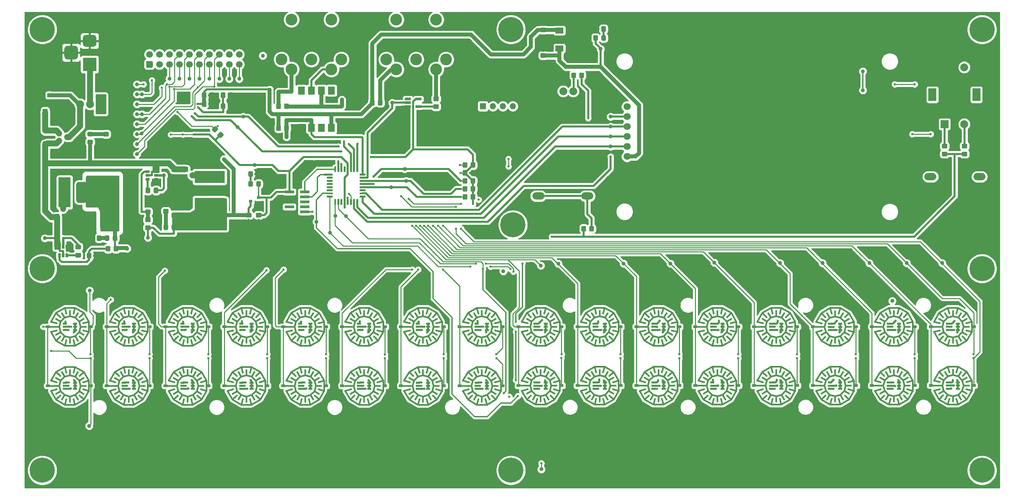
<source format=gbr>
%TF.GenerationSoftware,KiCad,Pcbnew,(5.1.8-0-10_14)*%
%TF.CreationDate,2021-06-09T19:28:07+01:00*%
%TF.ProjectId,BassStation_Sequencer_MidiInterface,42617373-5374-4617-9469-6f6e5f536571,A*%
%TF.SameCoordinates,Original*%
%TF.FileFunction,Copper,L1,Top*%
%TF.FilePolarity,Positive*%
%FSLAX46Y46*%
G04 Gerber Fmt 4.6, Leading zero omitted, Abs format (unit mm)*
G04 Created by KiCad (PCBNEW (5.1.8-0-10_14)) date 2021-06-09 19:28:07*
%MOMM*%
%LPD*%
G01*
G04 APERTURE LIST*
%TA.AperFunction,EtchedComponent*%
%ADD10C,0.400000*%
%TD*%
%TA.AperFunction,ComponentPad*%
%ADD11C,1.800000*%
%TD*%
%TA.AperFunction,ComponentPad*%
%ADD12R,1.800000X1.800000*%
%TD*%
%TA.AperFunction,ComponentPad*%
%ADD13C,0.600000*%
%TD*%
%TA.AperFunction,SMDPad,CuDef*%
%ADD14R,1.000000X0.500000*%
%TD*%
%TA.AperFunction,SMDPad,CuDef*%
%ADD15R,1.000000X0.650000*%
%TD*%
%TA.AperFunction,ComponentPad*%
%ADD16C,0.800000*%
%TD*%
%TA.AperFunction,ComponentPad*%
%ADD17C,6.400000*%
%TD*%
%TA.AperFunction,SMDPad,CuDef*%
%ADD18C,1.000000*%
%TD*%
%TA.AperFunction,SMDPad,CuDef*%
%ADD19R,0.900000X0.800000*%
%TD*%
%TA.AperFunction,SMDPad,CuDef*%
%ADD20R,1.200000X0.900000*%
%TD*%
%TA.AperFunction,ComponentPad*%
%ADD21C,2.000000*%
%TD*%
%TA.AperFunction,ComponentPad*%
%ADD22O,3.048000X1.850000*%
%TD*%
%TA.AperFunction,ComponentPad*%
%ADD23O,1.600000X1.600000*%
%TD*%
%TA.AperFunction,ComponentPad*%
%ADD24R,1.600000X1.600000*%
%TD*%
%TA.AperFunction,SMDPad,CuDef*%
%ADD25R,2.500000X2.500000*%
%TD*%
%TA.AperFunction,ComponentPad*%
%ADD26C,0.500000*%
%TD*%
%TA.AperFunction,ComponentPad*%
%ADD27C,1.700000*%
%TD*%
%TA.AperFunction,SMDPad,CuDef*%
%ADD28R,1.780000X2.000000*%
%TD*%
%TA.AperFunction,SMDPad,CuDef*%
%ADD29R,1.560000X0.650000*%
%TD*%
%TA.AperFunction,SMDPad,CuDef*%
%ADD30R,2.000000X1.500000*%
%TD*%
%TA.AperFunction,SMDPad,CuDef*%
%ADD31R,2.000000X3.800000*%
%TD*%
%TA.AperFunction,SMDPad,CuDef*%
%ADD32R,1.060000X0.650000*%
%TD*%
%TA.AperFunction,SMDPad,CuDef*%
%ADD33R,0.650000X1.060000*%
%TD*%
%TA.AperFunction,SMDPad,CuDef*%
%ADD34R,1.000000X1.000000*%
%TD*%
%TA.AperFunction,ComponentPad*%
%ADD35R,2.000000X2.000000*%
%TD*%
%TA.AperFunction,ComponentPad*%
%ADD36R,2.000000X3.200000*%
%TD*%
%TA.AperFunction,SMDPad,CuDef*%
%ADD37R,7.700000X3.100000*%
%TD*%
%TA.AperFunction,SMDPad,CuDef*%
%ADD38R,3.100000X7.700000*%
%TD*%
%TA.AperFunction,SMDPad,CuDef*%
%ADD39R,2.400000X0.740000*%
%TD*%
%TA.AperFunction,ComponentPad*%
%ADD40R,3.500000X3.500000*%
%TD*%
%TA.AperFunction,ComponentPad*%
%ADD41C,3.000000*%
%TD*%
%TA.AperFunction,ViaPad*%
%ADD42C,1.000000*%
%TD*%
%TA.AperFunction,ViaPad*%
%ADD43C,0.600000*%
%TD*%
%TA.AperFunction,ViaPad*%
%ADD44C,0.500000*%
%TD*%
%TA.AperFunction,Conductor*%
%ADD45C,0.500000*%
%TD*%
%TA.AperFunction,Conductor*%
%ADD46C,1.000000*%
%TD*%
%TA.AperFunction,Conductor*%
%ADD47C,1.500000*%
%TD*%
%TA.AperFunction,Conductor*%
%ADD48C,0.600000*%
%TD*%
%TA.AperFunction,Conductor*%
%ADD49C,0.300000*%
%TD*%
%TA.AperFunction,Conductor*%
%ADD50C,0.250000*%
%TD*%
%TA.AperFunction,Conductor*%
%ADD51C,0.800000*%
%TD*%
%TA.AperFunction,Conductor*%
%ADD52C,0.254000*%
%TD*%
%TA.AperFunction,Conductor*%
%ADD53C,0.100000*%
%TD*%
G04 APERTURE END LIST*
D10*
%TO.C,U16*%
X315974532Y-189759600D02*
X315612800Y-191109600D01*
X314777266Y-187574066D02*
X313483172Y-189815507D01*
X314932060Y-190203735D02*
X313483172Y-189815507D01*
X316962800Y-188771332D02*
X315974532Y-189759600D01*
X315974532Y-189759600D02*
X314805397Y-189084600D01*
X317018707Y-186279972D02*
X314777266Y-187574066D01*
X315837925Y-188634725D02*
X314777266Y-187574066D01*
X318312800Y-188409600D02*
X316962800Y-188771332D01*
X316962800Y-188771332D02*
X316287800Y-187602197D01*
X319606894Y-186279972D02*
X317018707Y-186279972D01*
X317406935Y-187728860D02*
X317018707Y-186279972D01*
X319662800Y-188771332D02*
X318312800Y-188409600D01*
X318312800Y-188409600D02*
X318312800Y-187059600D01*
X321848335Y-187574066D02*
X319606894Y-186279972D01*
X319218666Y-187728860D02*
X319606894Y-186279972D01*
X320651069Y-189759600D02*
X319662800Y-188771332D01*
X319662800Y-188771332D02*
X320337800Y-187602197D01*
X323142429Y-189815507D02*
X321848335Y-187574066D01*
X320787675Y-188634725D02*
X321848335Y-187574066D01*
X321012800Y-191109600D02*
X320651069Y-189759600D01*
X320651069Y-189759600D02*
X321820204Y-189084600D01*
X323142429Y-192403694D02*
X323142429Y-189815507D01*
X321693541Y-190203735D02*
X323142429Y-189815507D01*
X320651069Y-192459600D02*
X321012800Y-191109600D01*
X321012800Y-191109600D02*
X322362800Y-191109600D01*
X321848335Y-194645135D02*
X323142429Y-192403694D01*
X321693541Y-192015466D02*
X323142429Y-192403694D01*
X319662800Y-193447869D02*
X320651069Y-192459600D01*
X320651069Y-192459600D02*
X321820204Y-193134600D01*
X319606894Y-195939229D02*
X321848335Y-194645135D01*
X320787675Y-193584475D02*
X321848335Y-194645135D01*
X318312800Y-193809600D02*
X319662800Y-193447869D01*
X319662800Y-193447869D02*
X320337800Y-194617004D01*
X317018707Y-195939229D02*
X319606894Y-195939229D01*
X319218666Y-194490341D02*
X319606894Y-195939229D01*
X316962800Y-193447869D02*
X318312800Y-193809600D01*
X318312800Y-193809600D02*
X318312800Y-195159600D01*
X314777266Y-194645135D02*
X317018707Y-195939229D01*
X317406935Y-194490341D02*
X317018707Y-195939229D01*
X315974532Y-192459600D02*
X316962800Y-193447869D01*
X316962800Y-193447869D02*
X316287800Y-194617004D01*
X313483172Y-192403694D02*
X314777266Y-194645135D01*
X315837925Y-193584475D02*
X314777266Y-194645135D01*
X315612800Y-191109600D02*
X315974532Y-192459600D01*
X315974532Y-192459600D02*
X314805397Y-193134600D01*
X314932060Y-192015466D02*
X313483172Y-192403694D01*
X315612800Y-191109600D02*
X313362800Y-191109600D01*
%TO.C,U15*%
X300963132Y-189785000D02*
X300601400Y-191135000D01*
X299765866Y-187599466D02*
X298471772Y-189840907D01*
X299920660Y-190229135D02*
X298471772Y-189840907D01*
X301951400Y-188796732D02*
X300963132Y-189785000D01*
X300963132Y-189785000D02*
X299793997Y-189110000D01*
X302007307Y-186305372D02*
X299765866Y-187599466D01*
X300826525Y-188660125D02*
X299765866Y-187599466D01*
X303301400Y-188435000D02*
X301951400Y-188796732D01*
X301951400Y-188796732D02*
X301276400Y-187627597D01*
X304595494Y-186305372D02*
X302007307Y-186305372D01*
X302395535Y-187754260D02*
X302007307Y-186305372D01*
X304651400Y-188796732D02*
X303301400Y-188435000D01*
X303301400Y-188435000D02*
X303301400Y-187085000D01*
X306836935Y-187599466D02*
X304595494Y-186305372D01*
X304207266Y-187754260D02*
X304595494Y-186305372D01*
X305639669Y-189785000D02*
X304651400Y-188796732D01*
X304651400Y-188796732D02*
X305326400Y-187627597D01*
X308131029Y-189840907D02*
X306836935Y-187599466D01*
X305776275Y-188660125D02*
X306836935Y-187599466D01*
X306001400Y-191135000D02*
X305639669Y-189785000D01*
X305639669Y-189785000D02*
X306808804Y-189110000D01*
X308131029Y-192429094D02*
X308131029Y-189840907D01*
X306682141Y-190229135D02*
X308131029Y-189840907D01*
X305639669Y-192485000D02*
X306001400Y-191135000D01*
X306001400Y-191135000D02*
X307351400Y-191135000D01*
X306836935Y-194670535D02*
X308131029Y-192429094D01*
X306682141Y-192040866D02*
X308131029Y-192429094D01*
X304651400Y-193473269D02*
X305639669Y-192485000D01*
X305639669Y-192485000D02*
X306808804Y-193160000D01*
X304595494Y-195964629D02*
X306836935Y-194670535D01*
X305776275Y-193609875D02*
X306836935Y-194670535D01*
X303301400Y-193835000D02*
X304651400Y-193473269D01*
X304651400Y-193473269D02*
X305326400Y-194642404D01*
X302007307Y-195964629D02*
X304595494Y-195964629D01*
X304207266Y-194515741D02*
X304595494Y-195964629D01*
X301951400Y-193473269D02*
X303301400Y-193835000D01*
X303301400Y-193835000D02*
X303301400Y-195185000D01*
X299765866Y-194670535D02*
X302007307Y-195964629D01*
X302395535Y-194515741D02*
X302007307Y-195964629D01*
X300963132Y-192485000D02*
X301951400Y-193473269D01*
X301951400Y-193473269D02*
X301276400Y-194642404D01*
X298471772Y-192429094D02*
X299765866Y-194670535D01*
X300826525Y-193609875D02*
X299765866Y-194670535D01*
X300601400Y-191135000D02*
X300963132Y-192485000D01*
X300963132Y-192485000D02*
X299793997Y-193160000D01*
X299920660Y-192040866D02*
X298471772Y-192429094D01*
X300601400Y-191135000D02*
X298351400Y-191135000D01*
%TO.C,U32*%
X315974532Y-174773600D02*
X315612800Y-176123600D01*
X314777266Y-172588066D02*
X313483172Y-174829507D01*
X314932060Y-175217735D02*
X313483172Y-174829507D01*
X316962800Y-173785332D02*
X315974532Y-174773600D01*
X315974532Y-174773600D02*
X314805397Y-174098600D01*
X317018707Y-171293972D02*
X314777266Y-172588066D01*
X315837925Y-173648725D02*
X314777266Y-172588066D01*
X318312800Y-173423600D02*
X316962800Y-173785332D01*
X316962800Y-173785332D02*
X316287800Y-172616197D01*
X319606894Y-171293972D02*
X317018707Y-171293972D01*
X317406935Y-172742860D02*
X317018707Y-171293972D01*
X319662800Y-173785332D02*
X318312800Y-173423600D01*
X318312800Y-173423600D02*
X318312800Y-172073600D01*
X321848335Y-172588066D02*
X319606894Y-171293972D01*
X319218666Y-172742860D02*
X319606894Y-171293972D01*
X320651069Y-174773600D02*
X319662800Y-173785332D01*
X319662800Y-173785332D02*
X320337800Y-172616197D01*
X323142429Y-174829507D02*
X321848335Y-172588066D01*
X320787675Y-173648725D02*
X321848335Y-172588066D01*
X321012800Y-176123600D02*
X320651069Y-174773600D01*
X320651069Y-174773600D02*
X321820204Y-174098600D01*
X323142429Y-177417694D02*
X323142429Y-174829507D01*
X321693541Y-175217735D02*
X323142429Y-174829507D01*
X320651069Y-177473600D02*
X321012800Y-176123600D01*
X321012800Y-176123600D02*
X322362800Y-176123600D01*
X321848335Y-179659135D02*
X323142429Y-177417694D01*
X321693541Y-177029466D02*
X323142429Y-177417694D01*
X319662800Y-178461869D02*
X320651069Y-177473600D01*
X320651069Y-177473600D02*
X321820204Y-178148600D01*
X319606894Y-180953229D02*
X321848335Y-179659135D01*
X320787675Y-178598475D02*
X321848335Y-179659135D01*
X318312800Y-178823600D02*
X319662800Y-178461869D01*
X319662800Y-178461869D02*
X320337800Y-179631004D01*
X317018707Y-180953229D02*
X319606894Y-180953229D01*
X319218666Y-179504341D02*
X319606894Y-180953229D01*
X316962800Y-178461869D02*
X318312800Y-178823600D01*
X318312800Y-178823600D02*
X318312800Y-180173600D01*
X314777266Y-179659135D02*
X317018707Y-180953229D01*
X317406935Y-179504341D02*
X317018707Y-180953229D01*
X315974532Y-177473600D02*
X316962800Y-178461869D01*
X316962800Y-178461869D02*
X316287800Y-179631004D01*
X313483172Y-177417694D02*
X314777266Y-179659135D01*
X315837925Y-178598475D02*
X314777266Y-179659135D01*
X315612800Y-176123600D02*
X315974532Y-177473600D01*
X315974532Y-177473600D02*
X314805397Y-178148600D01*
X314932060Y-177029466D02*
X313483172Y-177417694D01*
X315612800Y-176123600D02*
X313362800Y-176123600D01*
%TO.C,U31*%
X300963132Y-174773600D02*
X300601400Y-176123600D01*
X299765866Y-172588066D02*
X298471772Y-174829507D01*
X299920660Y-175217735D02*
X298471772Y-174829507D01*
X301951400Y-173785332D02*
X300963132Y-174773600D01*
X300963132Y-174773600D02*
X299793997Y-174098600D01*
X302007307Y-171293972D02*
X299765866Y-172588066D01*
X300826525Y-173648725D02*
X299765866Y-172588066D01*
X303301400Y-173423600D02*
X301951400Y-173785332D01*
X301951400Y-173785332D02*
X301276400Y-172616197D01*
X304595494Y-171293972D02*
X302007307Y-171293972D01*
X302395535Y-172742860D02*
X302007307Y-171293972D01*
X304651400Y-173785332D02*
X303301400Y-173423600D01*
X303301400Y-173423600D02*
X303301400Y-172073600D01*
X306836935Y-172588066D02*
X304595494Y-171293972D01*
X304207266Y-172742860D02*
X304595494Y-171293972D01*
X305639669Y-174773600D02*
X304651400Y-173785332D01*
X304651400Y-173785332D02*
X305326400Y-172616197D01*
X308131029Y-174829507D02*
X306836935Y-172588066D01*
X305776275Y-173648725D02*
X306836935Y-172588066D01*
X306001400Y-176123600D02*
X305639669Y-174773600D01*
X305639669Y-174773600D02*
X306808804Y-174098600D01*
X308131029Y-177417694D02*
X308131029Y-174829507D01*
X306682141Y-175217735D02*
X308131029Y-174829507D01*
X305639669Y-177473600D02*
X306001400Y-176123600D01*
X306001400Y-176123600D02*
X307351400Y-176123600D01*
X306836935Y-179659135D02*
X308131029Y-177417694D01*
X306682141Y-177029466D02*
X308131029Y-177417694D01*
X304651400Y-178461869D02*
X305639669Y-177473600D01*
X305639669Y-177473600D02*
X306808804Y-178148600D01*
X304595494Y-180953229D02*
X306836935Y-179659135D01*
X305776275Y-178598475D02*
X306836935Y-179659135D01*
X303301400Y-178823600D02*
X304651400Y-178461869D01*
X304651400Y-178461869D02*
X305326400Y-179631004D01*
X302007307Y-180953229D02*
X304595494Y-180953229D01*
X304207266Y-179504341D02*
X304595494Y-180953229D01*
X301951400Y-178461869D02*
X303301400Y-178823600D01*
X303301400Y-178823600D02*
X303301400Y-180173600D01*
X299765866Y-179659135D02*
X302007307Y-180953229D01*
X302395535Y-179504341D02*
X302007307Y-180953229D01*
X300963132Y-177473600D02*
X301951400Y-178461869D01*
X301951400Y-178461869D02*
X301276400Y-179631004D01*
X298471772Y-177417694D02*
X299765866Y-179659135D01*
X300826525Y-178598475D02*
X299765866Y-179659135D01*
X300601400Y-176123600D02*
X300963132Y-177473600D01*
X300963132Y-177473600D02*
X299793997Y-178148600D01*
X299920660Y-177029466D02*
X298471772Y-177417694D01*
X300601400Y-176123600D02*
X298351400Y-176123600D01*
%TO.C,U30*%
X285977132Y-174799000D02*
X285615400Y-176149000D01*
X284779866Y-172613466D02*
X283485772Y-174854907D01*
X284934660Y-175243135D02*
X283485772Y-174854907D01*
X286965400Y-173810732D02*
X285977132Y-174799000D01*
X285977132Y-174799000D02*
X284807997Y-174124000D01*
X287021307Y-171319372D02*
X284779866Y-172613466D01*
X285840525Y-173674125D02*
X284779866Y-172613466D01*
X288315400Y-173449000D02*
X286965400Y-173810732D01*
X286965400Y-173810732D02*
X286290400Y-172641597D01*
X289609494Y-171319372D02*
X287021307Y-171319372D01*
X287409535Y-172768260D02*
X287021307Y-171319372D01*
X289665400Y-173810732D02*
X288315400Y-173449000D01*
X288315400Y-173449000D02*
X288315400Y-172099000D01*
X291850935Y-172613466D02*
X289609494Y-171319372D01*
X289221266Y-172768260D02*
X289609494Y-171319372D01*
X290653669Y-174799000D02*
X289665400Y-173810732D01*
X289665400Y-173810732D02*
X290340400Y-172641597D01*
X293145029Y-174854907D02*
X291850935Y-172613466D01*
X290790275Y-173674125D02*
X291850935Y-172613466D01*
X291015400Y-176149000D02*
X290653669Y-174799000D01*
X290653669Y-174799000D02*
X291822804Y-174124000D01*
X293145029Y-177443094D02*
X293145029Y-174854907D01*
X291696141Y-175243135D02*
X293145029Y-174854907D01*
X290653669Y-177499000D02*
X291015400Y-176149000D01*
X291015400Y-176149000D02*
X292365400Y-176149000D01*
X291850935Y-179684535D02*
X293145029Y-177443094D01*
X291696141Y-177054866D02*
X293145029Y-177443094D01*
X289665400Y-178487269D02*
X290653669Y-177499000D01*
X290653669Y-177499000D02*
X291822804Y-178174000D01*
X289609494Y-180978629D02*
X291850935Y-179684535D01*
X290790275Y-178623875D02*
X291850935Y-179684535D01*
X288315400Y-178849000D02*
X289665400Y-178487269D01*
X289665400Y-178487269D02*
X290340400Y-179656404D01*
X287021307Y-180978629D02*
X289609494Y-180978629D01*
X289221266Y-179529741D02*
X289609494Y-180978629D01*
X286965400Y-178487269D02*
X288315400Y-178849000D01*
X288315400Y-178849000D02*
X288315400Y-180199000D01*
X284779866Y-179684535D02*
X287021307Y-180978629D01*
X287409535Y-179529741D02*
X287021307Y-180978629D01*
X285977132Y-177499000D02*
X286965400Y-178487269D01*
X286965400Y-178487269D02*
X286290400Y-179656404D01*
X283485772Y-177443094D02*
X284779866Y-179684535D01*
X285840525Y-178623875D02*
X284779866Y-179684535D01*
X285615400Y-176149000D02*
X285977132Y-177499000D01*
X285977132Y-177499000D02*
X284807997Y-178174000D01*
X284934660Y-177054866D02*
X283485772Y-177443094D01*
X285615400Y-176149000D02*
X283365400Y-176149000D01*
%TO.C,U14*%
X285977132Y-189785000D02*
X285615400Y-191135000D01*
X284779866Y-187599466D02*
X283485772Y-189840907D01*
X284934660Y-190229135D02*
X283485772Y-189840907D01*
X286965400Y-188796732D02*
X285977132Y-189785000D01*
X285977132Y-189785000D02*
X284807997Y-189110000D01*
X287021307Y-186305372D02*
X284779866Y-187599466D01*
X285840525Y-188660125D02*
X284779866Y-187599466D01*
X288315400Y-188435000D02*
X286965400Y-188796732D01*
X286965400Y-188796732D02*
X286290400Y-187627597D01*
X289609494Y-186305372D02*
X287021307Y-186305372D01*
X287409535Y-187754260D02*
X287021307Y-186305372D01*
X289665400Y-188796732D02*
X288315400Y-188435000D01*
X288315400Y-188435000D02*
X288315400Y-187085000D01*
X291850935Y-187599466D02*
X289609494Y-186305372D01*
X289221266Y-187754260D02*
X289609494Y-186305372D01*
X290653669Y-189785000D02*
X289665400Y-188796732D01*
X289665400Y-188796732D02*
X290340400Y-187627597D01*
X293145029Y-189840907D02*
X291850935Y-187599466D01*
X290790275Y-188660125D02*
X291850935Y-187599466D01*
X291015400Y-191135000D02*
X290653669Y-189785000D01*
X290653669Y-189785000D02*
X291822804Y-189110000D01*
X293145029Y-192429094D02*
X293145029Y-189840907D01*
X291696141Y-190229135D02*
X293145029Y-189840907D01*
X290653669Y-192485000D02*
X291015400Y-191135000D01*
X291015400Y-191135000D02*
X292365400Y-191135000D01*
X291850935Y-194670535D02*
X293145029Y-192429094D01*
X291696141Y-192040866D02*
X293145029Y-192429094D01*
X289665400Y-193473269D02*
X290653669Y-192485000D01*
X290653669Y-192485000D02*
X291822804Y-193160000D01*
X289609494Y-195964629D02*
X291850935Y-194670535D01*
X290790275Y-193609875D02*
X291850935Y-194670535D01*
X288315400Y-193835000D02*
X289665400Y-193473269D01*
X289665400Y-193473269D02*
X290340400Y-194642404D01*
X287021307Y-195964629D02*
X289609494Y-195964629D01*
X289221266Y-194515741D02*
X289609494Y-195964629D01*
X286965400Y-193473269D02*
X288315400Y-193835000D01*
X288315400Y-193835000D02*
X288315400Y-195185000D01*
X284779866Y-194670535D02*
X287021307Y-195964629D01*
X287409535Y-194515741D02*
X287021307Y-195964629D01*
X285977132Y-192485000D02*
X286965400Y-193473269D01*
X286965400Y-193473269D02*
X286290400Y-194642404D01*
X283485772Y-192429094D02*
X284779866Y-194670535D01*
X285840525Y-193609875D02*
X284779866Y-194670535D01*
X285615400Y-191135000D02*
X285977132Y-192485000D01*
X285977132Y-192485000D02*
X284807997Y-193160000D01*
X284934660Y-192040866D02*
X283485772Y-192429094D01*
X285615400Y-191135000D02*
X283365400Y-191135000D01*
%TO.C,U13*%
X270965732Y-189785000D02*
X270604000Y-191135000D01*
X269768466Y-187599466D02*
X268474372Y-189840907D01*
X269923260Y-190229135D02*
X268474372Y-189840907D01*
X271954000Y-188796732D02*
X270965732Y-189785000D01*
X270965732Y-189785000D02*
X269796597Y-189110000D01*
X272009907Y-186305372D02*
X269768466Y-187599466D01*
X270829125Y-188660125D02*
X269768466Y-187599466D01*
X273304000Y-188435000D02*
X271954000Y-188796732D01*
X271954000Y-188796732D02*
X271279000Y-187627597D01*
X274598094Y-186305372D02*
X272009907Y-186305372D01*
X272398135Y-187754260D02*
X272009907Y-186305372D01*
X274654000Y-188796732D02*
X273304000Y-188435000D01*
X273304000Y-188435000D02*
X273304000Y-187085000D01*
X276839535Y-187599466D02*
X274598094Y-186305372D01*
X274209866Y-187754260D02*
X274598094Y-186305372D01*
X275642269Y-189785000D02*
X274654000Y-188796732D01*
X274654000Y-188796732D02*
X275329000Y-187627597D01*
X278133629Y-189840907D02*
X276839535Y-187599466D01*
X275778875Y-188660125D02*
X276839535Y-187599466D01*
X276004000Y-191135000D02*
X275642269Y-189785000D01*
X275642269Y-189785000D02*
X276811404Y-189110000D01*
X278133629Y-192429094D02*
X278133629Y-189840907D01*
X276684741Y-190229135D02*
X278133629Y-189840907D01*
X275642269Y-192485000D02*
X276004000Y-191135000D01*
X276004000Y-191135000D02*
X277354000Y-191135000D01*
X276839535Y-194670535D02*
X278133629Y-192429094D01*
X276684741Y-192040866D02*
X278133629Y-192429094D01*
X274654000Y-193473269D02*
X275642269Y-192485000D01*
X275642269Y-192485000D02*
X276811404Y-193160000D01*
X274598094Y-195964629D02*
X276839535Y-194670535D01*
X275778875Y-193609875D02*
X276839535Y-194670535D01*
X273304000Y-193835000D02*
X274654000Y-193473269D01*
X274654000Y-193473269D02*
X275329000Y-194642404D01*
X272009907Y-195964629D02*
X274598094Y-195964629D01*
X274209866Y-194515741D02*
X274598094Y-195964629D01*
X271954000Y-193473269D02*
X273304000Y-193835000D01*
X273304000Y-193835000D02*
X273304000Y-195185000D01*
X269768466Y-194670535D02*
X272009907Y-195964629D01*
X272398135Y-194515741D02*
X272009907Y-195964629D01*
X270965732Y-192485000D02*
X271954000Y-193473269D01*
X271954000Y-193473269D02*
X271279000Y-194642404D01*
X268474372Y-192429094D02*
X269768466Y-194670535D01*
X270829125Y-193609875D02*
X269768466Y-194670535D01*
X270604000Y-191135000D02*
X270965732Y-192485000D01*
X270965732Y-192485000D02*
X269796597Y-193160000D01*
X269923260Y-192040866D02*
X268474372Y-192429094D01*
X270604000Y-191135000D02*
X268354000Y-191135000D01*
%TO.C,U29*%
X270965732Y-174773600D02*
X270604000Y-176123600D01*
X269768466Y-172588066D02*
X268474372Y-174829507D01*
X269923260Y-175217735D02*
X268474372Y-174829507D01*
X271954000Y-173785332D02*
X270965732Y-174773600D01*
X270965732Y-174773600D02*
X269796597Y-174098600D01*
X272009907Y-171293972D02*
X269768466Y-172588066D01*
X270829125Y-173648725D02*
X269768466Y-172588066D01*
X273304000Y-173423600D02*
X271954000Y-173785332D01*
X271954000Y-173785332D02*
X271279000Y-172616197D01*
X274598094Y-171293972D02*
X272009907Y-171293972D01*
X272398135Y-172742860D02*
X272009907Y-171293972D01*
X274654000Y-173785332D02*
X273304000Y-173423600D01*
X273304000Y-173423600D02*
X273304000Y-172073600D01*
X276839535Y-172588066D02*
X274598094Y-171293972D01*
X274209866Y-172742860D02*
X274598094Y-171293972D01*
X275642269Y-174773600D02*
X274654000Y-173785332D01*
X274654000Y-173785332D02*
X275329000Y-172616197D01*
X278133629Y-174829507D02*
X276839535Y-172588066D01*
X275778875Y-173648725D02*
X276839535Y-172588066D01*
X276004000Y-176123600D02*
X275642269Y-174773600D01*
X275642269Y-174773600D02*
X276811404Y-174098600D01*
X278133629Y-177417694D02*
X278133629Y-174829507D01*
X276684741Y-175217735D02*
X278133629Y-174829507D01*
X275642269Y-177473600D02*
X276004000Y-176123600D01*
X276004000Y-176123600D02*
X277354000Y-176123600D01*
X276839535Y-179659135D02*
X278133629Y-177417694D01*
X276684741Y-177029466D02*
X278133629Y-177417694D01*
X274654000Y-178461869D02*
X275642269Y-177473600D01*
X275642269Y-177473600D02*
X276811404Y-178148600D01*
X274598094Y-180953229D02*
X276839535Y-179659135D01*
X275778875Y-178598475D02*
X276839535Y-179659135D01*
X273304000Y-178823600D02*
X274654000Y-178461869D01*
X274654000Y-178461869D02*
X275329000Y-179631004D01*
X272009907Y-180953229D02*
X274598094Y-180953229D01*
X274209866Y-179504341D02*
X274598094Y-180953229D01*
X271954000Y-178461869D02*
X273304000Y-178823600D01*
X273304000Y-178823600D02*
X273304000Y-180173600D01*
X269768466Y-179659135D02*
X272009907Y-180953229D01*
X272398135Y-179504341D02*
X272009907Y-180953229D01*
X270965732Y-177473600D02*
X271954000Y-178461869D01*
X271954000Y-178461869D02*
X271279000Y-179631004D01*
X268474372Y-177417694D02*
X269768466Y-179659135D01*
X270829125Y-178598475D02*
X269768466Y-179659135D01*
X270604000Y-176123600D02*
X270965732Y-177473600D01*
X270965732Y-177473600D02*
X269796597Y-178148600D01*
X269923260Y-177029466D02*
X268474372Y-177417694D01*
X270604000Y-176123600D02*
X268354000Y-176123600D01*
%TO.C,U12*%
X255979732Y-189785000D02*
X255618000Y-191135000D01*
X254782466Y-187599466D02*
X253488372Y-189840907D01*
X254937260Y-190229135D02*
X253488372Y-189840907D01*
X256968000Y-188796732D02*
X255979732Y-189785000D01*
X255979732Y-189785000D02*
X254810597Y-189110000D01*
X257023907Y-186305372D02*
X254782466Y-187599466D01*
X255843125Y-188660125D02*
X254782466Y-187599466D01*
X258318000Y-188435000D02*
X256968000Y-188796732D01*
X256968000Y-188796732D02*
X256293000Y-187627597D01*
X259612094Y-186305372D02*
X257023907Y-186305372D01*
X257412135Y-187754260D02*
X257023907Y-186305372D01*
X259668000Y-188796732D02*
X258318000Y-188435000D01*
X258318000Y-188435000D02*
X258318000Y-187085000D01*
X261853535Y-187599466D02*
X259612094Y-186305372D01*
X259223866Y-187754260D02*
X259612094Y-186305372D01*
X260656269Y-189785000D02*
X259668000Y-188796732D01*
X259668000Y-188796732D02*
X260343000Y-187627597D01*
X263147629Y-189840907D02*
X261853535Y-187599466D01*
X260792875Y-188660125D02*
X261853535Y-187599466D01*
X261018000Y-191135000D02*
X260656269Y-189785000D01*
X260656269Y-189785000D02*
X261825404Y-189110000D01*
X263147629Y-192429094D02*
X263147629Y-189840907D01*
X261698741Y-190229135D02*
X263147629Y-189840907D01*
X260656269Y-192485000D02*
X261018000Y-191135000D01*
X261018000Y-191135000D02*
X262368000Y-191135000D01*
X261853535Y-194670535D02*
X263147629Y-192429094D01*
X261698741Y-192040866D02*
X263147629Y-192429094D01*
X259668000Y-193473269D02*
X260656269Y-192485000D01*
X260656269Y-192485000D02*
X261825404Y-193160000D01*
X259612094Y-195964629D02*
X261853535Y-194670535D01*
X260792875Y-193609875D02*
X261853535Y-194670535D01*
X258318000Y-193835000D02*
X259668000Y-193473269D01*
X259668000Y-193473269D02*
X260343000Y-194642404D01*
X257023907Y-195964629D02*
X259612094Y-195964629D01*
X259223866Y-194515741D02*
X259612094Y-195964629D01*
X256968000Y-193473269D02*
X258318000Y-193835000D01*
X258318000Y-193835000D02*
X258318000Y-195185000D01*
X254782466Y-194670535D02*
X257023907Y-195964629D01*
X257412135Y-194515741D02*
X257023907Y-195964629D01*
X255979732Y-192485000D02*
X256968000Y-193473269D01*
X256968000Y-193473269D02*
X256293000Y-194642404D01*
X253488372Y-192429094D02*
X254782466Y-194670535D01*
X255843125Y-193609875D02*
X254782466Y-194670535D01*
X255618000Y-191135000D02*
X255979732Y-192485000D01*
X255979732Y-192485000D02*
X254810597Y-193160000D01*
X254937260Y-192040866D02*
X253488372Y-192429094D01*
X255618000Y-191135000D02*
X253368000Y-191135000D01*
%TO.C,U28*%
X255979732Y-174773600D02*
X255618000Y-176123600D01*
X254782466Y-172588066D02*
X253488372Y-174829507D01*
X254937260Y-175217735D02*
X253488372Y-174829507D01*
X256968000Y-173785332D02*
X255979732Y-174773600D01*
X255979732Y-174773600D02*
X254810597Y-174098600D01*
X257023907Y-171293972D02*
X254782466Y-172588066D01*
X255843125Y-173648725D02*
X254782466Y-172588066D01*
X258318000Y-173423600D02*
X256968000Y-173785332D01*
X256968000Y-173785332D02*
X256293000Y-172616197D01*
X259612094Y-171293972D02*
X257023907Y-171293972D01*
X257412135Y-172742860D02*
X257023907Y-171293972D01*
X259668000Y-173785332D02*
X258318000Y-173423600D01*
X258318000Y-173423600D02*
X258318000Y-172073600D01*
X261853535Y-172588066D02*
X259612094Y-171293972D01*
X259223866Y-172742860D02*
X259612094Y-171293972D01*
X260656269Y-174773600D02*
X259668000Y-173785332D01*
X259668000Y-173785332D02*
X260343000Y-172616197D01*
X263147629Y-174829507D02*
X261853535Y-172588066D01*
X260792875Y-173648725D02*
X261853535Y-172588066D01*
X261018000Y-176123600D02*
X260656269Y-174773600D01*
X260656269Y-174773600D02*
X261825404Y-174098600D01*
X263147629Y-177417694D02*
X263147629Y-174829507D01*
X261698741Y-175217735D02*
X263147629Y-174829507D01*
X260656269Y-177473600D02*
X261018000Y-176123600D01*
X261018000Y-176123600D02*
X262368000Y-176123600D01*
X261853535Y-179659135D02*
X263147629Y-177417694D01*
X261698741Y-177029466D02*
X263147629Y-177417694D01*
X259668000Y-178461869D02*
X260656269Y-177473600D01*
X260656269Y-177473600D02*
X261825404Y-178148600D01*
X259612094Y-180953229D02*
X261853535Y-179659135D01*
X260792875Y-178598475D02*
X261853535Y-179659135D01*
X258318000Y-178823600D02*
X259668000Y-178461869D01*
X259668000Y-178461869D02*
X260343000Y-179631004D01*
X257023907Y-180953229D02*
X259612094Y-180953229D01*
X259223866Y-179504341D02*
X259612094Y-180953229D01*
X256968000Y-178461869D02*
X258318000Y-178823600D01*
X258318000Y-178823600D02*
X258318000Y-180173600D01*
X254782466Y-179659135D02*
X257023907Y-180953229D01*
X257412135Y-179504341D02*
X257023907Y-180953229D01*
X255979732Y-177473600D02*
X256968000Y-178461869D01*
X256968000Y-178461869D02*
X256293000Y-179631004D01*
X253488372Y-177417694D02*
X254782466Y-179659135D01*
X255843125Y-178598475D02*
X254782466Y-179659135D01*
X255618000Y-176123600D02*
X255979732Y-177473600D01*
X255979732Y-177473600D02*
X254810597Y-178148600D01*
X254937260Y-177029466D02*
X253488372Y-177417694D01*
X255618000Y-176123600D02*
X253368000Y-176123600D01*
%TO.C,U27*%
X240968332Y-174773600D02*
X240606600Y-176123600D01*
X239771066Y-172588066D02*
X238476972Y-174829507D01*
X239925860Y-175217735D02*
X238476972Y-174829507D01*
X241956600Y-173785332D02*
X240968332Y-174773600D01*
X240968332Y-174773600D02*
X239799197Y-174098600D01*
X242012507Y-171293972D02*
X239771066Y-172588066D01*
X240831725Y-173648725D02*
X239771066Y-172588066D01*
X243306600Y-173423600D02*
X241956600Y-173785332D01*
X241956600Y-173785332D02*
X241281600Y-172616197D01*
X244600694Y-171293972D02*
X242012507Y-171293972D01*
X242400735Y-172742860D02*
X242012507Y-171293972D01*
X244656600Y-173785332D02*
X243306600Y-173423600D01*
X243306600Y-173423600D02*
X243306600Y-172073600D01*
X246842135Y-172588066D02*
X244600694Y-171293972D01*
X244212466Y-172742860D02*
X244600694Y-171293972D01*
X245644869Y-174773600D02*
X244656600Y-173785332D01*
X244656600Y-173785332D02*
X245331600Y-172616197D01*
X248136229Y-174829507D02*
X246842135Y-172588066D01*
X245781475Y-173648725D02*
X246842135Y-172588066D01*
X246006600Y-176123600D02*
X245644869Y-174773600D01*
X245644869Y-174773600D02*
X246814004Y-174098600D01*
X248136229Y-177417694D02*
X248136229Y-174829507D01*
X246687341Y-175217735D02*
X248136229Y-174829507D01*
X245644869Y-177473600D02*
X246006600Y-176123600D01*
X246006600Y-176123600D02*
X247356600Y-176123600D01*
X246842135Y-179659135D02*
X248136229Y-177417694D01*
X246687341Y-177029466D02*
X248136229Y-177417694D01*
X244656600Y-178461869D02*
X245644869Y-177473600D01*
X245644869Y-177473600D02*
X246814004Y-178148600D01*
X244600694Y-180953229D02*
X246842135Y-179659135D01*
X245781475Y-178598475D02*
X246842135Y-179659135D01*
X243306600Y-178823600D02*
X244656600Y-178461869D01*
X244656600Y-178461869D02*
X245331600Y-179631004D01*
X242012507Y-180953229D02*
X244600694Y-180953229D01*
X244212466Y-179504341D02*
X244600694Y-180953229D01*
X241956600Y-178461869D02*
X243306600Y-178823600D01*
X243306600Y-178823600D02*
X243306600Y-180173600D01*
X239771066Y-179659135D02*
X242012507Y-180953229D01*
X242400735Y-179504341D02*
X242012507Y-180953229D01*
X240968332Y-177473600D02*
X241956600Y-178461869D01*
X241956600Y-178461869D02*
X241281600Y-179631004D01*
X238476972Y-177417694D02*
X239771066Y-179659135D01*
X240831725Y-178598475D02*
X239771066Y-179659135D01*
X240606600Y-176123600D02*
X240968332Y-177473600D01*
X240968332Y-177473600D02*
X239799197Y-178148600D01*
X239925860Y-177029466D02*
X238476972Y-177417694D01*
X240606600Y-176123600D02*
X238356600Y-176123600D01*
%TO.C,U11*%
X240968332Y-189785000D02*
X240606600Y-191135000D01*
X239771066Y-187599466D02*
X238476972Y-189840907D01*
X239925860Y-190229135D02*
X238476972Y-189840907D01*
X241956600Y-188796732D02*
X240968332Y-189785000D01*
X240968332Y-189785000D02*
X239799197Y-189110000D01*
X242012507Y-186305372D02*
X239771066Y-187599466D01*
X240831725Y-188660125D02*
X239771066Y-187599466D01*
X243306600Y-188435000D02*
X241956600Y-188796732D01*
X241956600Y-188796732D02*
X241281600Y-187627597D01*
X244600694Y-186305372D02*
X242012507Y-186305372D01*
X242400735Y-187754260D02*
X242012507Y-186305372D01*
X244656600Y-188796732D02*
X243306600Y-188435000D01*
X243306600Y-188435000D02*
X243306600Y-187085000D01*
X246842135Y-187599466D02*
X244600694Y-186305372D01*
X244212466Y-187754260D02*
X244600694Y-186305372D01*
X245644869Y-189785000D02*
X244656600Y-188796732D01*
X244656600Y-188796732D02*
X245331600Y-187627597D01*
X248136229Y-189840907D02*
X246842135Y-187599466D01*
X245781475Y-188660125D02*
X246842135Y-187599466D01*
X246006600Y-191135000D02*
X245644869Y-189785000D01*
X245644869Y-189785000D02*
X246814004Y-189110000D01*
X248136229Y-192429094D02*
X248136229Y-189840907D01*
X246687341Y-190229135D02*
X248136229Y-189840907D01*
X245644869Y-192485000D02*
X246006600Y-191135000D01*
X246006600Y-191135000D02*
X247356600Y-191135000D01*
X246842135Y-194670535D02*
X248136229Y-192429094D01*
X246687341Y-192040866D02*
X248136229Y-192429094D01*
X244656600Y-193473269D02*
X245644869Y-192485000D01*
X245644869Y-192485000D02*
X246814004Y-193160000D01*
X244600694Y-195964629D02*
X246842135Y-194670535D01*
X245781475Y-193609875D02*
X246842135Y-194670535D01*
X243306600Y-193835000D02*
X244656600Y-193473269D01*
X244656600Y-193473269D02*
X245331600Y-194642404D01*
X242012507Y-195964629D02*
X244600694Y-195964629D01*
X244212466Y-194515741D02*
X244600694Y-195964629D01*
X241956600Y-193473269D02*
X243306600Y-193835000D01*
X243306600Y-193835000D02*
X243306600Y-195185000D01*
X239771066Y-194670535D02*
X242012507Y-195964629D01*
X242400735Y-194515741D02*
X242012507Y-195964629D01*
X240968332Y-192485000D02*
X241956600Y-193473269D01*
X241956600Y-193473269D02*
X241281600Y-194642404D01*
X238476972Y-192429094D02*
X239771066Y-194670535D01*
X240831725Y-193609875D02*
X239771066Y-194670535D01*
X240606600Y-191135000D02*
X240968332Y-192485000D01*
X240968332Y-192485000D02*
X239799197Y-193160000D01*
X239925860Y-192040866D02*
X238476972Y-192429094D01*
X240606600Y-191135000D02*
X238356600Y-191135000D01*
%TO.C,U10*%
X225982332Y-189785000D02*
X225620600Y-191135000D01*
X224785066Y-187599466D02*
X223490972Y-189840907D01*
X224939860Y-190229135D02*
X223490972Y-189840907D01*
X226970600Y-188796732D02*
X225982332Y-189785000D01*
X225982332Y-189785000D02*
X224813197Y-189110000D01*
X227026507Y-186305372D02*
X224785066Y-187599466D01*
X225845725Y-188660125D02*
X224785066Y-187599466D01*
X228320600Y-188435000D02*
X226970600Y-188796732D01*
X226970600Y-188796732D02*
X226295600Y-187627597D01*
X229614694Y-186305372D02*
X227026507Y-186305372D01*
X227414735Y-187754260D02*
X227026507Y-186305372D01*
X229670600Y-188796732D02*
X228320600Y-188435000D01*
X228320600Y-188435000D02*
X228320600Y-187085000D01*
X231856135Y-187599466D02*
X229614694Y-186305372D01*
X229226466Y-187754260D02*
X229614694Y-186305372D01*
X230658869Y-189785000D02*
X229670600Y-188796732D01*
X229670600Y-188796732D02*
X230345600Y-187627597D01*
X233150229Y-189840907D02*
X231856135Y-187599466D01*
X230795475Y-188660125D02*
X231856135Y-187599466D01*
X231020600Y-191135000D02*
X230658869Y-189785000D01*
X230658869Y-189785000D02*
X231828004Y-189110000D01*
X233150229Y-192429094D02*
X233150229Y-189840907D01*
X231701341Y-190229135D02*
X233150229Y-189840907D01*
X230658869Y-192485000D02*
X231020600Y-191135000D01*
X231020600Y-191135000D02*
X232370600Y-191135000D01*
X231856135Y-194670535D02*
X233150229Y-192429094D01*
X231701341Y-192040866D02*
X233150229Y-192429094D01*
X229670600Y-193473269D02*
X230658869Y-192485000D01*
X230658869Y-192485000D02*
X231828004Y-193160000D01*
X229614694Y-195964629D02*
X231856135Y-194670535D01*
X230795475Y-193609875D02*
X231856135Y-194670535D01*
X228320600Y-193835000D02*
X229670600Y-193473269D01*
X229670600Y-193473269D02*
X230345600Y-194642404D01*
X227026507Y-195964629D02*
X229614694Y-195964629D01*
X229226466Y-194515741D02*
X229614694Y-195964629D01*
X226970600Y-193473269D02*
X228320600Y-193835000D01*
X228320600Y-193835000D02*
X228320600Y-195185000D01*
X224785066Y-194670535D02*
X227026507Y-195964629D01*
X227414735Y-194515741D02*
X227026507Y-195964629D01*
X225982332Y-192485000D02*
X226970600Y-193473269D01*
X226970600Y-193473269D02*
X226295600Y-194642404D01*
X223490972Y-192429094D02*
X224785066Y-194670535D01*
X225845725Y-193609875D02*
X224785066Y-194670535D01*
X225620600Y-191135000D02*
X225982332Y-192485000D01*
X225982332Y-192485000D02*
X224813197Y-193160000D01*
X224939860Y-192040866D02*
X223490972Y-192429094D01*
X225620600Y-191135000D02*
X223370600Y-191135000D01*
%TO.C,U26*%
X225982332Y-174773600D02*
X225620600Y-176123600D01*
X224785066Y-172588066D02*
X223490972Y-174829507D01*
X224939860Y-175217735D02*
X223490972Y-174829507D01*
X226970600Y-173785332D02*
X225982332Y-174773600D01*
X225982332Y-174773600D02*
X224813197Y-174098600D01*
X227026507Y-171293972D02*
X224785066Y-172588066D01*
X225845725Y-173648725D02*
X224785066Y-172588066D01*
X228320600Y-173423600D02*
X226970600Y-173785332D01*
X226970600Y-173785332D02*
X226295600Y-172616197D01*
X229614694Y-171293972D02*
X227026507Y-171293972D01*
X227414735Y-172742860D02*
X227026507Y-171293972D01*
X229670600Y-173785332D02*
X228320600Y-173423600D01*
X228320600Y-173423600D02*
X228320600Y-172073600D01*
X231856135Y-172588066D02*
X229614694Y-171293972D01*
X229226466Y-172742860D02*
X229614694Y-171293972D01*
X230658869Y-174773600D02*
X229670600Y-173785332D01*
X229670600Y-173785332D02*
X230345600Y-172616197D01*
X233150229Y-174829507D02*
X231856135Y-172588066D01*
X230795475Y-173648725D02*
X231856135Y-172588066D01*
X231020600Y-176123600D02*
X230658869Y-174773600D01*
X230658869Y-174773600D02*
X231828004Y-174098600D01*
X233150229Y-177417694D02*
X233150229Y-174829507D01*
X231701341Y-175217735D02*
X233150229Y-174829507D01*
X230658869Y-177473600D02*
X231020600Y-176123600D01*
X231020600Y-176123600D02*
X232370600Y-176123600D01*
X231856135Y-179659135D02*
X233150229Y-177417694D01*
X231701341Y-177029466D02*
X233150229Y-177417694D01*
X229670600Y-178461869D02*
X230658869Y-177473600D01*
X230658869Y-177473600D02*
X231828004Y-178148600D01*
X229614694Y-180953229D02*
X231856135Y-179659135D01*
X230795475Y-178598475D02*
X231856135Y-179659135D01*
X228320600Y-178823600D02*
X229670600Y-178461869D01*
X229670600Y-178461869D02*
X230345600Y-179631004D01*
X227026507Y-180953229D02*
X229614694Y-180953229D01*
X229226466Y-179504341D02*
X229614694Y-180953229D01*
X226970600Y-178461869D02*
X228320600Y-178823600D01*
X228320600Y-178823600D02*
X228320600Y-180173600D01*
X224785066Y-179659135D02*
X227026507Y-180953229D01*
X227414735Y-179504341D02*
X227026507Y-180953229D01*
X225982332Y-177473600D02*
X226970600Y-178461869D01*
X226970600Y-178461869D02*
X226295600Y-179631004D01*
X223490972Y-177417694D02*
X224785066Y-179659135D01*
X225845725Y-178598475D02*
X224785066Y-179659135D01*
X225620600Y-176123600D02*
X225982332Y-177473600D01*
X225982332Y-177473600D02*
X224813197Y-178148600D01*
X224939860Y-177029466D02*
X223490972Y-177417694D01*
X225620600Y-176123600D02*
X223370600Y-176123600D01*
%TO.C,U9*%
X210970932Y-189785000D02*
X210609200Y-191135000D01*
X209773666Y-187599466D02*
X208479572Y-189840907D01*
X209928460Y-190229135D02*
X208479572Y-189840907D01*
X211959200Y-188796732D02*
X210970932Y-189785000D01*
X210970932Y-189785000D02*
X209801797Y-189110000D01*
X212015107Y-186305372D02*
X209773666Y-187599466D01*
X210834325Y-188660125D02*
X209773666Y-187599466D01*
X213309200Y-188435000D02*
X211959200Y-188796732D01*
X211959200Y-188796732D02*
X211284200Y-187627597D01*
X214603294Y-186305372D02*
X212015107Y-186305372D01*
X212403335Y-187754260D02*
X212015107Y-186305372D01*
X214659200Y-188796732D02*
X213309200Y-188435000D01*
X213309200Y-188435000D02*
X213309200Y-187085000D01*
X216844735Y-187599466D02*
X214603294Y-186305372D01*
X214215066Y-187754260D02*
X214603294Y-186305372D01*
X215647469Y-189785000D02*
X214659200Y-188796732D01*
X214659200Y-188796732D02*
X215334200Y-187627597D01*
X218138829Y-189840907D02*
X216844735Y-187599466D01*
X215784075Y-188660125D02*
X216844735Y-187599466D01*
X216009200Y-191135000D02*
X215647469Y-189785000D01*
X215647469Y-189785000D02*
X216816604Y-189110000D01*
X218138829Y-192429094D02*
X218138829Y-189840907D01*
X216689941Y-190229135D02*
X218138829Y-189840907D01*
X215647469Y-192485000D02*
X216009200Y-191135000D01*
X216009200Y-191135000D02*
X217359200Y-191135000D01*
X216844735Y-194670535D02*
X218138829Y-192429094D01*
X216689941Y-192040866D02*
X218138829Y-192429094D01*
X214659200Y-193473269D02*
X215647469Y-192485000D01*
X215647469Y-192485000D02*
X216816604Y-193160000D01*
X214603294Y-195964629D02*
X216844735Y-194670535D01*
X215784075Y-193609875D02*
X216844735Y-194670535D01*
X213309200Y-193835000D02*
X214659200Y-193473269D01*
X214659200Y-193473269D02*
X215334200Y-194642404D01*
X212015107Y-195964629D02*
X214603294Y-195964629D01*
X214215066Y-194515741D02*
X214603294Y-195964629D01*
X211959200Y-193473269D02*
X213309200Y-193835000D01*
X213309200Y-193835000D02*
X213309200Y-195185000D01*
X209773666Y-194670535D02*
X212015107Y-195964629D01*
X212403335Y-194515741D02*
X212015107Y-195964629D01*
X210970932Y-192485000D02*
X211959200Y-193473269D01*
X211959200Y-193473269D02*
X211284200Y-194642404D01*
X208479572Y-192429094D02*
X209773666Y-194670535D01*
X210834325Y-193609875D02*
X209773666Y-194670535D01*
X210609200Y-191135000D02*
X210970932Y-192485000D01*
X210970932Y-192485000D02*
X209801797Y-193160000D01*
X209928460Y-192040866D02*
X208479572Y-192429094D01*
X210609200Y-191135000D02*
X208359200Y-191135000D01*
%TO.C,U25*%
X210970932Y-174773600D02*
X210609200Y-176123600D01*
X209773666Y-172588066D02*
X208479572Y-174829507D01*
X209928460Y-175217735D02*
X208479572Y-174829507D01*
X211959200Y-173785332D02*
X210970932Y-174773600D01*
X210970932Y-174773600D02*
X209801797Y-174098600D01*
X212015107Y-171293972D02*
X209773666Y-172588066D01*
X210834325Y-173648725D02*
X209773666Y-172588066D01*
X213309200Y-173423600D02*
X211959200Y-173785332D01*
X211959200Y-173785332D02*
X211284200Y-172616197D01*
X214603294Y-171293972D02*
X212015107Y-171293972D01*
X212403335Y-172742860D02*
X212015107Y-171293972D01*
X214659200Y-173785332D02*
X213309200Y-173423600D01*
X213309200Y-173423600D02*
X213309200Y-172073600D01*
X216844735Y-172588066D02*
X214603294Y-171293972D01*
X214215066Y-172742860D02*
X214603294Y-171293972D01*
X215647469Y-174773600D02*
X214659200Y-173785332D01*
X214659200Y-173785332D02*
X215334200Y-172616197D01*
X218138829Y-174829507D02*
X216844735Y-172588066D01*
X215784075Y-173648725D02*
X216844735Y-172588066D01*
X216009200Y-176123600D02*
X215647469Y-174773600D01*
X215647469Y-174773600D02*
X216816604Y-174098600D01*
X218138829Y-177417694D02*
X218138829Y-174829507D01*
X216689941Y-175217735D02*
X218138829Y-174829507D01*
X215647469Y-177473600D02*
X216009200Y-176123600D01*
X216009200Y-176123600D02*
X217359200Y-176123600D01*
X216844735Y-179659135D02*
X218138829Y-177417694D01*
X216689941Y-177029466D02*
X218138829Y-177417694D01*
X214659200Y-178461869D02*
X215647469Y-177473600D01*
X215647469Y-177473600D02*
X216816604Y-178148600D01*
X214603294Y-180953229D02*
X216844735Y-179659135D01*
X215784075Y-178598475D02*
X216844735Y-179659135D01*
X213309200Y-178823600D02*
X214659200Y-178461869D01*
X214659200Y-178461869D02*
X215334200Y-179631004D01*
X212015107Y-180953229D02*
X214603294Y-180953229D01*
X214215066Y-179504341D02*
X214603294Y-180953229D01*
X211959200Y-178461869D02*
X213309200Y-178823600D01*
X213309200Y-178823600D02*
X213309200Y-180173600D01*
X209773666Y-179659135D02*
X212015107Y-180953229D01*
X212403335Y-179504341D02*
X212015107Y-180953229D01*
X210970932Y-177473600D02*
X211959200Y-178461869D01*
X211959200Y-178461869D02*
X211284200Y-179631004D01*
X208479572Y-177417694D02*
X209773666Y-179659135D01*
X210834325Y-178598475D02*
X209773666Y-179659135D01*
X210609200Y-176123600D02*
X210970932Y-177473600D01*
X210970932Y-177473600D02*
X209801797Y-178148600D01*
X209928460Y-177029466D02*
X208479572Y-177417694D01*
X210609200Y-176123600D02*
X208359200Y-176123600D01*
%TO.C,U24*%
X195984932Y-174773600D02*
X195623200Y-176123600D01*
X194787666Y-172588066D02*
X193493572Y-174829507D01*
X194942460Y-175217735D02*
X193493572Y-174829507D01*
X196973200Y-173785332D02*
X195984932Y-174773600D01*
X195984932Y-174773600D02*
X194815797Y-174098600D01*
X197029107Y-171293972D02*
X194787666Y-172588066D01*
X195848325Y-173648725D02*
X194787666Y-172588066D01*
X198323200Y-173423600D02*
X196973200Y-173785332D01*
X196973200Y-173785332D02*
X196298200Y-172616197D01*
X199617294Y-171293972D02*
X197029107Y-171293972D01*
X197417335Y-172742860D02*
X197029107Y-171293972D01*
X199673200Y-173785332D02*
X198323200Y-173423600D01*
X198323200Y-173423600D02*
X198323200Y-172073600D01*
X201858735Y-172588066D02*
X199617294Y-171293972D01*
X199229066Y-172742860D02*
X199617294Y-171293972D01*
X200661469Y-174773600D02*
X199673200Y-173785332D01*
X199673200Y-173785332D02*
X200348200Y-172616197D01*
X203152829Y-174829507D02*
X201858735Y-172588066D01*
X200798075Y-173648725D02*
X201858735Y-172588066D01*
X201023200Y-176123600D02*
X200661469Y-174773600D01*
X200661469Y-174773600D02*
X201830604Y-174098600D01*
X203152829Y-177417694D02*
X203152829Y-174829507D01*
X201703941Y-175217735D02*
X203152829Y-174829507D01*
X200661469Y-177473600D02*
X201023200Y-176123600D01*
X201023200Y-176123600D02*
X202373200Y-176123600D01*
X201858735Y-179659135D02*
X203152829Y-177417694D01*
X201703941Y-177029466D02*
X203152829Y-177417694D01*
X199673200Y-178461869D02*
X200661469Y-177473600D01*
X200661469Y-177473600D02*
X201830604Y-178148600D01*
X199617294Y-180953229D02*
X201858735Y-179659135D01*
X200798075Y-178598475D02*
X201858735Y-179659135D01*
X198323200Y-178823600D02*
X199673200Y-178461869D01*
X199673200Y-178461869D02*
X200348200Y-179631004D01*
X197029107Y-180953229D02*
X199617294Y-180953229D01*
X199229066Y-179504341D02*
X199617294Y-180953229D01*
X196973200Y-178461869D02*
X198323200Y-178823600D01*
X198323200Y-178823600D02*
X198323200Y-180173600D01*
X194787666Y-179659135D02*
X197029107Y-180953229D01*
X197417335Y-179504341D02*
X197029107Y-180953229D01*
X195984932Y-177473600D02*
X196973200Y-178461869D01*
X196973200Y-178461869D02*
X196298200Y-179631004D01*
X193493572Y-177417694D02*
X194787666Y-179659135D01*
X195848325Y-178598475D02*
X194787666Y-179659135D01*
X195623200Y-176123600D02*
X195984932Y-177473600D01*
X195984932Y-177473600D02*
X194815797Y-178148600D01*
X194942460Y-177029466D02*
X193493572Y-177417694D01*
X195623200Y-176123600D02*
X193373200Y-176123600D01*
%TO.C,U8*%
X195984932Y-189810400D02*
X195623200Y-191160400D01*
X194787666Y-187624866D02*
X193493572Y-189866307D01*
X194942460Y-190254535D02*
X193493572Y-189866307D01*
X196973200Y-188822132D02*
X195984932Y-189810400D01*
X195984932Y-189810400D02*
X194815797Y-189135400D01*
X197029107Y-186330772D02*
X194787666Y-187624866D01*
X195848325Y-188685525D02*
X194787666Y-187624866D01*
X198323200Y-188460400D02*
X196973200Y-188822132D01*
X196973200Y-188822132D02*
X196298200Y-187652997D01*
X199617294Y-186330772D02*
X197029107Y-186330772D01*
X197417335Y-187779660D02*
X197029107Y-186330772D01*
X199673200Y-188822132D02*
X198323200Y-188460400D01*
X198323200Y-188460400D02*
X198323200Y-187110400D01*
X201858735Y-187624866D02*
X199617294Y-186330772D01*
X199229066Y-187779660D02*
X199617294Y-186330772D01*
X200661469Y-189810400D02*
X199673200Y-188822132D01*
X199673200Y-188822132D02*
X200348200Y-187652997D01*
X203152829Y-189866307D02*
X201858735Y-187624866D01*
X200798075Y-188685525D02*
X201858735Y-187624866D01*
X201023200Y-191160400D02*
X200661469Y-189810400D01*
X200661469Y-189810400D02*
X201830604Y-189135400D01*
X203152829Y-192454494D02*
X203152829Y-189866307D01*
X201703941Y-190254535D02*
X203152829Y-189866307D01*
X200661469Y-192510400D02*
X201023200Y-191160400D01*
X201023200Y-191160400D02*
X202373200Y-191160400D01*
X201858735Y-194695935D02*
X203152829Y-192454494D01*
X201703941Y-192066266D02*
X203152829Y-192454494D01*
X199673200Y-193498669D02*
X200661469Y-192510400D01*
X200661469Y-192510400D02*
X201830604Y-193185400D01*
X199617294Y-195990029D02*
X201858735Y-194695935D01*
X200798075Y-193635275D02*
X201858735Y-194695935D01*
X198323200Y-193860400D02*
X199673200Y-193498669D01*
X199673200Y-193498669D02*
X200348200Y-194667804D01*
X197029107Y-195990029D02*
X199617294Y-195990029D01*
X199229066Y-194541141D02*
X199617294Y-195990029D01*
X196973200Y-193498669D02*
X198323200Y-193860400D01*
X198323200Y-193860400D02*
X198323200Y-195210400D01*
X194787666Y-194695935D02*
X197029107Y-195990029D01*
X197417335Y-194541141D02*
X197029107Y-195990029D01*
X195984932Y-192510400D02*
X196973200Y-193498669D01*
X196973200Y-193498669D02*
X196298200Y-194667804D01*
X193493572Y-192454494D02*
X194787666Y-194695935D01*
X195848325Y-193635275D02*
X194787666Y-194695935D01*
X195623200Y-191160400D02*
X195984932Y-192510400D01*
X195984932Y-192510400D02*
X194815797Y-193185400D01*
X194942460Y-192066266D02*
X193493572Y-192454494D01*
X195623200Y-191160400D02*
X193373200Y-191160400D01*
%TO.C,U7*%
X180998932Y-189810400D02*
X180637200Y-191160400D01*
X179801666Y-187624866D02*
X178507572Y-189866307D01*
X179956460Y-190254535D02*
X178507572Y-189866307D01*
X181987200Y-188822132D02*
X180998932Y-189810400D01*
X180998932Y-189810400D02*
X179829797Y-189135400D01*
X182043107Y-186330772D02*
X179801666Y-187624866D01*
X180862325Y-188685525D02*
X179801666Y-187624866D01*
X183337200Y-188460400D02*
X181987200Y-188822132D01*
X181987200Y-188822132D02*
X181312200Y-187652997D01*
X184631294Y-186330772D02*
X182043107Y-186330772D01*
X182431335Y-187779660D02*
X182043107Y-186330772D01*
X184687200Y-188822132D02*
X183337200Y-188460400D01*
X183337200Y-188460400D02*
X183337200Y-187110400D01*
X186872735Y-187624866D02*
X184631294Y-186330772D01*
X184243066Y-187779660D02*
X184631294Y-186330772D01*
X185675469Y-189810400D02*
X184687200Y-188822132D01*
X184687200Y-188822132D02*
X185362200Y-187652997D01*
X188166829Y-189866307D02*
X186872735Y-187624866D01*
X185812075Y-188685525D02*
X186872735Y-187624866D01*
X186037200Y-191160400D02*
X185675469Y-189810400D01*
X185675469Y-189810400D02*
X186844604Y-189135400D01*
X188166829Y-192454494D02*
X188166829Y-189866307D01*
X186717941Y-190254535D02*
X188166829Y-189866307D01*
X185675469Y-192510400D02*
X186037200Y-191160400D01*
X186037200Y-191160400D02*
X187387200Y-191160400D01*
X186872735Y-194695935D02*
X188166829Y-192454494D01*
X186717941Y-192066266D02*
X188166829Y-192454494D01*
X184687200Y-193498669D02*
X185675469Y-192510400D01*
X185675469Y-192510400D02*
X186844604Y-193185400D01*
X184631294Y-195990029D02*
X186872735Y-194695935D01*
X185812075Y-193635275D02*
X186872735Y-194695935D01*
X183337200Y-193860400D02*
X184687200Y-193498669D01*
X184687200Y-193498669D02*
X185362200Y-194667804D01*
X182043107Y-195990029D02*
X184631294Y-195990029D01*
X184243066Y-194541141D02*
X184631294Y-195990029D01*
X181987200Y-193498669D02*
X183337200Y-193860400D01*
X183337200Y-193860400D02*
X183337200Y-195210400D01*
X179801666Y-194695935D02*
X182043107Y-195990029D01*
X182431335Y-194541141D02*
X182043107Y-195990029D01*
X180998932Y-192510400D02*
X181987200Y-193498669D01*
X181987200Y-193498669D02*
X181312200Y-194667804D01*
X178507572Y-192454494D02*
X179801666Y-194695935D01*
X180862325Y-193635275D02*
X179801666Y-194695935D01*
X180637200Y-191160400D02*
X180998932Y-192510400D01*
X180998932Y-192510400D02*
X179829797Y-193185400D01*
X179956460Y-192066266D02*
X178507572Y-192454494D01*
X180637200Y-191160400D02*
X178387200Y-191160400D01*
%TO.C,U23*%
X180998932Y-174773600D02*
X180637200Y-176123600D01*
X179801666Y-172588066D02*
X178507572Y-174829507D01*
X179956460Y-175217735D02*
X178507572Y-174829507D01*
X181987200Y-173785332D02*
X180998932Y-174773600D01*
X180998932Y-174773600D02*
X179829797Y-174098600D01*
X182043107Y-171293972D02*
X179801666Y-172588066D01*
X180862325Y-173648725D02*
X179801666Y-172588066D01*
X183337200Y-173423600D02*
X181987200Y-173785332D01*
X181987200Y-173785332D02*
X181312200Y-172616197D01*
X184631294Y-171293972D02*
X182043107Y-171293972D01*
X182431335Y-172742860D02*
X182043107Y-171293972D01*
X184687200Y-173785332D02*
X183337200Y-173423600D01*
X183337200Y-173423600D02*
X183337200Y-172073600D01*
X186872735Y-172588066D02*
X184631294Y-171293972D01*
X184243066Y-172742860D02*
X184631294Y-171293972D01*
X185675469Y-174773600D02*
X184687200Y-173785332D01*
X184687200Y-173785332D02*
X185362200Y-172616197D01*
X188166829Y-174829507D02*
X186872735Y-172588066D01*
X185812075Y-173648725D02*
X186872735Y-172588066D01*
X186037200Y-176123600D02*
X185675469Y-174773600D01*
X185675469Y-174773600D02*
X186844604Y-174098600D01*
X188166829Y-177417694D02*
X188166829Y-174829507D01*
X186717941Y-175217735D02*
X188166829Y-174829507D01*
X185675469Y-177473600D02*
X186037200Y-176123600D01*
X186037200Y-176123600D02*
X187387200Y-176123600D01*
X186872735Y-179659135D02*
X188166829Y-177417694D01*
X186717941Y-177029466D02*
X188166829Y-177417694D01*
X184687200Y-178461869D02*
X185675469Y-177473600D01*
X185675469Y-177473600D02*
X186844604Y-178148600D01*
X184631294Y-180953229D02*
X186872735Y-179659135D01*
X185812075Y-178598475D02*
X186872735Y-179659135D01*
X183337200Y-178823600D02*
X184687200Y-178461869D01*
X184687200Y-178461869D02*
X185362200Y-179631004D01*
X182043107Y-180953229D02*
X184631294Y-180953229D01*
X184243066Y-179504341D02*
X184631294Y-180953229D01*
X181987200Y-178461869D02*
X183337200Y-178823600D01*
X183337200Y-178823600D02*
X183337200Y-180173600D01*
X179801666Y-179659135D02*
X182043107Y-180953229D01*
X182431335Y-179504341D02*
X182043107Y-180953229D01*
X180998932Y-177473600D02*
X181987200Y-178461869D01*
X181987200Y-178461869D02*
X181312200Y-179631004D01*
X178507572Y-177417694D02*
X179801666Y-179659135D01*
X180862325Y-178598475D02*
X179801666Y-179659135D01*
X180637200Y-176123600D02*
X180998932Y-177473600D01*
X180998932Y-177473600D02*
X179829797Y-178148600D01*
X179956460Y-177029466D02*
X178507572Y-177417694D01*
X180637200Y-176123600D02*
X178387200Y-176123600D01*
%TO.C,U6*%
X166012932Y-189810400D02*
X165651200Y-191160400D01*
X164815666Y-187624866D02*
X163521572Y-189866307D01*
X164970460Y-190254535D02*
X163521572Y-189866307D01*
X167001200Y-188822132D02*
X166012932Y-189810400D01*
X166012932Y-189810400D02*
X164843797Y-189135400D01*
X167057107Y-186330772D02*
X164815666Y-187624866D01*
X165876325Y-188685525D02*
X164815666Y-187624866D01*
X168351200Y-188460400D02*
X167001200Y-188822132D01*
X167001200Y-188822132D02*
X166326200Y-187652997D01*
X169645294Y-186330772D02*
X167057107Y-186330772D01*
X167445335Y-187779660D02*
X167057107Y-186330772D01*
X169701200Y-188822132D02*
X168351200Y-188460400D01*
X168351200Y-188460400D02*
X168351200Y-187110400D01*
X171886735Y-187624866D02*
X169645294Y-186330772D01*
X169257066Y-187779660D02*
X169645294Y-186330772D01*
X170689469Y-189810400D02*
X169701200Y-188822132D01*
X169701200Y-188822132D02*
X170376200Y-187652997D01*
X173180829Y-189866307D02*
X171886735Y-187624866D01*
X170826075Y-188685525D02*
X171886735Y-187624866D01*
X171051200Y-191160400D02*
X170689469Y-189810400D01*
X170689469Y-189810400D02*
X171858604Y-189135400D01*
X173180829Y-192454494D02*
X173180829Y-189866307D01*
X171731941Y-190254535D02*
X173180829Y-189866307D01*
X170689469Y-192510400D02*
X171051200Y-191160400D01*
X171051200Y-191160400D02*
X172401200Y-191160400D01*
X171886735Y-194695935D02*
X173180829Y-192454494D01*
X171731941Y-192066266D02*
X173180829Y-192454494D01*
X169701200Y-193498669D02*
X170689469Y-192510400D01*
X170689469Y-192510400D02*
X171858604Y-193185400D01*
X169645294Y-195990029D02*
X171886735Y-194695935D01*
X170826075Y-193635275D02*
X171886735Y-194695935D01*
X168351200Y-193860400D02*
X169701200Y-193498669D01*
X169701200Y-193498669D02*
X170376200Y-194667804D01*
X167057107Y-195990029D02*
X169645294Y-195990029D01*
X169257066Y-194541141D02*
X169645294Y-195990029D01*
X167001200Y-193498669D02*
X168351200Y-193860400D01*
X168351200Y-193860400D02*
X168351200Y-195210400D01*
X164815666Y-194695935D02*
X167057107Y-195990029D01*
X167445335Y-194541141D02*
X167057107Y-195990029D01*
X166012932Y-192510400D02*
X167001200Y-193498669D01*
X167001200Y-193498669D02*
X166326200Y-194667804D01*
X163521572Y-192454494D02*
X164815666Y-194695935D01*
X165876325Y-193635275D02*
X164815666Y-194695935D01*
X165651200Y-191160400D02*
X166012932Y-192510400D01*
X166012932Y-192510400D02*
X164843797Y-193185400D01*
X164970460Y-192066266D02*
X163521572Y-192454494D01*
X165651200Y-191160400D02*
X163401200Y-191160400D01*
%TO.C,U22*%
X166012932Y-174773600D02*
X165651200Y-176123600D01*
X164815666Y-172588066D02*
X163521572Y-174829507D01*
X164970460Y-175217735D02*
X163521572Y-174829507D01*
X167001200Y-173785332D02*
X166012932Y-174773600D01*
X166012932Y-174773600D02*
X164843797Y-174098600D01*
X167057107Y-171293972D02*
X164815666Y-172588066D01*
X165876325Y-173648725D02*
X164815666Y-172588066D01*
X168351200Y-173423600D02*
X167001200Y-173785332D01*
X167001200Y-173785332D02*
X166326200Y-172616197D01*
X169645294Y-171293972D02*
X167057107Y-171293972D01*
X167445335Y-172742860D02*
X167057107Y-171293972D01*
X169701200Y-173785332D02*
X168351200Y-173423600D01*
X168351200Y-173423600D02*
X168351200Y-172073600D01*
X171886735Y-172588066D02*
X169645294Y-171293972D01*
X169257066Y-172742860D02*
X169645294Y-171293972D01*
X170689469Y-174773600D02*
X169701200Y-173785332D01*
X169701200Y-173785332D02*
X170376200Y-172616197D01*
X173180829Y-174829507D02*
X171886735Y-172588066D01*
X170826075Y-173648725D02*
X171886735Y-172588066D01*
X171051200Y-176123600D02*
X170689469Y-174773600D01*
X170689469Y-174773600D02*
X171858604Y-174098600D01*
X173180829Y-177417694D02*
X173180829Y-174829507D01*
X171731941Y-175217735D02*
X173180829Y-174829507D01*
X170689469Y-177473600D02*
X171051200Y-176123600D01*
X171051200Y-176123600D02*
X172401200Y-176123600D01*
X171886735Y-179659135D02*
X173180829Y-177417694D01*
X171731941Y-177029466D02*
X173180829Y-177417694D01*
X169701200Y-178461869D02*
X170689469Y-177473600D01*
X170689469Y-177473600D02*
X171858604Y-178148600D01*
X169645294Y-180953229D02*
X171886735Y-179659135D01*
X170826075Y-178598475D02*
X171886735Y-179659135D01*
X168351200Y-178823600D02*
X169701200Y-178461869D01*
X169701200Y-178461869D02*
X170376200Y-179631004D01*
X167057107Y-180953229D02*
X169645294Y-180953229D01*
X169257066Y-179504341D02*
X169645294Y-180953229D01*
X167001200Y-178461869D02*
X168351200Y-178823600D01*
X168351200Y-178823600D02*
X168351200Y-180173600D01*
X164815666Y-179659135D02*
X167057107Y-180953229D01*
X167445335Y-179504341D02*
X167057107Y-180953229D01*
X166012932Y-177473600D02*
X167001200Y-178461869D01*
X167001200Y-178461869D02*
X166326200Y-179631004D01*
X163521572Y-177417694D02*
X164815666Y-179659135D01*
X165876325Y-178598475D02*
X164815666Y-179659135D01*
X165651200Y-176123600D02*
X166012932Y-177473600D01*
X166012932Y-177473600D02*
X164843797Y-178148600D01*
X164970460Y-177029466D02*
X163521572Y-177417694D01*
X165651200Y-176123600D02*
X163401200Y-176123600D01*
%TO.C,U21*%
X150976132Y-174773600D02*
X150614400Y-176123600D01*
X149778866Y-172588066D02*
X148484772Y-174829507D01*
X149933660Y-175217735D02*
X148484772Y-174829507D01*
X151964400Y-173785332D02*
X150976132Y-174773600D01*
X150976132Y-174773600D02*
X149806997Y-174098600D01*
X152020307Y-171293972D02*
X149778866Y-172588066D01*
X150839525Y-173648725D02*
X149778866Y-172588066D01*
X153314400Y-173423600D02*
X151964400Y-173785332D01*
X151964400Y-173785332D02*
X151289400Y-172616197D01*
X154608494Y-171293972D02*
X152020307Y-171293972D01*
X152408535Y-172742860D02*
X152020307Y-171293972D01*
X154664400Y-173785332D02*
X153314400Y-173423600D01*
X153314400Y-173423600D02*
X153314400Y-172073600D01*
X156849935Y-172588066D02*
X154608494Y-171293972D01*
X154220266Y-172742860D02*
X154608494Y-171293972D01*
X155652669Y-174773600D02*
X154664400Y-173785332D01*
X154664400Y-173785332D02*
X155339400Y-172616197D01*
X158144029Y-174829507D02*
X156849935Y-172588066D01*
X155789275Y-173648725D02*
X156849935Y-172588066D01*
X156014400Y-176123600D02*
X155652669Y-174773600D01*
X155652669Y-174773600D02*
X156821804Y-174098600D01*
X158144029Y-177417694D02*
X158144029Y-174829507D01*
X156695141Y-175217735D02*
X158144029Y-174829507D01*
X155652669Y-177473600D02*
X156014400Y-176123600D01*
X156014400Y-176123600D02*
X157364400Y-176123600D01*
X156849935Y-179659135D02*
X158144029Y-177417694D01*
X156695141Y-177029466D02*
X158144029Y-177417694D01*
X154664400Y-178461869D02*
X155652669Y-177473600D01*
X155652669Y-177473600D02*
X156821804Y-178148600D01*
X154608494Y-180953229D02*
X156849935Y-179659135D01*
X155789275Y-178598475D02*
X156849935Y-179659135D01*
X153314400Y-178823600D02*
X154664400Y-178461869D01*
X154664400Y-178461869D02*
X155339400Y-179631004D01*
X152020307Y-180953229D02*
X154608494Y-180953229D01*
X154220266Y-179504341D02*
X154608494Y-180953229D01*
X151964400Y-178461869D02*
X153314400Y-178823600D01*
X153314400Y-178823600D02*
X153314400Y-180173600D01*
X149778866Y-179659135D02*
X152020307Y-180953229D01*
X152408535Y-179504341D02*
X152020307Y-180953229D01*
X150976132Y-177473600D02*
X151964400Y-178461869D01*
X151964400Y-178461869D02*
X151289400Y-179631004D01*
X148484772Y-177417694D02*
X149778866Y-179659135D01*
X150839525Y-178598475D02*
X149778866Y-179659135D01*
X150614400Y-176123600D02*
X150976132Y-177473600D01*
X150976132Y-177473600D02*
X149806997Y-178148600D01*
X149933660Y-177029466D02*
X148484772Y-177417694D01*
X150614400Y-176123600D02*
X148364400Y-176123600D01*
%TO.C,U5*%
X150976132Y-189810400D02*
X150614400Y-191160400D01*
X149778866Y-187624866D02*
X148484772Y-189866307D01*
X149933660Y-190254535D02*
X148484772Y-189866307D01*
X151964400Y-188822132D02*
X150976132Y-189810400D01*
X150976132Y-189810400D02*
X149806997Y-189135400D01*
X152020307Y-186330772D02*
X149778866Y-187624866D01*
X150839525Y-188685525D02*
X149778866Y-187624866D01*
X153314400Y-188460400D02*
X151964400Y-188822132D01*
X151964400Y-188822132D02*
X151289400Y-187652997D01*
X154608494Y-186330772D02*
X152020307Y-186330772D01*
X152408535Y-187779660D02*
X152020307Y-186330772D01*
X154664400Y-188822132D02*
X153314400Y-188460400D01*
X153314400Y-188460400D02*
X153314400Y-187110400D01*
X156849935Y-187624866D02*
X154608494Y-186330772D01*
X154220266Y-187779660D02*
X154608494Y-186330772D01*
X155652669Y-189810400D02*
X154664400Y-188822132D01*
X154664400Y-188822132D02*
X155339400Y-187652997D01*
X158144029Y-189866307D02*
X156849935Y-187624866D01*
X155789275Y-188685525D02*
X156849935Y-187624866D01*
X156014400Y-191160400D02*
X155652669Y-189810400D01*
X155652669Y-189810400D02*
X156821804Y-189135400D01*
X158144029Y-192454494D02*
X158144029Y-189866307D01*
X156695141Y-190254535D02*
X158144029Y-189866307D01*
X155652669Y-192510400D02*
X156014400Y-191160400D01*
X156014400Y-191160400D02*
X157364400Y-191160400D01*
X156849935Y-194695935D02*
X158144029Y-192454494D01*
X156695141Y-192066266D02*
X158144029Y-192454494D01*
X154664400Y-193498669D02*
X155652669Y-192510400D01*
X155652669Y-192510400D02*
X156821804Y-193185400D01*
X154608494Y-195990029D02*
X156849935Y-194695935D01*
X155789275Y-193635275D02*
X156849935Y-194695935D01*
X153314400Y-193860400D02*
X154664400Y-193498669D01*
X154664400Y-193498669D02*
X155339400Y-194667804D01*
X152020307Y-195990029D02*
X154608494Y-195990029D01*
X154220266Y-194541141D02*
X154608494Y-195990029D01*
X151964400Y-193498669D02*
X153314400Y-193860400D01*
X153314400Y-193860400D02*
X153314400Y-195210400D01*
X149778866Y-194695935D02*
X152020307Y-195990029D01*
X152408535Y-194541141D02*
X152020307Y-195990029D01*
X150976132Y-192510400D02*
X151964400Y-193498669D01*
X151964400Y-193498669D02*
X151289400Y-194667804D01*
X148484772Y-192454494D02*
X149778866Y-194695935D01*
X150839525Y-193635275D02*
X149778866Y-194695935D01*
X150614400Y-191160400D02*
X150976132Y-192510400D01*
X150976132Y-192510400D02*
X149806997Y-193185400D01*
X149933660Y-192066266D02*
X148484772Y-192454494D01*
X150614400Y-191160400D02*
X148364400Y-191160400D01*
%TO.C,U4*%
X135990132Y-189810400D02*
X135628400Y-191160400D01*
X134792866Y-187624866D02*
X133498772Y-189866307D01*
X134947660Y-190254535D02*
X133498772Y-189866307D01*
X136978400Y-188822132D02*
X135990132Y-189810400D01*
X135990132Y-189810400D02*
X134820997Y-189135400D01*
X137034307Y-186330772D02*
X134792866Y-187624866D01*
X135853525Y-188685525D02*
X134792866Y-187624866D01*
X138328400Y-188460400D02*
X136978400Y-188822132D01*
X136978400Y-188822132D02*
X136303400Y-187652997D01*
X139622494Y-186330772D02*
X137034307Y-186330772D01*
X137422535Y-187779660D02*
X137034307Y-186330772D01*
X139678400Y-188822132D02*
X138328400Y-188460400D01*
X138328400Y-188460400D02*
X138328400Y-187110400D01*
X141863935Y-187624866D02*
X139622494Y-186330772D01*
X139234266Y-187779660D02*
X139622494Y-186330772D01*
X140666669Y-189810400D02*
X139678400Y-188822132D01*
X139678400Y-188822132D02*
X140353400Y-187652997D01*
X143158029Y-189866307D02*
X141863935Y-187624866D01*
X140803275Y-188685525D02*
X141863935Y-187624866D01*
X141028400Y-191160400D02*
X140666669Y-189810400D01*
X140666669Y-189810400D02*
X141835804Y-189135400D01*
X143158029Y-192454494D02*
X143158029Y-189866307D01*
X141709141Y-190254535D02*
X143158029Y-189866307D01*
X140666669Y-192510400D02*
X141028400Y-191160400D01*
X141028400Y-191160400D02*
X142378400Y-191160400D01*
X141863935Y-194695935D02*
X143158029Y-192454494D01*
X141709141Y-192066266D02*
X143158029Y-192454494D01*
X139678400Y-193498669D02*
X140666669Y-192510400D01*
X140666669Y-192510400D02*
X141835804Y-193185400D01*
X139622494Y-195990029D02*
X141863935Y-194695935D01*
X140803275Y-193635275D02*
X141863935Y-194695935D01*
X138328400Y-193860400D02*
X139678400Y-193498669D01*
X139678400Y-193498669D02*
X140353400Y-194667804D01*
X137034307Y-195990029D02*
X139622494Y-195990029D01*
X139234266Y-194541141D02*
X139622494Y-195990029D01*
X136978400Y-193498669D02*
X138328400Y-193860400D01*
X138328400Y-193860400D02*
X138328400Y-195210400D01*
X134792866Y-194695935D02*
X137034307Y-195990029D01*
X137422535Y-194541141D02*
X137034307Y-195990029D01*
X135990132Y-192510400D02*
X136978400Y-193498669D01*
X136978400Y-193498669D02*
X136303400Y-194667804D01*
X133498772Y-192454494D02*
X134792866Y-194695935D01*
X135853525Y-193635275D02*
X134792866Y-194695935D01*
X135628400Y-191160400D02*
X135990132Y-192510400D01*
X135990132Y-192510400D02*
X134820997Y-193185400D01*
X134947660Y-192066266D02*
X133498772Y-192454494D01*
X135628400Y-191160400D02*
X133378400Y-191160400D01*
%TO.C,U20*%
X135990132Y-174773600D02*
X135628400Y-176123600D01*
X134792866Y-172588066D02*
X133498772Y-174829507D01*
X134947660Y-175217735D02*
X133498772Y-174829507D01*
X136978400Y-173785332D02*
X135990132Y-174773600D01*
X135990132Y-174773600D02*
X134820997Y-174098600D01*
X137034307Y-171293972D02*
X134792866Y-172588066D01*
X135853525Y-173648725D02*
X134792866Y-172588066D01*
X138328400Y-173423600D02*
X136978400Y-173785332D01*
X136978400Y-173785332D02*
X136303400Y-172616197D01*
X139622494Y-171293972D02*
X137034307Y-171293972D01*
X137422535Y-172742860D02*
X137034307Y-171293972D01*
X139678400Y-173785332D02*
X138328400Y-173423600D01*
X138328400Y-173423600D02*
X138328400Y-172073600D01*
X141863935Y-172588066D02*
X139622494Y-171293972D01*
X139234266Y-172742860D02*
X139622494Y-171293972D01*
X140666669Y-174773600D02*
X139678400Y-173785332D01*
X139678400Y-173785332D02*
X140353400Y-172616197D01*
X143158029Y-174829507D02*
X141863935Y-172588066D01*
X140803275Y-173648725D02*
X141863935Y-172588066D01*
X141028400Y-176123600D02*
X140666669Y-174773600D01*
X140666669Y-174773600D02*
X141835804Y-174098600D01*
X143158029Y-177417694D02*
X143158029Y-174829507D01*
X141709141Y-175217735D02*
X143158029Y-174829507D01*
X140666669Y-177473600D02*
X141028400Y-176123600D01*
X141028400Y-176123600D02*
X142378400Y-176123600D01*
X141863935Y-179659135D02*
X143158029Y-177417694D01*
X141709141Y-177029466D02*
X143158029Y-177417694D01*
X139678400Y-178461869D02*
X140666669Y-177473600D01*
X140666669Y-177473600D02*
X141835804Y-178148600D01*
X139622494Y-180953229D02*
X141863935Y-179659135D01*
X140803275Y-178598475D02*
X141863935Y-179659135D01*
X138328400Y-178823600D02*
X139678400Y-178461869D01*
X139678400Y-178461869D02*
X140353400Y-179631004D01*
X137034307Y-180953229D02*
X139622494Y-180953229D01*
X139234266Y-179504341D02*
X139622494Y-180953229D01*
X136978400Y-178461869D02*
X138328400Y-178823600D01*
X138328400Y-178823600D02*
X138328400Y-180173600D01*
X134792866Y-179659135D02*
X137034307Y-180953229D01*
X137422535Y-179504341D02*
X137034307Y-180953229D01*
X135990132Y-177473600D02*
X136978400Y-178461869D01*
X136978400Y-178461869D02*
X136303400Y-179631004D01*
X133498772Y-177417694D02*
X134792866Y-179659135D01*
X135853525Y-178598475D02*
X134792866Y-179659135D01*
X135628400Y-176123600D02*
X135990132Y-177473600D01*
X135990132Y-177473600D02*
X134820997Y-178148600D01*
X134947660Y-177029466D02*
X133498772Y-177417694D01*
X135628400Y-176123600D02*
X133378400Y-176123600D01*
%TO.C,U19*%
X121004132Y-174773600D02*
X120642400Y-176123600D01*
X119806866Y-172588066D02*
X118512772Y-174829507D01*
X119961660Y-175217735D02*
X118512772Y-174829507D01*
X121992400Y-173785332D02*
X121004132Y-174773600D01*
X121004132Y-174773600D02*
X119834997Y-174098600D01*
X122048307Y-171293972D02*
X119806866Y-172588066D01*
X120867525Y-173648725D02*
X119806866Y-172588066D01*
X123342400Y-173423600D02*
X121992400Y-173785332D01*
X121992400Y-173785332D02*
X121317400Y-172616197D01*
X124636494Y-171293972D02*
X122048307Y-171293972D01*
X122436535Y-172742860D02*
X122048307Y-171293972D01*
X124692400Y-173785332D02*
X123342400Y-173423600D01*
X123342400Y-173423600D02*
X123342400Y-172073600D01*
X126877935Y-172588066D02*
X124636494Y-171293972D01*
X124248266Y-172742860D02*
X124636494Y-171293972D01*
X125680669Y-174773600D02*
X124692400Y-173785332D01*
X124692400Y-173785332D02*
X125367400Y-172616197D01*
X128172029Y-174829507D02*
X126877935Y-172588066D01*
X125817275Y-173648725D02*
X126877935Y-172588066D01*
X126042400Y-176123600D02*
X125680669Y-174773600D01*
X125680669Y-174773600D02*
X126849804Y-174098600D01*
X128172029Y-177417694D02*
X128172029Y-174829507D01*
X126723141Y-175217735D02*
X128172029Y-174829507D01*
X125680669Y-177473600D02*
X126042400Y-176123600D01*
X126042400Y-176123600D02*
X127392400Y-176123600D01*
X126877935Y-179659135D02*
X128172029Y-177417694D01*
X126723141Y-177029466D02*
X128172029Y-177417694D01*
X124692400Y-178461869D02*
X125680669Y-177473600D01*
X125680669Y-177473600D02*
X126849804Y-178148600D01*
X124636494Y-180953229D02*
X126877935Y-179659135D01*
X125817275Y-178598475D02*
X126877935Y-179659135D01*
X123342400Y-178823600D02*
X124692400Y-178461869D01*
X124692400Y-178461869D02*
X125367400Y-179631004D01*
X122048307Y-180953229D02*
X124636494Y-180953229D01*
X124248266Y-179504341D02*
X124636494Y-180953229D01*
X121992400Y-178461869D02*
X123342400Y-178823600D01*
X123342400Y-178823600D02*
X123342400Y-180173600D01*
X119806866Y-179659135D02*
X122048307Y-180953229D01*
X122436535Y-179504341D02*
X122048307Y-180953229D01*
X121004132Y-177473600D02*
X121992400Y-178461869D01*
X121992400Y-178461869D02*
X121317400Y-179631004D01*
X118512772Y-177417694D02*
X119806866Y-179659135D01*
X120867525Y-178598475D02*
X119806866Y-179659135D01*
X120642400Y-176123600D02*
X121004132Y-177473600D01*
X121004132Y-177473600D02*
X119834997Y-178148600D01*
X119961660Y-177029466D02*
X118512772Y-177417694D01*
X120642400Y-176123600D02*
X118392400Y-176123600D01*
%TO.C,U3*%
X121004132Y-189810400D02*
X120642400Y-191160400D01*
X119806866Y-187624866D02*
X118512772Y-189866307D01*
X119961660Y-190254535D02*
X118512772Y-189866307D01*
X121992400Y-188822132D02*
X121004132Y-189810400D01*
X121004132Y-189810400D02*
X119834997Y-189135400D01*
X122048307Y-186330772D02*
X119806866Y-187624866D01*
X120867525Y-188685525D02*
X119806866Y-187624866D01*
X123342400Y-188460400D02*
X121992400Y-188822132D01*
X121992400Y-188822132D02*
X121317400Y-187652997D01*
X124636494Y-186330772D02*
X122048307Y-186330772D01*
X122436535Y-187779660D02*
X122048307Y-186330772D01*
X124692400Y-188822132D02*
X123342400Y-188460400D01*
X123342400Y-188460400D02*
X123342400Y-187110400D01*
X126877935Y-187624866D02*
X124636494Y-186330772D01*
X124248266Y-187779660D02*
X124636494Y-186330772D01*
X125680669Y-189810400D02*
X124692400Y-188822132D01*
X124692400Y-188822132D02*
X125367400Y-187652997D01*
X128172029Y-189866307D02*
X126877935Y-187624866D01*
X125817275Y-188685525D02*
X126877935Y-187624866D01*
X126042400Y-191160400D02*
X125680669Y-189810400D01*
X125680669Y-189810400D02*
X126849804Y-189135400D01*
X128172029Y-192454494D02*
X128172029Y-189866307D01*
X126723141Y-190254535D02*
X128172029Y-189866307D01*
X125680669Y-192510400D02*
X126042400Y-191160400D01*
X126042400Y-191160400D02*
X127392400Y-191160400D01*
X126877935Y-194695935D02*
X128172029Y-192454494D01*
X126723141Y-192066266D02*
X128172029Y-192454494D01*
X124692400Y-193498669D02*
X125680669Y-192510400D01*
X125680669Y-192510400D02*
X126849804Y-193185400D01*
X124636494Y-195990029D02*
X126877935Y-194695935D01*
X125817275Y-193635275D02*
X126877935Y-194695935D01*
X123342400Y-193860400D02*
X124692400Y-193498669D01*
X124692400Y-193498669D02*
X125367400Y-194667804D01*
X122048307Y-195990029D02*
X124636494Y-195990029D01*
X124248266Y-194541141D02*
X124636494Y-195990029D01*
X121992400Y-193498669D02*
X123342400Y-193860400D01*
X123342400Y-193860400D02*
X123342400Y-195210400D01*
X119806866Y-194695935D02*
X122048307Y-195990029D01*
X122436535Y-194541141D02*
X122048307Y-195990029D01*
X121004132Y-192510400D02*
X121992400Y-193498669D01*
X121992400Y-193498669D02*
X121317400Y-194667804D01*
X118512772Y-192454494D02*
X119806866Y-194695935D01*
X120867525Y-193635275D02*
X119806866Y-194695935D01*
X120642400Y-191160400D02*
X121004132Y-192510400D01*
X121004132Y-192510400D02*
X119834997Y-193185400D01*
X119961660Y-192066266D02*
X118512772Y-192454494D01*
X120642400Y-191160400D02*
X118392400Y-191160400D01*
%TO.C,U2*%
X106018132Y-189810400D02*
X105656400Y-191160400D01*
X104820866Y-187624866D02*
X103526772Y-189866307D01*
X104975660Y-190254535D02*
X103526772Y-189866307D01*
X107006400Y-188822132D02*
X106018132Y-189810400D01*
X106018132Y-189810400D02*
X104848997Y-189135400D01*
X107062307Y-186330772D02*
X104820866Y-187624866D01*
X105881525Y-188685525D02*
X104820866Y-187624866D01*
X108356400Y-188460400D02*
X107006400Y-188822132D01*
X107006400Y-188822132D02*
X106331400Y-187652997D01*
X109650494Y-186330772D02*
X107062307Y-186330772D01*
X107450535Y-187779660D02*
X107062307Y-186330772D01*
X109706400Y-188822132D02*
X108356400Y-188460400D01*
X108356400Y-188460400D02*
X108356400Y-187110400D01*
X111891935Y-187624866D02*
X109650494Y-186330772D01*
X109262266Y-187779660D02*
X109650494Y-186330772D01*
X110694669Y-189810400D02*
X109706400Y-188822132D01*
X109706400Y-188822132D02*
X110381400Y-187652997D01*
X113186029Y-189866307D02*
X111891935Y-187624866D01*
X110831275Y-188685525D02*
X111891935Y-187624866D01*
X111056400Y-191160400D02*
X110694669Y-189810400D01*
X110694669Y-189810400D02*
X111863804Y-189135400D01*
X113186029Y-192454494D02*
X113186029Y-189866307D01*
X111737141Y-190254535D02*
X113186029Y-189866307D01*
X110694669Y-192510400D02*
X111056400Y-191160400D01*
X111056400Y-191160400D02*
X112406400Y-191160400D01*
X111891935Y-194695935D02*
X113186029Y-192454494D01*
X111737141Y-192066266D02*
X113186029Y-192454494D01*
X109706400Y-193498669D02*
X110694669Y-192510400D01*
X110694669Y-192510400D02*
X111863804Y-193185400D01*
X109650494Y-195990029D02*
X111891935Y-194695935D01*
X110831275Y-193635275D02*
X111891935Y-194695935D01*
X108356400Y-193860400D02*
X109706400Y-193498669D01*
X109706400Y-193498669D02*
X110381400Y-194667804D01*
X107062307Y-195990029D02*
X109650494Y-195990029D01*
X109262266Y-194541141D02*
X109650494Y-195990029D01*
X107006400Y-193498669D02*
X108356400Y-193860400D01*
X108356400Y-193860400D02*
X108356400Y-195210400D01*
X104820866Y-194695935D02*
X107062307Y-195990029D01*
X107450535Y-194541141D02*
X107062307Y-195990029D01*
X106018132Y-192510400D02*
X107006400Y-193498669D01*
X107006400Y-193498669D02*
X106331400Y-194667804D01*
X103526772Y-192454494D02*
X104820866Y-194695935D01*
X105881525Y-193635275D02*
X104820866Y-194695935D01*
X105656400Y-191160400D02*
X106018132Y-192510400D01*
X106018132Y-192510400D02*
X104848997Y-193185400D01*
X104975660Y-192066266D02*
X103526772Y-192454494D01*
X105656400Y-191160400D02*
X103406400Y-191160400D01*
%TO.C,U18*%
X106018132Y-174773600D02*
X105656400Y-176123600D01*
X104820866Y-172588066D02*
X103526772Y-174829507D01*
X104975660Y-175217735D02*
X103526772Y-174829507D01*
X107006400Y-173785332D02*
X106018132Y-174773600D01*
X106018132Y-174773600D02*
X104848997Y-174098600D01*
X107062307Y-171293972D02*
X104820866Y-172588066D01*
X105881525Y-173648725D02*
X104820866Y-172588066D01*
X108356400Y-173423600D02*
X107006400Y-173785332D01*
X107006400Y-173785332D02*
X106331400Y-172616197D01*
X109650494Y-171293972D02*
X107062307Y-171293972D01*
X107450535Y-172742860D02*
X107062307Y-171293972D01*
X109706400Y-173785332D02*
X108356400Y-173423600D01*
X108356400Y-173423600D02*
X108356400Y-172073600D01*
X111891935Y-172588066D02*
X109650494Y-171293972D01*
X109262266Y-172742860D02*
X109650494Y-171293972D01*
X110694669Y-174773600D02*
X109706400Y-173785332D01*
X109706400Y-173785332D02*
X110381400Y-172616197D01*
X113186029Y-174829507D02*
X111891935Y-172588066D01*
X110831275Y-173648725D02*
X111891935Y-172588066D01*
X111056400Y-176123600D02*
X110694669Y-174773600D01*
X110694669Y-174773600D02*
X111863804Y-174098600D01*
X113186029Y-177417694D02*
X113186029Y-174829507D01*
X111737141Y-175217735D02*
X113186029Y-174829507D01*
X110694669Y-177473600D02*
X111056400Y-176123600D01*
X111056400Y-176123600D02*
X112406400Y-176123600D01*
X111891935Y-179659135D02*
X113186029Y-177417694D01*
X111737141Y-177029466D02*
X113186029Y-177417694D01*
X109706400Y-178461869D02*
X110694669Y-177473600D01*
X110694669Y-177473600D02*
X111863804Y-178148600D01*
X109650494Y-180953229D02*
X111891935Y-179659135D01*
X110831275Y-178598475D02*
X111891935Y-179659135D01*
X108356400Y-178823600D02*
X109706400Y-178461869D01*
X109706400Y-178461869D02*
X110381400Y-179631004D01*
X107062307Y-180953229D02*
X109650494Y-180953229D01*
X109262266Y-179504341D02*
X109650494Y-180953229D01*
X107006400Y-178461869D02*
X108356400Y-178823600D01*
X108356400Y-178823600D02*
X108356400Y-180173600D01*
X104820866Y-179659135D02*
X107062307Y-180953229D01*
X107450535Y-179504341D02*
X107062307Y-180953229D01*
X106018132Y-177473600D02*
X107006400Y-178461869D01*
X107006400Y-178461869D02*
X106331400Y-179631004D01*
X103526772Y-177417694D02*
X104820866Y-179659135D01*
X105881525Y-178598475D02*
X104820866Y-179659135D01*
X105656400Y-176123600D02*
X106018132Y-177473600D01*
X106018132Y-177473600D02*
X104848997Y-178148600D01*
X104975660Y-177029466D02*
X103526772Y-177417694D01*
X105656400Y-176123600D02*
X103406400Y-176123600D01*
%TO.C,U1*%
X91032132Y-189810400D02*
X90670400Y-191160400D01*
X89834866Y-187624866D02*
X88540772Y-189866307D01*
X89989660Y-190254535D02*
X88540772Y-189866307D01*
X92020400Y-188822132D02*
X91032132Y-189810400D01*
X91032132Y-189810400D02*
X89862997Y-189135400D01*
X92076307Y-186330772D02*
X89834866Y-187624866D01*
X90895525Y-188685525D02*
X89834866Y-187624866D01*
X93370400Y-188460400D02*
X92020400Y-188822132D01*
X92020400Y-188822132D02*
X91345400Y-187652997D01*
X94664494Y-186330772D02*
X92076307Y-186330772D01*
X92464535Y-187779660D02*
X92076307Y-186330772D01*
X94720400Y-188822132D02*
X93370400Y-188460400D01*
X93370400Y-188460400D02*
X93370400Y-187110400D01*
X96905935Y-187624866D02*
X94664494Y-186330772D01*
X94276266Y-187779660D02*
X94664494Y-186330772D01*
X95708669Y-189810400D02*
X94720400Y-188822132D01*
X94720400Y-188822132D02*
X95395400Y-187652997D01*
X98200029Y-189866307D02*
X96905935Y-187624866D01*
X95845275Y-188685525D02*
X96905935Y-187624866D01*
X96070400Y-191160400D02*
X95708669Y-189810400D01*
X95708669Y-189810400D02*
X96877804Y-189135400D01*
X98200029Y-192454494D02*
X98200029Y-189866307D01*
X96751141Y-190254535D02*
X98200029Y-189866307D01*
X95708669Y-192510400D02*
X96070400Y-191160400D01*
X96070400Y-191160400D02*
X97420400Y-191160400D01*
X96905935Y-194695935D02*
X98200029Y-192454494D01*
X96751141Y-192066266D02*
X98200029Y-192454494D01*
X94720400Y-193498669D02*
X95708669Y-192510400D01*
X95708669Y-192510400D02*
X96877804Y-193185400D01*
X94664494Y-195990029D02*
X96905935Y-194695935D01*
X95845275Y-193635275D02*
X96905935Y-194695935D01*
X93370400Y-193860400D02*
X94720400Y-193498669D01*
X94720400Y-193498669D02*
X95395400Y-194667804D01*
X92076307Y-195990029D02*
X94664494Y-195990029D01*
X94276266Y-194541141D02*
X94664494Y-195990029D01*
X92020400Y-193498669D02*
X93370400Y-193860400D01*
X93370400Y-193860400D02*
X93370400Y-195210400D01*
X89834866Y-194695935D02*
X92076307Y-195990029D01*
X92464535Y-194541141D02*
X92076307Y-195990029D01*
X91032132Y-192510400D02*
X92020400Y-193498669D01*
X92020400Y-193498669D02*
X91345400Y-194667804D01*
X88540772Y-192454494D02*
X89834866Y-194695935D01*
X90895525Y-193635275D02*
X89834866Y-194695935D01*
X90670400Y-191160400D02*
X91032132Y-192510400D01*
X91032132Y-192510400D02*
X89862997Y-193185400D01*
X89989660Y-192066266D02*
X88540772Y-192454494D01*
X90670400Y-191160400D02*
X88420400Y-191160400D01*
%TO.C,U17*%
X91032132Y-174773600D02*
X90670400Y-176123600D01*
X89834866Y-172588066D02*
X88540772Y-174829507D01*
X89989660Y-175217735D02*
X88540772Y-174829507D01*
X92020400Y-173785332D02*
X91032132Y-174773600D01*
X91032132Y-174773600D02*
X89862997Y-174098600D01*
X92076307Y-171293972D02*
X89834866Y-172588066D01*
X90895525Y-173648725D02*
X89834866Y-172588066D01*
X93370400Y-173423600D02*
X92020400Y-173785332D01*
X92020400Y-173785332D02*
X91345400Y-172616197D01*
X94664494Y-171293972D02*
X92076307Y-171293972D01*
X92464535Y-172742860D02*
X92076307Y-171293972D01*
X94720400Y-173785332D02*
X93370400Y-173423600D01*
X93370400Y-173423600D02*
X93370400Y-172073600D01*
X96905935Y-172588066D02*
X94664494Y-171293972D01*
X94276266Y-172742860D02*
X94664494Y-171293972D01*
X95708669Y-174773600D02*
X94720400Y-173785332D01*
X94720400Y-173785332D02*
X95395400Y-172616197D01*
X98200029Y-174829507D02*
X96905935Y-172588066D01*
X95845275Y-173648725D02*
X96905935Y-172588066D01*
X96070400Y-176123600D02*
X95708669Y-174773600D01*
X95708669Y-174773600D02*
X96877804Y-174098600D01*
X98200029Y-177417694D02*
X98200029Y-174829507D01*
X96751141Y-175217735D02*
X98200029Y-174829507D01*
X95708669Y-177473600D02*
X96070400Y-176123600D01*
X96070400Y-176123600D02*
X97420400Y-176123600D01*
X96905935Y-179659135D02*
X98200029Y-177417694D01*
X96751141Y-177029466D02*
X98200029Y-177417694D01*
X94720400Y-178461869D02*
X95708669Y-177473600D01*
X95708669Y-177473600D02*
X96877804Y-178148600D01*
X94664494Y-180953229D02*
X96905935Y-179659135D01*
X95845275Y-178598475D02*
X96905935Y-179659135D01*
X93370400Y-178823600D02*
X94720400Y-178461869D01*
X94720400Y-178461869D02*
X95395400Y-179631004D01*
X92076307Y-180953229D02*
X94664494Y-180953229D01*
X94276266Y-179504341D02*
X94664494Y-180953229D01*
X92020400Y-178461869D02*
X93370400Y-178823600D01*
X93370400Y-178823600D02*
X93370400Y-180173600D01*
X89834866Y-179659135D02*
X92076307Y-180953229D01*
X92464535Y-179504341D02*
X92076307Y-180953229D01*
X91032132Y-177473600D02*
X92020400Y-178461869D01*
X92020400Y-178461869D02*
X91345400Y-179631004D01*
X88540772Y-177417694D02*
X89834866Y-179659135D01*
X90895525Y-178598475D02*
X89834866Y-179659135D01*
X90670400Y-176123600D02*
X91032132Y-177473600D01*
X91032132Y-177473600D02*
X89862997Y-178148600D01*
X89989660Y-177029466D02*
X88540772Y-177417694D01*
X90670400Y-176123600D02*
X88420400Y-176123600D01*
%TD*%
D11*
%TO.P,J8,7*%
%TO.N,/OLED_Display/CABLE_SELECT*%
X235331000Y-120015000D03*
%TO.P,J8,6*%
%TO.N,/OLED_Display/DATA_COMMAND*%
X235331000Y-122555000D03*
D12*
%TO.P,J8,1*%
%TO.N,GND*%
X235331000Y-135255000D03*
D11*
%TO.P,J8,2*%
%TO.N,/OLED_Display/+3.3V_OLED*%
X235331000Y-132715000D03*
%TO.P,J8,3*%
%TO.N,/OLED_Display/CLK*%
X235331000Y-130175000D03*
%TO.P,J8,4*%
%TO.N,/OLED_Display/DATA*%
X235331000Y-127635000D03*
%TO.P,J8,5*%
%TO.N,/OLED_Display/RESET*%
X235331000Y-125095000D03*
%TD*%
%TO.P,U35,25*%
%TO.N,GND*%
%TA.AperFunction,SMDPad,CuDef*%
G36*
G01*
X188860000Y-140850000D02*
X187060000Y-140850000D01*
G75*
G02*
X186810000Y-140600000I0J250000D01*
G01*
X186810000Y-138800000D01*
G75*
G02*
X187060000Y-138550000I250000J0D01*
G01*
X188860000Y-138550000D01*
G75*
G02*
X189110000Y-138800000I0J-250000D01*
G01*
X189110000Y-140600000D01*
G75*
G02*
X188860000Y-140850000I-250000J0D01*
G01*
G37*
%TD.AperFunction*%
D13*
X187110000Y-138850000D03*
X187110000Y-139700000D03*
X187110000Y-140550000D03*
X187960000Y-138850000D03*
X187960000Y-139700000D03*
X187960000Y-140550000D03*
X188810000Y-138850000D03*
X188810000Y-139700000D03*
X188810000Y-140550000D03*
%TD*%
D14*
%TO.P,U16,4*%
%TO.N,/PSU/+5V_RGB*%
X319646300Y-191935100D03*
%TO.P,U16,5*%
X319646300Y-191135000D03*
%TO.P,U16,6*%
X319646300Y-190334900D03*
%TO.P,U16,3*%
%TO.N,/Input Keyscan and RGB LED Driver/LEDRK16*%
X317042800Y-191935100D03*
%TO.P,U16,2*%
%TO.N,/Input Keyscan and RGB LED Driver/LEDGK16*%
X317042800Y-191135000D03*
%TO.P,U16,1*%
%TO.N,/Input Keyscan and RGB LED Driver/LEDBK16*%
X317042800Y-190334900D03*
D15*
%TO.P,U16,7*%
%TO.N,/Input Keyscan and RGB LED Driver/KEY_R7*%
X312724800Y-191109600D03*
%TO.P,U16,8*%
%TO.N,/Input Keyscan and RGB LED Driver/KEY_C1*%
X323646800Y-191109600D03*
%TD*%
D14*
%TO.P,U15,4*%
%TO.N,/PSU/+5V_RGB*%
X304634900Y-191960500D03*
%TO.P,U15,5*%
X304634900Y-191160400D03*
%TO.P,U15,6*%
X304634900Y-190360300D03*
%TO.P,U15,3*%
%TO.N,/Input Keyscan and RGB LED Driver/LEDRK15*%
X302031400Y-191960500D03*
%TO.P,U15,2*%
%TO.N,/Input Keyscan and RGB LED Driver/LEDGK15*%
X302031400Y-191160400D03*
%TO.P,U15,1*%
%TO.N,/Input Keyscan and RGB LED Driver/LEDBK15*%
X302031400Y-190360300D03*
D15*
%TO.P,U15,7*%
%TO.N,/Input Keyscan and RGB LED Driver/KEY_R6*%
X297713400Y-191135000D03*
%TO.P,U15,8*%
%TO.N,/Input Keyscan and RGB LED Driver/KEY_C1*%
X308635400Y-191135000D03*
%TD*%
D14*
%TO.P,U32,4*%
%TO.N,/PSU/+5V_RGB*%
X319646300Y-176949100D03*
%TO.P,U32,5*%
X319646300Y-176149000D03*
%TO.P,U32,6*%
X319646300Y-175348900D03*
%TO.P,U32,3*%
%TO.N,/Input Keyscan and RGB LED Driver/LEDRK32*%
X317042800Y-176949100D03*
%TO.P,U32,2*%
%TO.N,/Input Keyscan and RGB LED Driver/LEDGK32*%
X317042800Y-176149000D03*
%TO.P,U32,1*%
%TO.N,/Input Keyscan and RGB LED Driver/LEDBK32*%
X317042800Y-175348900D03*
D15*
%TO.P,U32,7*%
%TO.N,/Input Keyscan and RGB LED Driver/KEY_R7*%
X312724800Y-176123600D03*
%TO.P,U32,8*%
%TO.N,/Input Keyscan and RGB LED Driver/KEY_C3*%
X323646800Y-176123600D03*
%TD*%
D14*
%TO.P,U31,4*%
%TO.N,/PSU/+5V_RGB*%
X304634900Y-176949100D03*
%TO.P,U31,5*%
X304634900Y-176149000D03*
%TO.P,U31,6*%
X304634900Y-175348900D03*
%TO.P,U31,3*%
%TO.N,/Input Keyscan and RGB LED Driver/LEDRK31*%
X302031400Y-176949100D03*
%TO.P,U31,2*%
%TO.N,/Input Keyscan and RGB LED Driver/LEDGK31*%
X302031400Y-176149000D03*
%TO.P,U31,1*%
%TO.N,/Input Keyscan and RGB LED Driver/LEDBK31*%
X302031400Y-175348900D03*
D15*
%TO.P,U31,7*%
%TO.N,/Input Keyscan and RGB LED Driver/KEY_R6*%
X297713400Y-176123600D03*
%TO.P,U31,8*%
%TO.N,/Input Keyscan and RGB LED Driver/KEY_C3*%
X308635400Y-176123600D03*
%TD*%
D14*
%TO.P,U30,4*%
%TO.N,/PSU/+5V_RGB*%
X289648900Y-176974500D03*
%TO.P,U30,5*%
X289648900Y-176174400D03*
%TO.P,U30,6*%
X289648900Y-175374300D03*
%TO.P,U30,3*%
%TO.N,/Input Keyscan and RGB LED Driver/LEDRK30*%
X287045400Y-176974500D03*
%TO.P,U30,2*%
%TO.N,/Input Keyscan and RGB LED Driver/LEDGK30*%
X287045400Y-176174400D03*
%TO.P,U30,1*%
%TO.N,/Input Keyscan and RGB LED Driver/LEDBK30*%
X287045400Y-175374300D03*
D15*
%TO.P,U30,7*%
%TO.N,/Input Keyscan and RGB LED Driver/KEY_R5*%
X282727400Y-176149000D03*
%TO.P,U30,8*%
%TO.N,/Input Keyscan and RGB LED Driver/KEY_C3*%
X293649400Y-176149000D03*
%TD*%
D14*
%TO.P,U14,4*%
%TO.N,/PSU/+5V_RGB*%
X289648900Y-191960500D03*
%TO.P,U14,5*%
X289648900Y-191160400D03*
%TO.P,U14,6*%
X289648900Y-190360300D03*
%TO.P,U14,3*%
%TO.N,/Input Keyscan and RGB LED Driver/LEDRK14*%
X287045400Y-191960500D03*
%TO.P,U14,2*%
%TO.N,/Input Keyscan and RGB LED Driver/LEDGK14*%
X287045400Y-191160400D03*
%TO.P,U14,1*%
%TO.N,/Input Keyscan and RGB LED Driver/LEDBK14*%
X287045400Y-190360300D03*
D15*
%TO.P,U14,7*%
%TO.N,/Input Keyscan and RGB LED Driver/KEY_R5*%
X282727400Y-191135000D03*
%TO.P,U14,8*%
%TO.N,/Input Keyscan and RGB LED Driver/KEY_C1*%
X293649400Y-191135000D03*
%TD*%
D14*
%TO.P,U13,4*%
%TO.N,/PSU/+5V_RGB*%
X274637500Y-191960500D03*
%TO.P,U13,5*%
X274637500Y-191160400D03*
%TO.P,U13,6*%
X274637500Y-190360300D03*
%TO.P,U13,3*%
%TO.N,/Input Keyscan and RGB LED Driver/LEDRK13*%
X272034000Y-191960500D03*
%TO.P,U13,2*%
%TO.N,/Input Keyscan and RGB LED Driver/LEDGK13*%
X272034000Y-191160400D03*
%TO.P,U13,1*%
%TO.N,/Input Keyscan and RGB LED Driver/LEDBK13*%
X272034000Y-190360300D03*
D15*
%TO.P,U13,7*%
%TO.N,/Input Keyscan and RGB LED Driver/KEY_R4*%
X267716000Y-191135000D03*
%TO.P,U13,8*%
%TO.N,/Input Keyscan and RGB LED Driver/KEY_C1*%
X278638000Y-191135000D03*
%TD*%
D14*
%TO.P,U29,4*%
%TO.N,/PSU/+5V_RGB*%
X274637500Y-176949100D03*
%TO.P,U29,5*%
X274637500Y-176149000D03*
%TO.P,U29,6*%
X274637500Y-175348900D03*
%TO.P,U29,3*%
%TO.N,/Input Keyscan and RGB LED Driver/LEDRK29*%
X272034000Y-176949100D03*
%TO.P,U29,2*%
%TO.N,/Input Keyscan and RGB LED Driver/LEDGK29*%
X272034000Y-176149000D03*
%TO.P,U29,1*%
%TO.N,/Input Keyscan and RGB LED Driver/LEDBK29*%
X272034000Y-175348900D03*
D15*
%TO.P,U29,7*%
%TO.N,/Input Keyscan and RGB LED Driver/KEY_R4*%
X267716000Y-176123600D03*
%TO.P,U29,8*%
%TO.N,/Input Keyscan and RGB LED Driver/KEY_C3*%
X278638000Y-176123600D03*
%TD*%
D14*
%TO.P,U12,4*%
%TO.N,/PSU/+5V_RGB*%
X259651500Y-191960500D03*
%TO.P,U12,5*%
X259651500Y-191160400D03*
%TO.P,U12,6*%
X259651500Y-190360300D03*
%TO.P,U12,3*%
%TO.N,/Input Keyscan and RGB LED Driver/LEDRK12*%
X257048000Y-191960500D03*
%TO.P,U12,2*%
%TO.N,/Input Keyscan and RGB LED Driver/LEDGK12*%
X257048000Y-191160400D03*
%TO.P,U12,1*%
%TO.N,/Input Keyscan and RGB LED Driver/LEDBK12*%
X257048000Y-190360300D03*
D15*
%TO.P,U12,7*%
%TO.N,/Input Keyscan and RGB LED Driver/KEY_R3*%
X252730000Y-191135000D03*
%TO.P,U12,8*%
%TO.N,/Input Keyscan and RGB LED Driver/KEY_C1*%
X263652000Y-191135000D03*
%TD*%
D14*
%TO.P,U28,4*%
%TO.N,/PSU/+5V_RGB*%
X259651500Y-176949100D03*
%TO.P,U28,5*%
X259651500Y-176149000D03*
%TO.P,U28,6*%
X259651500Y-175348900D03*
%TO.P,U28,3*%
%TO.N,/Input Keyscan and RGB LED Driver/LEDRK28*%
X257048000Y-176949100D03*
%TO.P,U28,2*%
%TO.N,/Input Keyscan and RGB LED Driver/LEDGK28*%
X257048000Y-176149000D03*
%TO.P,U28,1*%
%TO.N,/Input Keyscan and RGB LED Driver/LEDBK28*%
X257048000Y-175348900D03*
D15*
%TO.P,U28,7*%
%TO.N,/Input Keyscan and RGB LED Driver/KEY_R3*%
X252730000Y-176123600D03*
%TO.P,U28,8*%
%TO.N,/Input Keyscan and RGB LED Driver/KEY_C3*%
X263652000Y-176123600D03*
%TD*%
D14*
%TO.P,U27,4*%
%TO.N,/PSU/+5V_RGB*%
X244640100Y-176949100D03*
%TO.P,U27,5*%
X244640100Y-176149000D03*
%TO.P,U27,6*%
X244640100Y-175348900D03*
%TO.P,U27,3*%
%TO.N,/Input Keyscan and RGB LED Driver/LEDRK27*%
X242036600Y-176949100D03*
%TO.P,U27,2*%
%TO.N,/Input Keyscan and RGB LED Driver/LEDGK27*%
X242036600Y-176149000D03*
%TO.P,U27,1*%
%TO.N,/Input Keyscan and RGB LED Driver/LEDBK27*%
X242036600Y-175348900D03*
D15*
%TO.P,U27,7*%
%TO.N,/Input Keyscan and RGB LED Driver/KEY_R2*%
X237718600Y-176123600D03*
%TO.P,U27,8*%
%TO.N,/Input Keyscan and RGB LED Driver/KEY_C3*%
X248640600Y-176123600D03*
%TD*%
D14*
%TO.P,U11,4*%
%TO.N,/PSU/+5V_RGB*%
X244640100Y-191960500D03*
%TO.P,U11,5*%
X244640100Y-191160400D03*
%TO.P,U11,6*%
X244640100Y-190360300D03*
%TO.P,U11,3*%
%TO.N,/Input Keyscan and RGB LED Driver/LEDRK11*%
X242036600Y-191960500D03*
%TO.P,U11,2*%
%TO.N,/Input Keyscan and RGB LED Driver/LEDGK11*%
X242036600Y-191160400D03*
%TO.P,U11,1*%
%TO.N,/Input Keyscan and RGB LED Driver/LEDBK11*%
X242036600Y-190360300D03*
D15*
%TO.P,U11,7*%
%TO.N,/Input Keyscan and RGB LED Driver/KEY_R2*%
X237718600Y-191135000D03*
%TO.P,U11,8*%
%TO.N,/Input Keyscan and RGB LED Driver/KEY_C1*%
X248640600Y-191135000D03*
%TD*%
D14*
%TO.P,U10,4*%
%TO.N,/PSU/+5V_RGB*%
X229654100Y-191960500D03*
%TO.P,U10,5*%
X229654100Y-191160400D03*
%TO.P,U10,6*%
X229654100Y-190360300D03*
%TO.P,U10,3*%
%TO.N,/Input Keyscan and RGB LED Driver/LEDRK10*%
X227050600Y-191960500D03*
%TO.P,U10,2*%
%TO.N,/Input Keyscan and RGB LED Driver/LEDGK10*%
X227050600Y-191160400D03*
%TO.P,U10,1*%
%TO.N,/Input Keyscan and RGB LED Driver/LEDBK10*%
X227050600Y-190360300D03*
D15*
%TO.P,U10,7*%
%TO.N,/Input Keyscan and RGB LED Driver/KEY_R1*%
X222732600Y-191135000D03*
%TO.P,U10,8*%
%TO.N,/Input Keyscan and RGB LED Driver/KEY_C1*%
X233654600Y-191135000D03*
%TD*%
D14*
%TO.P,U26,4*%
%TO.N,/PSU/+5V_RGB*%
X229654100Y-176949100D03*
%TO.P,U26,5*%
X229654100Y-176149000D03*
%TO.P,U26,6*%
X229654100Y-175348900D03*
%TO.P,U26,3*%
%TO.N,/Input Keyscan and RGB LED Driver/LEDRK26*%
X227050600Y-176949100D03*
%TO.P,U26,2*%
%TO.N,/Input Keyscan and RGB LED Driver/LEDGK26*%
X227050600Y-176149000D03*
%TO.P,U26,1*%
%TO.N,/Input Keyscan and RGB LED Driver/LEDBK26*%
X227050600Y-175348900D03*
D15*
%TO.P,U26,7*%
%TO.N,/Input Keyscan and RGB LED Driver/KEY_R1*%
X222732600Y-176123600D03*
%TO.P,U26,8*%
%TO.N,/Input Keyscan and RGB LED Driver/KEY_C3*%
X233654600Y-176123600D03*
%TD*%
D14*
%TO.P,U9,4*%
%TO.N,/PSU/+5V_RGB*%
X214642700Y-191960500D03*
%TO.P,U9,5*%
X214642700Y-191160400D03*
%TO.P,U9,6*%
X214642700Y-190360300D03*
%TO.P,U9,3*%
%TO.N,/Input Keyscan and RGB LED Driver/LEDRK9*%
X212039200Y-191960500D03*
%TO.P,U9,2*%
%TO.N,/Input Keyscan and RGB LED Driver/LEDGK9*%
X212039200Y-191160400D03*
%TO.P,U9,1*%
%TO.N,/Input Keyscan and RGB LED Driver/LEDBK9*%
X212039200Y-190360300D03*
D15*
%TO.P,U9,7*%
%TO.N,/Input Keyscan and RGB LED Driver/KEY_R0*%
X207721200Y-191135000D03*
%TO.P,U9,8*%
%TO.N,/Input Keyscan and RGB LED Driver/KEY_C1*%
X218643200Y-191135000D03*
%TD*%
D14*
%TO.P,U25,4*%
%TO.N,/PSU/+5V_RGB*%
X214642700Y-176949100D03*
%TO.P,U25,5*%
X214642700Y-176149000D03*
%TO.P,U25,6*%
X214642700Y-175348900D03*
%TO.P,U25,3*%
%TO.N,/Input Keyscan and RGB LED Driver/LEDRK25*%
X212039200Y-176949100D03*
%TO.P,U25,2*%
%TO.N,/Input Keyscan and RGB LED Driver/LEDGK25*%
X212039200Y-176149000D03*
%TO.P,U25,1*%
%TO.N,/Input Keyscan and RGB LED Driver/LEDBK25*%
X212039200Y-175348900D03*
D15*
%TO.P,U25,7*%
%TO.N,/Input Keyscan and RGB LED Driver/KEY_R0*%
X207721200Y-176123600D03*
%TO.P,U25,8*%
%TO.N,/Input Keyscan and RGB LED Driver/KEY_C3*%
X218643200Y-176123600D03*
%TD*%
D14*
%TO.P,U24,4*%
%TO.N,/PSU/+5V_RGB*%
X199656700Y-176949100D03*
%TO.P,U24,5*%
X199656700Y-176149000D03*
%TO.P,U24,6*%
X199656700Y-175348900D03*
%TO.P,U24,3*%
%TO.N,/Input Keyscan and RGB LED Driver/LEDRK24*%
X197053200Y-176949100D03*
%TO.P,U24,2*%
%TO.N,/Input Keyscan and RGB LED Driver/LEDGK24*%
X197053200Y-176149000D03*
%TO.P,U24,1*%
%TO.N,/Input Keyscan and RGB LED Driver/LEDBK24*%
X197053200Y-175348900D03*
D15*
%TO.P,U24,7*%
%TO.N,/Input Keyscan and RGB LED Driver/KEY_R7*%
X192735200Y-176123600D03*
%TO.P,U24,8*%
%TO.N,/Input Keyscan and RGB LED Driver/KEY_C2*%
X203657200Y-176123600D03*
%TD*%
D14*
%TO.P,U8,4*%
%TO.N,/PSU/+5V_RGB*%
X199656700Y-191985900D03*
%TO.P,U8,5*%
X199656700Y-191185800D03*
%TO.P,U8,6*%
X199656700Y-190385700D03*
%TO.P,U8,3*%
%TO.N,/Input Keyscan and RGB LED Driver/LEDRK8*%
X197053200Y-191985900D03*
%TO.P,U8,2*%
%TO.N,/Input Keyscan and RGB LED Driver/LEDGK8*%
X197053200Y-191185800D03*
%TO.P,U8,1*%
%TO.N,/Input Keyscan and RGB LED Driver/LEDBK8*%
X197053200Y-190385700D03*
D15*
%TO.P,U8,7*%
%TO.N,/Input Keyscan and RGB LED Driver/KEY_R7*%
X192735200Y-191160400D03*
%TO.P,U8,8*%
%TO.N,/Input Keyscan and RGB LED Driver/KEY_C0*%
X203657200Y-191160400D03*
%TD*%
D14*
%TO.P,U7,4*%
%TO.N,/PSU/+5V_RGB*%
X184670700Y-191985900D03*
%TO.P,U7,5*%
X184670700Y-191185800D03*
%TO.P,U7,6*%
X184670700Y-190385700D03*
%TO.P,U7,3*%
%TO.N,/Input Keyscan and RGB LED Driver/LEDRK7*%
X182067200Y-191985900D03*
%TO.P,U7,2*%
%TO.N,/Input Keyscan and RGB LED Driver/LEDGK7*%
X182067200Y-191185800D03*
%TO.P,U7,1*%
%TO.N,/Input Keyscan and RGB LED Driver/LEDBK7*%
X182067200Y-190385700D03*
D15*
%TO.P,U7,7*%
%TO.N,/Input Keyscan and RGB LED Driver/KEY_R6*%
X177749200Y-191160400D03*
%TO.P,U7,8*%
%TO.N,/Input Keyscan and RGB LED Driver/KEY_C0*%
X188671200Y-191160400D03*
%TD*%
D14*
%TO.P,U23,4*%
%TO.N,/PSU/+5V_RGB*%
X184670700Y-176949100D03*
%TO.P,U23,5*%
X184670700Y-176149000D03*
%TO.P,U23,6*%
X184670700Y-175348900D03*
%TO.P,U23,3*%
%TO.N,/Input Keyscan and RGB LED Driver/LEDRK23*%
X182067200Y-176949100D03*
%TO.P,U23,2*%
%TO.N,/Input Keyscan and RGB LED Driver/LEDGK23*%
X182067200Y-176149000D03*
%TO.P,U23,1*%
%TO.N,/Input Keyscan and RGB LED Driver/LEDBK23*%
X182067200Y-175348900D03*
D15*
%TO.P,U23,7*%
%TO.N,/Input Keyscan and RGB LED Driver/KEY_R6*%
X177749200Y-176123600D03*
%TO.P,U23,8*%
%TO.N,/Input Keyscan and RGB LED Driver/KEY_C2*%
X188671200Y-176123600D03*
%TD*%
D14*
%TO.P,U6,4*%
%TO.N,/PSU/+5V_RGB*%
X169684700Y-191985900D03*
%TO.P,U6,5*%
X169684700Y-191185800D03*
%TO.P,U6,6*%
X169684700Y-190385700D03*
%TO.P,U6,3*%
%TO.N,/Input Keyscan and RGB LED Driver/LEDRK6*%
X167081200Y-191985900D03*
%TO.P,U6,2*%
%TO.N,/Input Keyscan and RGB LED Driver/LEDGK6*%
X167081200Y-191185800D03*
%TO.P,U6,1*%
%TO.N,/Input Keyscan and RGB LED Driver/LEDBK6*%
X167081200Y-190385700D03*
D15*
%TO.P,U6,7*%
%TO.N,/Input Keyscan and RGB LED Driver/KEY_R5*%
X162763200Y-191160400D03*
%TO.P,U6,8*%
%TO.N,/Input Keyscan and RGB LED Driver/KEY_C0*%
X173685200Y-191160400D03*
%TD*%
D14*
%TO.P,U22,4*%
%TO.N,/PSU/+5V_RGB*%
X169684700Y-176949100D03*
%TO.P,U22,5*%
X169684700Y-176149000D03*
%TO.P,U22,6*%
X169684700Y-175348900D03*
%TO.P,U22,3*%
%TO.N,/Input Keyscan and RGB LED Driver/LEDRK22*%
X167081200Y-176949100D03*
%TO.P,U22,2*%
%TO.N,/Input Keyscan and RGB LED Driver/LEDGK22*%
X167081200Y-176149000D03*
%TO.P,U22,1*%
%TO.N,/Input Keyscan and RGB LED Driver/LEDBK22*%
X167081200Y-175348900D03*
D15*
%TO.P,U22,7*%
%TO.N,/Input Keyscan and RGB LED Driver/KEY_R5*%
X162763200Y-176123600D03*
%TO.P,U22,8*%
%TO.N,/Input Keyscan and RGB LED Driver/KEY_C2*%
X173685200Y-176123600D03*
%TD*%
D14*
%TO.P,U21,4*%
%TO.N,/PSU/+5V_RGB*%
X154647900Y-176949100D03*
%TO.P,U21,5*%
X154647900Y-176149000D03*
%TO.P,U21,6*%
X154647900Y-175348900D03*
%TO.P,U21,3*%
%TO.N,/Input Keyscan and RGB LED Driver/LEDRK21*%
X152044400Y-176949100D03*
%TO.P,U21,2*%
%TO.N,/Input Keyscan and RGB LED Driver/LEDGK21*%
X152044400Y-176149000D03*
%TO.P,U21,1*%
%TO.N,/Input Keyscan and RGB LED Driver/LEDBK21*%
X152044400Y-175348900D03*
D15*
%TO.P,U21,7*%
%TO.N,/Input Keyscan and RGB LED Driver/KEY_R4*%
X147726400Y-176123600D03*
%TO.P,U21,8*%
%TO.N,/Input Keyscan and RGB LED Driver/KEY_C2*%
X158648400Y-176123600D03*
%TD*%
D14*
%TO.P,U5,4*%
%TO.N,/PSU/+5V_RGB*%
X154647900Y-191985900D03*
%TO.P,U5,5*%
X154647900Y-191185800D03*
%TO.P,U5,6*%
X154647900Y-190385700D03*
%TO.P,U5,3*%
%TO.N,/Input Keyscan and RGB LED Driver/LEDRK5*%
X152044400Y-191985900D03*
%TO.P,U5,2*%
%TO.N,/Input Keyscan and RGB LED Driver/LEDGK5*%
X152044400Y-191185800D03*
%TO.P,U5,1*%
%TO.N,/Input Keyscan and RGB LED Driver/LEDBK5*%
X152044400Y-190385700D03*
D15*
%TO.P,U5,7*%
%TO.N,/Input Keyscan and RGB LED Driver/KEY_R4*%
X147726400Y-191160400D03*
%TO.P,U5,8*%
%TO.N,/Input Keyscan and RGB LED Driver/KEY_C0*%
X158648400Y-191160400D03*
%TD*%
D14*
%TO.P,U4,4*%
%TO.N,/PSU/+5V_RGB*%
X139661900Y-191985900D03*
%TO.P,U4,5*%
X139661900Y-191185800D03*
%TO.P,U4,6*%
X139661900Y-190385700D03*
%TO.P,U4,3*%
%TO.N,/Input Keyscan and RGB LED Driver/LEDRK4*%
X137058400Y-191985900D03*
%TO.P,U4,2*%
%TO.N,/Input Keyscan and RGB LED Driver/LEDGK4*%
X137058400Y-191185800D03*
%TO.P,U4,1*%
%TO.N,/Input Keyscan and RGB LED Driver/LEDBK4*%
X137058400Y-190385700D03*
D15*
%TO.P,U4,7*%
%TO.N,/Input Keyscan and RGB LED Driver/KEY_R3*%
X132740400Y-191160400D03*
%TO.P,U4,8*%
%TO.N,/Input Keyscan and RGB LED Driver/KEY_C0*%
X143662400Y-191160400D03*
%TD*%
D14*
%TO.P,U20,4*%
%TO.N,/PSU/+5V_RGB*%
X139661900Y-176949100D03*
%TO.P,U20,5*%
X139661900Y-176149000D03*
%TO.P,U20,6*%
X139661900Y-175348900D03*
%TO.P,U20,3*%
%TO.N,/Input Keyscan and RGB LED Driver/LEDRK20*%
X137058400Y-176949100D03*
%TO.P,U20,2*%
%TO.N,/Input Keyscan and RGB LED Driver/LEDGK20*%
X137058400Y-176149000D03*
%TO.P,U20,1*%
%TO.N,/Input Keyscan and RGB LED Driver/LEDBK20*%
X137058400Y-175348900D03*
D15*
%TO.P,U20,7*%
%TO.N,/Input Keyscan and RGB LED Driver/KEY_R3*%
X132740400Y-176123600D03*
%TO.P,U20,8*%
%TO.N,/Input Keyscan and RGB LED Driver/KEY_C2*%
X143662400Y-176123600D03*
%TD*%
D14*
%TO.P,U19,4*%
%TO.N,/PSU/+5V_RGB*%
X124675900Y-176949100D03*
%TO.P,U19,5*%
X124675900Y-176149000D03*
%TO.P,U19,6*%
X124675900Y-175348900D03*
%TO.P,U19,3*%
%TO.N,/Input Keyscan and RGB LED Driver/LEDRK19*%
X122072400Y-176949100D03*
%TO.P,U19,2*%
%TO.N,/Input Keyscan and RGB LED Driver/LEDGK19*%
X122072400Y-176149000D03*
%TO.P,U19,1*%
%TO.N,/Input Keyscan and RGB LED Driver/LEDBK19*%
X122072400Y-175348900D03*
D15*
%TO.P,U19,7*%
%TO.N,/Input Keyscan and RGB LED Driver/KEY_R2*%
X117754400Y-176123600D03*
%TO.P,U19,8*%
%TO.N,/Input Keyscan and RGB LED Driver/KEY_C2*%
X128676400Y-176123600D03*
%TD*%
D14*
%TO.P,U3,4*%
%TO.N,/PSU/+5V_RGB*%
X124675900Y-191985900D03*
%TO.P,U3,5*%
X124675900Y-191185800D03*
%TO.P,U3,6*%
X124675900Y-190385700D03*
%TO.P,U3,3*%
%TO.N,/Input Keyscan and RGB LED Driver/LEDRK3*%
X122072400Y-191985900D03*
%TO.P,U3,2*%
%TO.N,/Input Keyscan and RGB LED Driver/LEDGK3*%
X122072400Y-191185800D03*
%TO.P,U3,1*%
%TO.N,/Input Keyscan and RGB LED Driver/LEDBK3*%
X122072400Y-190385700D03*
D15*
%TO.P,U3,7*%
%TO.N,/Input Keyscan and RGB LED Driver/KEY_R2*%
X117754400Y-191160400D03*
%TO.P,U3,8*%
%TO.N,/Input Keyscan and RGB LED Driver/KEY_C0*%
X128676400Y-191160400D03*
%TD*%
D14*
%TO.P,U2,4*%
%TO.N,/PSU/+5V_RGB*%
X109689900Y-191985900D03*
%TO.P,U2,5*%
X109689900Y-191185800D03*
%TO.P,U2,6*%
X109689900Y-190385700D03*
%TO.P,U2,3*%
%TO.N,/Input Keyscan and RGB LED Driver/LEDRK2*%
X107086400Y-191985900D03*
%TO.P,U2,2*%
%TO.N,/Input Keyscan and RGB LED Driver/LEDGK2*%
X107086400Y-191185800D03*
%TO.P,U2,1*%
%TO.N,/Input Keyscan and RGB LED Driver/LEDBK2*%
X107086400Y-190385700D03*
D15*
%TO.P,U2,7*%
%TO.N,/Input Keyscan and RGB LED Driver/KEY_R1*%
X102768400Y-191160400D03*
%TO.P,U2,8*%
%TO.N,/Input Keyscan and RGB LED Driver/KEY_C0*%
X113690400Y-191160400D03*
%TD*%
D14*
%TO.P,U18,4*%
%TO.N,/PSU/+5V_RGB*%
X109689900Y-176949100D03*
%TO.P,U18,5*%
X109689900Y-176149000D03*
%TO.P,U18,6*%
X109689900Y-175348900D03*
%TO.P,U18,3*%
%TO.N,/Input Keyscan and RGB LED Driver/LEDRK18*%
X107086400Y-176949100D03*
%TO.P,U18,2*%
%TO.N,/Input Keyscan and RGB LED Driver/LEDGK18*%
X107086400Y-176149000D03*
%TO.P,U18,1*%
%TO.N,/Input Keyscan and RGB LED Driver/LEDBK18*%
X107086400Y-175348900D03*
D15*
%TO.P,U18,7*%
%TO.N,/Input Keyscan and RGB LED Driver/KEY_R1*%
X102768400Y-176123600D03*
%TO.P,U18,8*%
%TO.N,/Input Keyscan and RGB LED Driver/KEY_C2*%
X113690400Y-176123600D03*
%TD*%
D14*
%TO.P,U1,4*%
%TO.N,/PSU/+5V_RGB*%
X94703900Y-191985900D03*
%TO.P,U1,5*%
X94703900Y-191185800D03*
%TO.P,U1,6*%
X94703900Y-190385700D03*
%TO.P,U1,3*%
%TO.N,/Input Keyscan and RGB LED Driver/LEDRK1*%
X92100400Y-191985900D03*
%TO.P,U1,2*%
%TO.N,/Input Keyscan and RGB LED Driver/LEDGK1*%
X92100400Y-191185800D03*
%TO.P,U1,1*%
%TO.N,/Input Keyscan and RGB LED Driver/LEDBK1*%
X92100400Y-190385700D03*
D15*
%TO.P,U1,7*%
%TO.N,/Input Keyscan and RGB LED Driver/KEY_R0*%
X87782400Y-191160400D03*
%TO.P,U1,8*%
%TO.N,/Input Keyscan and RGB LED Driver/KEY_C0*%
X98704400Y-191160400D03*
%TD*%
D14*
%TO.P,U17,4*%
%TO.N,/PSU/+5V_RGB*%
X94703900Y-176949100D03*
%TO.P,U17,5*%
X94703900Y-176149000D03*
%TO.P,U17,6*%
X94703900Y-175348900D03*
%TO.P,U17,3*%
%TO.N,/Input Keyscan and RGB LED Driver/LEDRK17*%
X92100400Y-176949100D03*
%TO.P,U17,2*%
%TO.N,/Input Keyscan and RGB LED Driver/LEDGK17*%
X92100400Y-176149000D03*
%TO.P,U17,1*%
%TO.N,/Input Keyscan and RGB LED Driver/LEDBK17*%
X92100400Y-175348900D03*
D15*
%TO.P,U17,7*%
%TO.N,/Input Keyscan and RGB LED Driver/KEY_R0*%
X87782400Y-176123600D03*
%TO.P,U17,8*%
%TO.N,/Input Keyscan and RGB LED Driver/KEY_C2*%
X98704400Y-176123600D03*
%TD*%
%TO.P,R5,2*%
%TO.N,Net-(D1-Pad2)*%
%TA.AperFunction,SMDPad,CuDef*%
G36*
G01*
X87746000Y-120787000D02*
X87746000Y-122037000D01*
G75*
G02*
X87496000Y-122287000I-250000J0D01*
G01*
X86696000Y-122287000D01*
G75*
G02*
X86446000Y-122037000I0J250000D01*
G01*
X86446000Y-120787000D01*
G75*
G02*
X86696000Y-120537000I250000J0D01*
G01*
X87496000Y-120537000D01*
G75*
G02*
X87746000Y-120787000I0J-250000D01*
G01*
G37*
%TD.AperFunction*%
%TO.P,R5,1*%
%TO.N,GND*%
%TA.AperFunction,SMDPad,CuDef*%
G36*
G01*
X90846000Y-120787000D02*
X90846000Y-122037000D01*
G75*
G02*
X90596000Y-122287000I-250000J0D01*
G01*
X89796000Y-122287000D01*
G75*
G02*
X89546000Y-122037000I0J250000D01*
G01*
X89546000Y-120787000D01*
G75*
G02*
X89796000Y-120537000I250000J0D01*
G01*
X90596000Y-120537000D01*
G75*
G02*
X90846000Y-120787000I0J-250000D01*
G01*
G37*
%TD.AperFunction*%
%TD*%
D16*
%TO.P,REF\u002A\u002A,1*%
%TO.N,N/C*%
X327452056Y-159592944D03*
X325755000Y-158890000D03*
X324057944Y-159592944D03*
X323355000Y-161290000D03*
X324057944Y-162987056D03*
X325755000Y-163690000D03*
X327452056Y-162987056D03*
X328155000Y-161290000D03*
D17*
X325755000Y-161290000D03*
%TD*%
D16*
%TO.P,REF\u002A\u002A,1*%
%TO.N,N/C*%
X88057056Y-159592944D03*
X86360000Y-158890000D03*
X84662944Y-159592944D03*
X83960000Y-161290000D03*
X84662944Y-162987056D03*
X86360000Y-163690000D03*
X88057056Y-162987056D03*
X88760000Y-161290000D03*
D17*
X86360000Y-161290000D03*
%TD*%
%TO.P,R13,2*%
%TO.N,GND*%
%TA.AperFunction,SMDPad,CuDef*%
G36*
G01*
X102165999Y-128416000D02*
X103066001Y-128416000D01*
G75*
G02*
X103316000Y-128665999I0J-249999D01*
G01*
X103316000Y-129366001D01*
G75*
G02*
X103066001Y-129616000I-249999J0D01*
G01*
X102165999Y-129616000D01*
G75*
G02*
X101916000Y-129366001I0J249999D01*
G01*
X101916000Y-128665999D01*
G75*
G02*
X102165999Y-128416000I249999J0D01*
G01*
G37*
%TD.AperFunction*%
%TO.P,R13,1*%
%TO.N,Net-(D7-Pad1)*%
%TA.AperFunction,SMDPad,CuDef*%
G36*
G01*
X102165999Y-126416000D02*
X103066001Y-126416000D01*
G75*
G02*
X103316000Y-126665999I0J-249999D01*
G01*
X103316000Y-127366001D01*
G75*
G02*
X103066001Y-127616000I-249999J0D01*
G01*
X102165999Y-127616000D01*
G75*
G02*
X101916000Y-127366001I0J249999D01*
G01*
X101916000Y-126665999D01*
G75*
G02*
X102165999Y-126416000I249999J0D01*
G01*
G37*
%TD.AperFunction*%
%TD*%
%TO.P,D7,2*%
%TO.N,/PSU/TPS563200_BUCK_MISC/BUCK_VIN*%
%TA.AperFunction,SMDPad,CuDef*%
G36*
G01*
X98101999Y-128466000D02*
X99002001Y-128466000D01*
G75*
G02*
X99252000Y-128715999I0J-249999D01*
G01*
X99252000Y-129366001D01*
G75*
G02*
X99002001Y-129616000I-249999J0D01*
G01*
X98101999Y-129616000D01*
G75*
G02*
X97852000Y-129366001I0J249999D01*
G01*
X97852000Y-128715999D01*
G75*
G02*
X98101999Y-128466000I249999J0D01*
G01*
G37*
%TD.AperFunction*%
%TO.P,D7,1*%
%TO.N,Net-(D7-Pad1)*%
%TA.AperFunction,SMDPad,CuDef*%
G36*
G01*
X98101999Y-126416000D02*
X99002001Y-126416000D01*
G75*
G02*
X99252000Y-126665999I0J-249999D01*
G01*
X99252000Y-127316001D01*
G75*
G02*
X99002001Y-127566000I-249999J0D01*
G01*
X98101999Y-127566000D01*
G75*
G02*
X97852000Y-127316001I0J249999D01*
G01*
X97852000Y-126665999D01*
G75*
G02*
X98101999Y-126416000I249999J0D01*
G01*
G37*
%TD.AperFunction*%
%TD*%
D18*
%TO.P,TP33,1*%
%TO.N,/CrossPoint Output Switching/X6*%
X110490000Y-129540000D03*
%TD*%
D19*
%TO.P,Q1,3*%
%TO.N,/PSU/PMOSReversePolarityProtection/VIN*%
X92694000Y-127762000D03*
%TO.P,Q1,2*%
%TO.N,/PSU/TPS563200_BUCK_MISC/BUCK_VIN*%
X90694000Y-128712000D03*
%TO.P,Q1,1*%
%TO.N,Net-(D1-Pad2)*%
X90694000Y-126812000D03*
%TD*%
D20*
%TO.P,D1,2*%
%TO.N,Net-(D1-Pad2)*%
X87122000Y-126112000D03*
%TO.P,D1,1*%
%TO.N,/PSU/TPS563200_BUCK_MISC/BUCK_VIN*%
X87122000Y-129412000D03*
%TD*%
D21*
%TO.P,SW3,1*%
%TO.N,/PSU/PMOSReversePolarityProtection/VIN*%
X96012000Y-119380000D03*
%TO.P,SW3,3*%
%TO.N,Net-(SW3-Pad3)*%
X101092000Y-119380000D03*
%TO.P,SW3,2*%
%TO.N,Net-(J5-Pad1)*%
X98552000Y-119380000D03*
%TD*%
D18*
%TO.P,TP49,1*%
%TO.N,/CrossPoint Output Switching/Y0*%
X118745000Y-112903000D03*
%TD*%
%TO.P,TP48,1*%
%TO.N,/CrossPoint Output Switching/Y1*%
X121285000Y-112903000D03*
%TD*%
%TO.P,TP47,1*%
%TO.N,/CrossPoint Output Switching/Y2*%
X123825000Y-112903000D03*
%TD*%
%TO.P,TP46,1*%
%TO.N,/CrossPoint Output Switching/Y3*%
X126365000Y-112903000D03*
%TD*%
%TO.P,TP45,1*%
%TO.N,/CrossPoint Output Switching/Y4*%
X128905000Y-112903000D03*
%TD*%
%TO.P,TP44,1*%
%TO.N,/CrossPoint Output Switching/Y5*%
X131445000Y-112903000D03*
%TD*%
%TO.P,TP43,1*%
%TO.N,/CrossPoint Output Switching/Y6*%
X133985000Y-112903000D03*
%TD*%
%TO.P,TP42,1*%
%TO.N,/CrossPoint Output Switching/ADG2188_SCL*%
X136144000Y-125222000D03*
%TD*%
%TO.P,TP41,1*%
%TO.N,/CrossPoint Output Switching/Y7*%
X136525000Y-112903000D03*
%TD*%
%TO.P,TP40,1*%
%TO.N,/CrossPoint Output Switching/ADG2188_SDA*%
X137541000Y-122555000D03*
%TD*%
%TO.P,TP39,1*%
%TO.N,/CrossPoint Output Switching/X0*%
X110490000Y-114300000D03*
%TD*%
%TO.P,TP38,1*%
%TO.N,/CrossPoint Output Switching/X1*%
X110490000Y-116840000D03*
%TD*%
%TO.P,TP37,1*%
%TO.N,/CrossPoint Output Switching/X2*%
X110490000Y-119380000D03*
%TD*%
%TO.P,TP36,1*%
%TO.N,/CrossPoint Output Switching/X3*%
X110490000Y-121920000D03*
%TD*%
%TO.P,TP35,1*%
%TO.N,/CrossPoint Output Switching/X4*%
X110490000Y-124460000D03*
%TD*%
%TO.P,TP34,1*%
%TO.N,/CrossPoint Output Switching/X5*%
X110490000Y-127000000D03*
%TD*%
%TO.P,TP32,1*%
%TO.N,/CrossPoint Output Switching/X7*%
X110490000Y-132080000D03*
%TD*%
%TO.P,TP31,1*%
%TO.N,/Input Keyscan and RGB LED Driver/KEY_R7*%
X297053000Y-159893000D03*
%TD*%
%TO.P,TP30,1*%
%TO.N,/Input Keyscan and RGB LED Driver/KEY_R6*%
X285115000Y-159893000D03*
%TD*%
%TO.P,TP29,1*%
%TO.N,/Input Keyscan and RGB LED Driver/KEY_R5*%
X274320000Y-159893000D03*
%TD*%
%TO.P,TP28,1*%
%TO.N,/Input Keyscan and RGB LED Driver/KEY_R4*%
X257556000Y-159766000D03*
%TD*%
%TO.P,TP27,1*%
%TO.N,/Input Keyscan and RGB LED Driver/KEY_R3*%
X246380000Y-160020000D03*
%TD*%
%TO.P,TP26,1*%
%TO.N,/Input Keyscan and RGB LED Driver/KEY_R2*%
X234442000Y-160020000D03*
%TD*%
%TO.P,TP25,1*%
%TO.N,/Input Keyscan and RGB LED Driver/KEY_R1*%
X217805000Y-160020000D03*
%TD*%
%TO.P,TP24,1*%
%TO.N,/Input Keyscan and RGB LED Driver/KEY_R0*%
X213360000Y-160528000D03*
%TD*%
%TO.P,TP23,1*%
%TO.N,/Input Keyscan and RGB LED Driver/ADP5587_INT*%
X175260000Y-140589000D03*
%TD*%
%TO.P,TP22,1*%
%TO.N,/Input Keyscan and RGB LED Driver/ADP5587_SCL*%
X179070000Y-138938000D03*
%TD*%
%TO.P,TP21,1*%
%TO.N,/Input Keyscan and RGB LED Driver/ADP5587_SDA*%
X178689000Y-135890000D03*
%TD*%
%TO.P,TP20,1*%
%TO.N,/Input Keyscan and RGB LED Driver/KEY_C3*%
X306578000Y-159893000D03*
%TD*%
%TO.P,TP19,1*%
%TO.N,/Input Keyscan and RGB LED Driver/KEY_C2*%
X98425000Y-166878000D03*
%TD*%
%TO.P,TP18,1*%
%TO.N,/Input Keyscan and RGB LED Driver/KEY_C1*%
X315595000Y-159893000D03*
%TD*%
%TO.P,TP17,1*%
%TO.N,/Input Keyscan and RGB LED Driver/KEY_C0*%
X98298000Y-201422000D03*
%TD*%
%TO.P,TP16,1*%
%TO.N,Net-(TP16-Pad1)*%
X213487000Y-212471000D03*
%TD*%
%TO.P,TP15,1*%
%TO.N,/MCU/SPI2_LAT*%
X161036000Y-147828000D03*
%TD*%
%TO.P,TP13,1*%
%TO.N,/MCU/SPI2_MOSI*%
X156210000Y-149352000D03*
%TD*%
%TO.P,TP11,1*%
%TO.N,/MCU/SPI2_GSCLK*%
X163703000Y-147955000D03*
%TD*%
%TO.P,TP10,1*%
%TO.N,/MCU/SPI2_CLK*%
X159639000Y-152146000D03*
%TD*%
D16*
%TO.P,REF\u002A\u002A,1*%
%TO.N,N/C*%
X207945056Y-148416944D03*
X206248000Y-147714000D03*
X204550944Y-148416944D03*
X203848000Y-150114000D03*
X204550944Y-151811056D03*
X206248000Y-152514000D03*
X207945056Y-151811056D03*
X208648000Y-150114000D03*
D17*
X206248000Y-150114000D03*
%TD*%
%TO.P,REF\u002A\u002A,1*%
%TO.N,N/C*%
X205740000Y-212725000D03*
D16*
X208140000Y-212725000D03*
X207437056Y-214422056D03*
X205740000Y-215125000D03*
X204042944Y-214422056D03*
X203340000Y-212725000D03*
X204042944Y-211027944D03*
X205740000Y-210325000D03*
X207437056Y-211027944D03*
%TD*%
%TO.P,R2,2*%
%TO.N,Net-(J2-Pad5)*%
%TA.AperFunction,SMDPad,CuDef*%
G36*
G01*
X187140001Y-118599000D02*
X186239999Y-118599000D01*
G75*
G02*
X185990000Y-118349001I0J249999D01*
G01*
X185990000Y-117648999D01*
G75*
G02*
X186239999Y-117399000I249999J0D01*
G01*
X187140001Y-117399000D01*
G75*
G02*
X187390000Y-117648999I0J-249999D01*
G01*
X187390000Y-118349001D01*
G75*
G02*
X187140001Y-118599000I-249999J0D01*
G01*
G37*
%TD.AperFunction*%
%TO.P,R2,1*%
%TO.N,Net-(R2-Pad1)*%
%TA.AperFunction,SMDPad,CuDef*%
G36*
G01*
X187140001Y-120599000D02*
X186239999Y-120599000D01*
G75*
G02*
X185990000Y-120349001I0J249999D01*
G01*
X185990000Y-119648999D01*
G75*
G02*
X186239999Y-119399000I249999J0D01*
G01*
X187140001Y-119399000D01*
G75*
G02*
X187390000Y-119648999I0J-249999D01*
G01*
X187390000Y-120349001D01*
G75*
G02*
X187140001Y-120599000I-249999J0D01*
G01*
G37*
%TD.AperFunction*%
%TD*%
D17*
%TO.P,REF\u002A\u002A,1*%
%TO.N,N/C*%
X86360000Y-100330000D03*
D16*
X88760000Y-100330000D03*
X88057056Y-102027056D03*
X86360000Y-102730000D03*
X84662944Y-102027056D03*
X83960000Y-100330000D03*
X84662944Y-98632944D03*
X86360000Y-97930000D03*
X88057056Y-98632944D03*
%TD*%
D17*
%TO.P,REF\u002A\u002A,1*%
%TO.N,N/C*%
X205740000Y-100330000D03*
D16*
X208140000Y-100330000D03*
X207437056Y-102027056D03*
X205740000Y-102730000D03*
X204042944Y-102027056D03*
X203340000Y-100330000D03*
X204042944Y-98632944D03*
X205740000Y-97930000D03*
X207437056Y-98632944D03*
%TD*%
D17*
%TO.P,REF\u002A\u002A,1*%
%TO.N,N/C*%
X86360000Y-212725000D03*
D16*
X88760000Y-212725000D03*
X88057056Y-214422056D03*
X86360000Y-215125000D03*
X84662944Y-214422056D03*
X83960000Y-212725000D03*
X84662944Y-211027944D03*
X86360000Y-210325000D03*
X88057056Y-211027944D03*
%TD*%
%TO.P,REF\u002A\u002A,1*%
%TO.N,N/C*%
X327452056Y-211027944D03*
X325755000Y-210325000D03*
X324057944Y-211027944D03*
X323355000Y-212725000D03*
X324057944Y-214422056D03*
X325755000Y-215125000D03*
X327452056Y-214422056D03*
X328155000Y-212725000D03*
D17*
X325755000Y-212725000D03*
%TD*%
D16*
%TO.P,REF\u002A\u002A,1*%
%TO.N,N/C*%
X327452056Y-98632944D03*
X325755000Y-97930000D03*
X324057944Y-98632944D03*
X323355000Y-100330000D03*
X324057944Y-102027056D03*
X325755000Y-102730000D03*
X327452056Y-102027056D03*
X328155000Y-100330000D03*
D17*
X325755000Y-100330000D03*
%TD*%
D22*
%TO.P,SW5,2*%
%TO.N,/Input Keyscan and RGB LED Driver/ADP5587_WRITE*%
X212725000Y-142795000D03*
%TO.P,SW5,1*%
%TO.N,GND*%
X212725000Y-137795000D03*
%TO.P,SW5,2*%
%TO.N,/Input Keyscan and RGB LED Driver/ADP5587_WRITE*%
X225225000Y-142795000D03*
%TO.P,SW5,1*%
%TO.N,GND*%
X225225000Y-137795000D03*
%TD*%
D23*
%TO.P,SW4,8*%
%TO.N,GND*%
X198628000Y-112268000D03*
%TO.P,SW4,4*%
%TO.N,/Input Keyscan and RGB LED Driver/DIPSW4*%
X206248000Y-119888000D03*
%TO.P,SW4,7*%
%TO.N,GND*%
X201168000Y-112268000D03*
%TO.P,SW4,3*%
%TO.N,/Input Keyscan and RGB LED Driver/DIPSW3*%
X203708000Y-119888000D03*
%TO.P,SW4,6*%
%TO.N,GND*%
X203708000Y-112268000D03*
%TO.P,SW4,2*%
%TO.N,/Input Keyscan and RGB LED Driver/DIPSW2*%
X201168000Y-119888000D03*
%TO.P,SW4,5*%
%TO.N,GND*%
X206248000Y-112268000D03*
D24*
%TO.P,SW4,1*%
%TO.N,/Input Keyscan and RGB LED Driver/DIPSW1*%
X198628000Y-119888000D03*
%TD*%
D21*
%TO.P,SW2,1*%
%TO.N,GND*%
X216535000Y-116078000D03*
%TO.P,SW2,3*%
%TO.N,Net-(R30-Pad1)*%
X221615000Y-116078000D03*
%TO.P,SW2,2*%
%TO.N,/Input Keyscan and RGB LED Driver/ADP5587_WRITEPROTECT*%
X219075000Y-116078000D03*
%TD*%
%TO.P,R30,2*%
%TO.N,+3V3*%
%TA.AperFunction,SMDPad,CuDef*%
G36*
G01*
X223158000Y-112464001D02*
X223158000Y-111563999D01*
G75*
G02*
X223407999Y-111314000I249999J0D01*
G01*
X224108001Y-111314000D01*
G75*
G02*
X224358000Y-111563999I0J-249999D01*
G01*
X224358000Y-112464001D01*
G75*
G02*
X224108001Y-112714000I-249999J0D01*
G01*
X223407999Y-112714000D01*
G75*
G02*
X223158000Y-112464001I0J249999D01*
G01*
G37*
%TD.AperFunction*%
%TO.P,R30,1*%
%TO.N,Net-(R30-Pad1)*%
%TA.AperFunction,SMDPad,CuDef*%
G36*
G01*
X221158000Y-112464001D02*
X221158000Y-111563999D01*
G75*
G02*
X221407999Y-111314000I249999J0D01*
G01*
X222108001Y-111314000D01*
G75*
G02*
X222358000Y-111563999I0J-249999D01*
G01*
X222358000Y-112464001D01*
G75*
G02*
X222108001Y-112714000I-249999J0D01*
G01*
X221407999Y-112714000D01*
G75*
G02*
X221158000Y-112464001I0J249999D01*
G01*
G37*
%TD.AperFunction*%
%TD*%
%TO.P,R20,2*%
%TO.N,+3V3*%
%TA.AperFunction,SMDPad,CuDef*%
G36*
G01*
X224898000Y-150679999D02*
X224898000Y-151580001D01*
G75*
G02*
X224648001Y-151830000I-249999J0D01*
G01*
X223947999Y-151830000D01*
G75*
G02*
X223698000Y-151580001I0J249999D01*
G01*
X223698000Y-150679999D01*
G75*
G02*
X223947999Y-150430000I249999J0D01*
G01*
X224648001Y-150430000D01*
G75*
G02*
X224898000Y-150679999I0J-249999D01*
G01*
G37*
%TD.AperFunction*%
%TO.P,R20,1*%
%TO.N,/Input Keyscan and RGB LED Driver/ADP5587_WRITE*%
%TA.AperFunction,SMDPad,CuDef*%
G36*
G01*
X226898000Y-150679999D02*
X226898000Y-151580001D01*
G75*
G02*
X226648001Y-151830000I-249999J0D01*
G01*
X225947999Y-151830000D01*
G75*
G02*
X225698000Y-151580001I0J249999D01*
G01*
X225698000Y-150679999D01*
G75*
G02*
X225947999Y-150430000I249999J0D01*
G01*
X226648001Y-150430000D01*
G75*
G02*
X226898000Y-150679999I0J-249999D01*
G01*
G37*
%TD.AperFunction*%
%TD*%
D22*
%TO.P,SW7,2*%
%TO.N,Net-(R21-Pad2)*%
X325120000Y-137875000D03*
%TO.P,SW7,1*%
%TO.N,GND*%
X325120000Y-142875000D03*
%TO.P,SW7,2*%
%TO.N,Net-(R21-Pad2)*%
X312620000Y-137875000D03*
%TO.P,SW7,1*%
%TO.N,GND*%
X312620000Y-142875000D03*
%TD*%
D25*
%TO.P,U34,33*%
%TO.N,GND*%
X122364500Y-117538500D03*
D26*
X123364500Y-116538500D03*
X122364500Y-116538500D03*
X121364500Y-116538500D03*
X123364500Y-117538500D03*
X122364500Y-117538500D03*
X121364500Y-117538500D03*
X123364500Y-118538500D03*
X122364500Y-118538500D03*
X121364500Y-118538500D03*
%TD*%
D27*
%TO.P,J4,20*%
%TO.N,Net-(J4-Pad20)*%
X136525000Y-106680000D03*
%TO.P,J4,18*%
%TO.N,Net-(J4-Pad18)*%
X133985000Y-106680000D03*
%TO.P,J4,16*%
%TO.N,/CrossPoint Output Switching/X7*%
X131445000Y-106680000D03*
%TO.P,J4,14*%
%TO.N,/CrossPoint Output Switching/X6*%
X128905000Y-106680000D03*
%TO.P,J4,12*%
%TO.N,/CrossPoint Output Switching/X5*%
X126365000Y-106680000D03*
%TO.P,J4,10*%
%TO.N,/CrossPoint Output Switching/X4*%
X123825000Y-106680000D03*
%TO.P,J4,8*%
%TO.N,/CrossPoint Output Switching/X3*%
X121285000Y-106680000D03*
%TO.P,J4,6*%
%TO.N,/CrossPoint Output Switching/X2*%
X118745000Y-106680000D03*
%TO.P,J4,4*%
%TO.N,/CrossPoint Output Switching/X1*%
X116205000Y-106680000D03*
%TO.P,J4,2*%
%TO.N,/CrossPoint Output Switching/X0*%
X113665000Y-106680000D03*
%TO.P,J4,19*%
%TO.N,/CrossPoint Output Switching/Y7*%
X136525000Y-109220000D03*
%TO.P,J4,17*%
%TO.N,/CrossPoint Output Switching/Y6*%
X133985000Y-109220000D03*
%TO.P,J4,15*%
%TO.N,/CrossPoint Output Switching/Y5*%
X131445000Y-109220000D03*
%TO.P,J4,13*%
%TO.N,/CrossPoint Output Switching/Y4*%
X128905000Y-109220000D03*
%TO.P,J4,11*%
%TO.N,/CrossPoint Output Switching/Y3*%
X126365000Y-109220000D03*
%TO.P,J4,9*%
%TO.N,/CrossPoint Output Switching/Y2*%
X123825000Y-109220000D03*
%TO.P,J4,7*%
%TO.N,/CrossPoint Output Switching/Y1*%
X121285000Y-109220000D03*
%TO.P,J4,5*%
%TO.N,/CrossPoint Output Switching/Y0*%
X118745000Y-109220000D03*
%TO.P,J4,3*%
%TO.N,Net-(J4-Pad3)*%
X116205000Y-109220000D03*
%TO.P,J4,1*%
%TO.N,Net-(J4-Pad1)*%
%TA.AperFunction,ComponentPad*%
G36*
G01*
X114265000Y-110070000D02*
X113065000Y-110070000D01*
G75*
G02*
X112815000Y-109820000I0J250000D01*
G01*
X112815000Y-108620000D01*
G75*
G02*
X113065000Y-108370000I250000J0D01*
G01*
X114265000Y-108370000D01*
G75*
G02*
X114515000Y-108620000I0J-250000D01*
G01*
X114515000Y-109820000D01*
G75*
G02*
X114265000Y-110070000I-250000J0D01*
G01*
G37*
%TD.AperFunction*%
%TD*%
D28*
%TO.P,U43,8*%
%TO.N,+5V*%
X160020000Y-125415000D03*
%TO.P,U43,4*%
%TO.N,Net-(U43-Pad4)*%
X152400000Y-115885000D03*
%TO.P,U43,7*%
%TO.N,Net-(U43-Pad7)*%
X157480000Y-125415000D03*
%TO.P,U43,3*%
%TO.N,Net-(D2-Pad2)*%
X154940000Y-115885000D03*
%TO.P,U43,6*%
%TO.N,/MCU/MIDI_RX*%
X154940000Y-125415000D03*
%TO.P,U43,2*%
%TO.N,Net-(D2-Pad1)*%
X157480000Y-115885000D03*
%TO.P,U43,5*%
%TO.N,GND*%
X152400000Y-125415000D03*
%TO.P,U43,1*%
%TO.N,Net-(U43-Pad1)*%
X160020000Y-115885000D03*
%TD*%
D29*
%TO.P,U42,5*%
%TO.N,+3V3*%
X182198000Y-118049000D03*
%TO.P,U42,4*%
%TO.N,Net-(R2-Pad1)*%
X182198000Y-119949000D03*
%TO.P,U42,3*%
%TO.N,GND*%
X179498000Y-119949000D03*
%TO.P,U42,2*%
%TO.N,/MCU/MIDI_TX*%
X179498000Y-118999000D03*
%TO.P,U42,1*%
%TO.N,N/C*%
X179498000Y-118049000D03*
%TD*%
D30*
%TO.P,U41,1*%
%TO.N,+5V*%
X218110800Y-100588600D03*
%TO.P,U41,3*%
%TO.N,/OLED_Display/+3.3V_OLED*%
X218110800Y-105188600D03*
%TO.P,U41,2*%
%TO.N,GND*%
X218110800Y-102888600D03*
D31*
X224410800Y-102888600D03*
%TD*%
D19*
%TO.P,U40,3*%
%TO.N,+5V*%
X139462000Y-144145000D03*
%TO.P,U40,2*%
%TO.N,+3V3*%
X141462000Y-143195000D03*
%TO.P,U40,1*%
%TO.N,GND*%
X141462000Y-145095000D03*
%TD*%
D32*
%TO.P,U39,1*%
%TO.N,GND*%
X115400000Y-138491000D03*
%TO.P,U39,2*%
%TO.N,Net-(C17-Pad2)*%
X115400000Y-137541000D03*
%TO.P,U39,3*%
%TO.N,/PSU/TPS563200_BUCK_MISC/BUCK_VIN*%
X115400000Y-136591000D03*
%TO.P,U39,4*%
%TO.N,Net-(R25-Pad2)*%
X113200000Y-136591000D03*
%TO.P,U39,6*%
%TO.N,Net-(C17-Pad1)*%
X113200000Y-138491000D03*
%TO.P,U39,5*%
%TO.N,/PSU/TPS563200_BUCK_MISC/BUCK_VIN*%
X113200000Y-137541000D03*
%TD*%
D33*
%TO.P,U38,5*%
%TO.N,/PSU/TPS563200_BUCK_MISC/BUCK_VIN*%
X91694000Y-157945000D03*
%TO.P,U38,6*%
%TO.N,Net-(C3-Pad1)*%
X92644000Y-157945000D03*
%TO.P,U38,4*%
%TO.N,Net-(R6-Pad2)*%
X90744000Y-157945000D03*
%TO.P,U38,3*%
%TO.N,/PSU/TPS563200_BUCK_MISC/BUCK_VIN*%
X90744000Y-155745000D03*
%TO.P,U38,2*%
%TO.N,Net-(C3-Pad2)*%
X91694000Y-155745000D03*
%TO.P,U38,1*%
%TO.N,GND*%
X92644000Y-155745000D03*
%TD*%
%TO.P,U33,32*%
%TO.N,/MCU/SPI2_CLK*%
%TA.AperFunction,SMDPad,CuDef*%
G36*
G01*
X160232600Y-143170200D02*
X158982600Y-143170200D01*
G75*
G02*
X158857600Y-143045200I0J125000D01*
G01*
X158857600Y-142795200D01*
G75*
G02*
X158982600Y-142670200I125000J0D01*
G01*
X160232600Y-142670200D01*
G75*
G02*
X160357600Y-142795200I0J-125000D01*
G01*
X160357600Y-143045200D01*
G75*
G02*
X160232600Y-143170200I-125000J0D01*
G01*
G37*
%TD.AperFunction*%
%TO.P,U33,31*%
%TO.N,/MCU/SPI2_MOSI*%
%TA.AperFunction,SMDPad,CuDef*%
G36*
G01*
X160232600Y-142370200D02*
X158982600Y-142370200D01*
G75*
G02*
X158857600Y-142245200I0J125000D01*
G01*
X158857600Y-141995200D01*
G75*
G02*
X158982600Y-141870200I125000J0D01*
G01*
X160232600Y-141870200D01*
G75*
G02*
X160357600Y-141995200I0J-125000D01*
G01*
X160357600Y-142245200D01*
G75*
G02*
X160232600Y-142370200I-125000J0D01*
G01*
G37*
%TD.AperFunction*%
%TO.P,U33,30*%
%TO.N,Net-(U33-Pad30)*%
%TA.AperFunction,SMDPad,CuDef*%
G36*
G01*
X160232600Y-141570200D02*
X158982600Y-141570200D01*
G75*
G02*
X158857600Y-141445200I0J125000D01*
G01*
X158857600Y-141195200D01*
G75*
G02*
X158982600Y-141070200I125000J0D01*
G01*
X160232600Y-141070200D01*
G75*
G02*
X160357600Y-141195200I0J-125000D01*
G01*
X160357600Y-141445200D01*
G75*
G02*
X160232600Y-141570200I-125000J0D01*
G01*
G37*
%TD.AperFunction*%
%TO.P,U33,29*%
%TO.N,Net-(U33-Pad29)*%
%TA.AperFunction,SMDPad,CuDef*%
G36*
G01*
X160232600Y-140770200D02*
X158982600Y-140770200D01*
G75*
G02*
X158857600Y-140645200I0J125000D01*
G01*
X158857600Y-140395200D01*
G75*
G02*
X158982600Y-140270200I125000J0D01*
G01*
X160232600Y-140270200D01*
G75*
G02*
X160357600Y-140395200I0J-125000D01*
G01*
X160357600Y-140645200D01*
G75*
G02*
X160232600Y-140770200I-125000J0D01*
G01*
G37*
%TD.AperFunction*%
%TO.P,U33,28*%
%TO.N,Net-(U33-Pad28)*%
%TA.AperFunction,SMDPad,CuDef*%
G36*
G01*
X160232600Y-139970200D02*
X158982600Y-139970200D01*
G75*
G02*
X158857600Y-139845200I0J125000D01*
G01*
X158857600Y-139595200D01*
G75*
G02*
X158982600Y-139470200I125000J0D01*
G01*
X160232600Y-139470200D01*
G75*
G02*
X160357600Y-139595200I0J-125000D01*
G01*
X160357600Y-139845200D01*
G75*
G02*
X160232600Y-139970200I-125000J0D01*
G01*
G37*
%TD.AperFunction*%
%TO.P,U33,27*%
%TO.N,Net-(U33-Pad27)*%
%TA.AperFunction,SMDPad,CuDef*%
G36*
G01*
X160232600Y-139170200D02*
X158982600Y-139170200D01*
G75*
G02*
X158857600Y-139045200I0J125000D01*
G01*
X158857600Y-138795200D01*
G75*
G02*
X158982600Y-138670200I125000J0D01*
G01*
X160232600Y-138670200D01*
G75*
G02*
X160357600Y-138795200I0J-125000D01*
G01*
X160357600Y-139045200D01*
G75*
G02*
X160232600Y-139170200I-125000J0D01*
G01*
G37*
%TD.AperFunction*%
%TO.P,U33,26*%
%TO.N,Net-(U33-Pad26)*%
%TA.AperFunction,SMDPad,CuDef*%
G36*
G01*
X160232600Y-138370200D02*
X158982600Y-138370200D01*
G75*
G02*
X158857600Y-138245200I0J125000D01*
G01*
X158857600Y-137995200D01*
G75*
G02*
X158982600Y-137870200I125000J0D01*
G01*
X160232600Y-137870200D01*
G75*
G02*
X160357600Y-137995200I0J-125000D01*
G01*
X160357600Y-138245200D01*
G75*
G02*
X160232600Y-138370200I-125000J0D01*
G01*
G37*
%TD.AperFunction*%
%TO.P,U33,25*%
%TO.N,/MCU/SWDCLK*%
%TA.AperFunction,SMDPad,CuDef*%
G36*
G01*
X160232600Y-137570200D02*
X158982600Y-137570200D01*
G75*
G02*
X158857600Y-137445200I0J125000D01*
G01*
X158857600Y-137195200D01*
G75*
G02*
X158982600Y-137070200I125000J0D01*
G01*
X160232600Y-137070200D01*
G75*
G02*
X160357600Y-137195200I0J-125000D01*
G01*
X160357600Y-137445200D01*
G75*
G02*
X160232600Y-137570200I-125000J0D01*
G01*
G37*
%TD.AperFunction*%
%TO.P,U33,24*%
%TO.N,/MCU/SWDIO*%
%TA.AperFunction,SMDPad,CuDef*%
G36*
G01*
X161107600Y-136695200D02*
X160857600Y-136695200D01*
G75*
G02*
X160732600Y-136570200I0J125000D01*
G01*
X160732600Y-135320200D01*
G75*
G02*
X160857600Y-135195200I125000J0D01*
G01*
X161107600Y-135195200D01*
G75*
G02*
X161232600Y-135320200I0J-125000D01*
G01*
X161232600Y-136570200D01*
G75*
G02*
X161107600Y-136695200I-125000J0D01*
G01*
G37*
%TD.AperFunction*%
%TO.P,U33,23*%
%TO.N,/CrossPoint Output Switching/ADG2188_SDA*%
%TA.AperFunction,SMDPad,CuDef*%
G36*
G01*
X161907600Y-136695200D02*
X161657600Y-136695200D01*
G75*
G02*
X161532600Y-136570200I0J125000D01*
G01*
X161532600Y-135320200D01*
G75*
G02*
X161657600Y-135195200I125000J0D01*
G01*
X161907600Y-135195200D01*
G75*
G02*
X162032600Y-135320200I0J-125000D01*
G01*
X162032600Y-136570200D01*
G75*
G02*
X161907600Y-136695200I-125000J0D01*
G01*
G37*
%TD.AperFunction*%
%TO.P,U33,22*%
%TO.N,/CrossPoint Output Switching/ADG2188_SCL*%
%TA.AperFunction,SMDPad,CuDef*%
G36*
G01*
X162707600Y-136695200D02*
X162457600Y-136695200D01*
G75*
G02*
X162332600Y-136570200I0J125000D01*
G01*
X162332600Y-135320200D01*
G75*
G02*
X162457600Y-135195200I125000J0D01*
G01*
X162707600Y-135195200D01*
G75*
G02*
X162832600Y-135320200I0J-125000D01*
G01*
X162832600Y-136570200D01*
G75*
G02*
X162707600Y-136695200I-125000J0D01*
G01*
G37*
%TD.AperFunction*%
%TO.P,U33,21*%
%TO.N,Net-(U33-Pad21)*%
%TA.AperFunction,SMDPad,CuDef*%
G36*
G01*
X163507600Y-136695200D02*
X163257600Y-136695200D01*
G75*
G02*
X163132600Y-136570200I0J125000D01*
G01*
X163132600Y-135320200D01*
G75*
G02*
X163257600Y-135195200I125000J0D01*
G01*
X163507600Y-135195200D01*
G75*
G02*
X163632600Y-135320200I0J-125000D01*
G01*
X163632600Y-136570200D01*
G75*
G02*
X163507600Y-136695200I-125000J0D01*
G01*
G37*
%TD.AperFunction*%
%TO.P,U33,20*%
%TO.N,+3V3*%
%TA.AperFunction,SMDPad,CuDef*%
G36*
G01*
X164307600Y-136695200D02*
X164057600Y-136695200D01*
G75*
G02*
X163932600Y-136570200I0J125000D01*
G01*
X163932600Y-135320200D01*
G75*
G02*
X164057600Y-135195200I125000J0D01*
G01*
X164307600Y-135195200D01*
G75*
G02*
X164432600Y-135320200I0J-125000D01*
G01*
X164432600Y-136570200D01*
G75*
G02*
X164307600Y-136695200I-125000J0D01*
G01*
G37*
%TD.AperFunction*%
%TO.P,U33,19*%
%TO.N,/MCU/TIM1_CH2*%
%TA.AperFunction,SMDPad,CuDef*%
G36*
G01*
X165107600Y-136695200D02*
X164857600Y-136695200D01*
G75*
G02*
X164732600Y-136570200I0J125000D01*
G01*
X164732600Y-135320200D01*
G75*
G02*
X164857600Y-135195200I125000J0D01*
G01*
X165107600Y-135195200D01*
G75*
G02*
X165232600Y-135320200I0J-125000D01*
G01*
X165232600Y-136570200D01*
G75*
G02*
X165107600Y-136695200I-125000J0D01*
G01*
G37*
%TD.AperFunction*%
%TO.P,U33,18*%
%TO.N,/MCU/TIM1_CH1*%
%TA.AperFunction,SMDPad,CuDef*%
G36*
G01*
X165907600Y-136695200D02*
X165657600Y-136695200D01*
G75*
G02*
X165532600Y-136570200I0J125000D01*
G01*
X165532600Y-135320200D01*
G75*
G02*
X165657600Y-135195200I125000J0D01*
G01*
X165907600Y-135195200D01*
G75*
G02*
X166032600Y-135320200I0J-125000D01*
G01*
X166032600Y-136570200D01*
G75*
G02*
X165907600Y-136695200I-125000J0D01*
G01*
G37*
%TD.AperFunction*%
%TO.P,U33,17*%
%TO.N,/MCU/TIM1_SW*%
%TA.AperFunction,SMDPad,CuDef*%
G36*
G01*
X166707600Y-136695200D02*
X166457600Y-136695200D01*
G75*
G02*
X166332600Y-136570200I0J125000D01*
G01*
X166332600Y-135320200D01*
G75*
G02*
X166457600Y-135195200I125000J0D01*
G01*
X166707600Y-135195200D01*
G75*
G02*
X166832600Y-135320200I0J-125000D01*
G01*
X166832600Y-136570200D01*
G75*
G02*
X166707600Y-136695200I-125000J0D01*
G01*
G37*
%TD.AperFunction*%
%TO.P,U33,16*%
%TO.N,/MCU/MIDI_RX*%
%TA.AperFunction,SMDPad,CuDef*%
G36*
G01*
X168582600Y-137570200D02*
X167332600Y-137570200D01*
G75*
G02*
X167207600Y-137445200I0J125000D01*
G01*
X167207600Y-137195200D01*
G75*
G02*
X167332600Y-137070200I125000J0D01*
G01*
X168582600Y-137070200D01*
G75*
G02*
X168707600Y-137195200I0J-125000D01*
G01*
X168707600Y-137445200D01*
G75*
G02*
X168582600Y-137570200I-125000J0D01*
G01*
G37*
%TD.AperFunction*%
%TO.P,U33,15*%
%TO.N,/MCU/MIDI_TX*%
%TA.AperFunction,SMDPad,CuDef*%
G36*
G01*
X168582600Y-138370200D02*
X167332600Y-138370200D01*
G75*
G02*
X167207600Y-138245200I0J125000D01*
G01*
X167207600Y-137995200D01*
G75*
G02*
X167332600Y-137870200I125000J0D01*
G01*
X168582600Y-137870200D01*
G75*
G02*
X168707600Y-137995200I0J-125000D01*
G01*
X168707600Y-138245200D01*
G75*
G02*
X168582600Y-138370200I-125000J0D01*
G01*
G37*
%TD.AperFunction*%
%TO.P,U33,14*%
%TO.N,/Input Keyscan and RGB LED Driver/ADP5587_SCL*%
%TA.AperFunction,SMDPad,CuDef*%
G36*
G01*
X168582600Y-139170200D02*
X167332600Y-139170200D01*
G75*
G02*
X167207600Y-139045200I0J125000D01*
G01*
X167207600Y-138795200D01*
G75*
G02*
X167332600Y-138670200I125000J0D01*
G01*
X168582600Y-138670200D01*
G75*
G02*
X168707600Y-138795200I0J-125000D01*
G01*
X168707600Y-139045200D01*
G75*
G02*
X168582600Y-139170200I-125000J0D01*
G01*
G37*
%TD.AperFunction*%
%TO.P,U33,13*%
%TO.N,/Input Keyscan and RGB LED Driver/ADP5587_SDA*%
%TA.AperFunction,SMDPad,CuDef*%
G36*
G01*
X168582600Y-139970200D02*
X167332600Y-139970200D01*
G75*
G02*
X167207600Y-139845200I0J125000D01*
G01*
X167207600Y-139595200D01*
G75*
G02*
X167332600Y-139470200I125000J0D01*
G01*
X168582600Y-139470200D01*
G75*
G02*
X168707600Y-139595200I0J-125000D01*
G01*
X168707600Y-139845200D01*
G75*
G02*
X168582600Y-139970200I-125000J0D01*
G01*
G37*
%TD.AperFunction*%
%TO.P,U33,12*%
%TO.N,/Input Keyscan and RGB LED Driver/ADP5587_INT*%
%TA.AperFunction,SMDPad,CuDef*%
G36*
G01*
X168582600Y-140770200D02*
X167332600Y-140770200D01*
G75*
G02*
X167207600Y-140645200I0J125000D01*
G01*
X167207600Y-140395200D01*
G75*
G02*
X167332600Y-140270200I125000J0D01*
G01*
X168582600Y-140270200D01*
G75*
G02*
X168707600Y-140395200I0J-125000D01*
G01*
X168707600Y-140645200D01*
G75*
G02*
X168582600Y-140770200I-125000J0D01*
G01*
G37*
%TD.AperFunction*%
%TO.P,U33,11*%
%TO.N,Net-(U33-Pad11)*%
%TA.AperFunction,SMDPad,CuDef*%
G36*
G01*
X168582600Y-141570200D02*
X167332600Y-141570200D01*
G75*
G02*
X167207600Y-141445200I0J125000D01*
G01*
X167207600Y-141195200D01*
G75*
G02*
X167332600Y-141070200I125000J0D01*
G01*
X168582600Y-141070200D01*
G75*
G02*
X168707600Y-141195200I0J-125000D01*
G01*
X168707600Y-141445200D01*
G75*
G02*
X168582600Y-141570200I-125000J0D01*
G01*
G37*
%TD.AperFunction*%
%TO.P,U33,10*%
%TO.N,/OLED_Display/RESET*%
%TA.AperFunction,SMDPad,CuDef*%
G36*
G01*
X168582600Y-142370200D02*
X167332600Y-142370200D01*
G75*
G02*
X167207600Y-142245200I0J125000D01*
G01*
X167207600Y-141995200D01*
G75*
G02*
X167332600Y-141870200I125000J0D01*
G01*
X168582600Y-141870200D01*
G75*
G02*
X168707600Y-141995200I0J-125000D01*
G01*
X168707600Y-142245200D01*
G75*
G02*
X168582600Y-142370200I-125000J0D01*
G01*
G37*
%TD.AperFunction*%
%TO.P,U33,9*%
%TO.N,/OLED_Display/DATA*%
%TA.AperFunction,SMDPad,CuDef*%
G36*
G01*
X168582600Y-143170200D02*
X167332600Y-143170200D01*
G75*
G02*
X167207600Y-143045200I0J125000D01*
G01*
X167207600Y-142795200D01*
G75*
G02*
X167332600Y-142670200I125000J0D01*
G01*
X168582600Y-142670200D01*
G75*
G02*
X168707600Y-142795200I0J-125000D01*
G01*
X168707600Y-143045200D01*
G75*
G02*
X168582600Y-143170200I-125000J0D01*
G01*
G37*
%TD.AperFunction*%
%TO.P,U33,8*%
%TO.N,/OLED_Display/CLK*%
%TA.AperFunction,SMDPad,CuDef*%
G36*
G01*
X166707600Y-145045200D02*
X166457600Y-145045200D01*
G75*
G02*
X166332600Y-144920200I0J125000D01*
G01*
X166332600Y-143670200D01*
G75*
G02*
X166457600Y-143545200I125000J0D01*
G01*
X166707600Y-143545200D01*
G75*
G02*
X166832600Y-143670200I0J-125000D01*
G01*
X166832600Y-144920200D01*
G75*
G02*
X166707600Y-145045200I-125000J0D01*
G01*
G37*
%TD.AperFunction*%
%TO.P,U33,7*%
%TO.N,/OLED_Display/DATA_COMMAND*%
%TA.AperFunction,SMDPad,CuDef*%
G36*
G01*
X165907600Y-145045200D02*
X165657600Y-145045200D01*
G75*
G02*
X165532600Y-144920200I0J125000D01*
G01*
X165532600Y-143670200D01*
G75*
G02*
X165657600Y-143545200I125000J0D01*
G01*
X165907600Y-143545200D01*
G75*
G02*
X166032600Y-143670200I0J-125000D01*
G01*
X166032600Y-144920200D01*
G75*
G02*
X165907600Y-145045200I-125000J0D01*
G01*
G37*
%TD.AperFunction*%
%TO.P,U33,6*%
%TO.N,/MCU/NRST*%
%TA.AperFunction,SMDPad,CuDef*%
G36*
G01*
X165107600Y-145045200D02*
X164857600Y-145045200D01*
G75*
G02*
X164732600Y-144920200I0J125000D01*
G01*
X164732600Y-143670200D01*
G75*
G02*
X164857600Y-143545200I125000J0D01*
G01*
X165107600Y-143545200D01*
G75*
G02*
X165232600Y-143670200I0J-125000D01*
G01*
X165232600Y-144920200D01*
G75*
G02*
X165107600Y-145045200I-125000J0D01*
G01*
G37*
%TD.AperFunction*%
%TO.P,U33,5*%
%TO.N,GND*%
%TA.AperFunction,SMDPad,CuDef*%
G36*
G01*
X164307600Y-145045200D02*
X164057600Y-145045200D01*
G75*
G02*
X163932600Y-144920200I0J125000D01*
G01*
X163932600Y-143670200D01*
G75*
G02*
X164057600Y-143545200I125000J0D01*
G01*
X164307600Y-143545200D01*
G75*
G02*
X164432600Y-143670200I0J-125000D01*
G01*
X164432600Y-144920200D01*
G75*
G02*
X164307600Y-145045200I-125000J0D01*
G01*
G37*
%TD.AperFunction*%
%TO.P,U33,4*%
%TO.N,+3V3*%
%TA.AperFunction,SMDPad,CuDef*%
G36*
G01*
X163507600Y-145045200D02*
X163257600Y-145045200D01*
G75*
G02*
X163132600Y-144920200I0J125000D01*
G01*
X163132600Y-143670200D01*
G75*
G02*
X163257600Y-143545200I125000J0D01*
G01*
X163507600Y-143545200D01*
G75*
G02*
X163632600Y-143670200I0J-125000D01*
G01*
X163632600Y-144920200D01*
G75*
G02*
X163507600Y-145045200I-125000J0D01*
G01*
G37*
%TD.AperFunction*%
%TO.P,U33,3*%
%TO.N,Net-(U33-Pad3)*%
%TA.AperFunction,SMDPad,CuDef*%
G36*
G01*
X162707600Y-145045200D02*
X162457600Y-145045200D01*
G75*
G02*
X162332600Y-144920200I0J125000D01*
G01*
X162332600Y-143670200D01*
G75*
G02*
X162457600Y-143545200I125000J0D01*
G01*
X162707600Y-143545200D01*
G75*
G02*
X162832600Y-143670200I0J-125000D01*
G01*
X162832600Y-144920200D01*
G75*
G02*
X162707600Y-145045200I-125000J0D01*
G01*
G37*
%TD.AperFunction*%
%TO.P,U33,2*%
%TO.N,/MCU/SPI2_GSCLK*%
%TA.AperFunction,SMDPad,CuDef*%
G36*
G01*
X161907600Y-145045200D02*
X161657600Y-145045200D01*
G75*
G02*
X161532600Y-144920200I0J125000D01*
G01*
X161532600Y-143670200D01*
G75*
G02*
X161657600Y-143545200I125000J0D01*
G01*
X161907600Y-143545200D01*
G75*
G02*
X162032600Y-143670200I0J-125000D01*
G01*
X162032600Y-144920200D01*
G75*
G02*
X161907600Y-145045200I-125000J0D01*
G01*
G37*
%TD.AperFunction*%
%TO.P,U33,1*%
%TO.N,/MCU/SPI2_LAT*%
%TA.AperFunction,SMDPad,CuDef*%
G36*
G01*
X161107600Y-145045200D02*
X160857600Y-145045200D01*
G75*
G02*
X160732600Y-144920200I0J125000D01*
G01*
X160732600Y-143670200D01*
G75*
G02*
X160857600Y-143545200I125000J0D01*
G01*
X161107600Y-143545200D01*
G75*
G02*
X161232600Y-143670200I0J-125000D01*
G01*
X161232600Y-144920200D01*
G75*
G02*
X161107600Y-145045200I-125000J0D01*
G01*
G37*
%TD.AperFunction*%
%TD*%
D18*
%TO.P,TP55,1*%
%TO.N,/OLED_Display/CLK*%
X231140000Y-130175000D03*
%TD*%
%TO.P,TP54,1*%
%TO.N,/OLED_Display/DATA*%
X231140000Y-127635000D03*
%TD*%
%TO.P,TP53,1*%
%TO.N,/OLED_Display/RESET*%
X231140000Y-125095000D03*
%TD*%
%TO.P,TP52,1*%
%TO.N,/OLED_Display/DATA_COMMAND*%
X231140000Y-122555000D03*
%TD*%
%TO.P,TP50,1*%
%TO.N,/MCU/MIDI_TX*%
X175514000Y-118999000D03*
%TD*%
%TO.P,TP9,1*%
%TO.N,/OLED_Display/+3.3V_OLED*%
X228600000Y-105283000D03*
%TD*%
%TO.P,TP8,1*%
%TO.N,+3V3*%
X140462000Y-134874000D03*
%TD*%
%TO.P,TP7,1*%
%TO.N,+5V*%
X113284000Y-153416000D03*
%TD*%
%TO.P,TP6,1*%
%TO.N,/PSU/TPS563200_BUCK_MISC/BUCK_VIN*%
X117348000Y-134493000D03*
%TD*%
%TO.P,TP5,1*%
%TO.N,/PSU/+5V_RGB*%
X107950000Y-156210000D03*
%TD*%
%TO.P,TP4,1*%
%TO.N,/PSU/TPS563200_BUCK_MISC/BUCK_VIN*%
X86995000Y-153543000D03*
%TD*%
D34*
%TO.P,TP3,1*%
%TO.N,/PSU/PMOSReversePolarityProtection/VIN*%
X88138000Y-117094000D03*
%TD*%
D18*
%TO.P,TP2,1*%
%TO.N,/MCU/MIDI_RX*%
X148590000Y-127762000D03*
%TD*%
D35*
%TO.P,SW1,A*%
%TO.N,/MCU/TIM1_CH1*%
X316230000Y-124460000D03*
D21*
%TO.P,SW1,C*%
%TO.N,GND*%
X318730000Y-124460000D03*
%TO.P,SW1,B*%
%TO.N,/MCU/TIM1_CH2*%
X321230000Y-124460000D03*
D36*
%TO.P,SW1,MP*%
%TO.N,N/C*%
X313130000Y-116960000D03*
X324330000Y-116960000D03*
D21*
%TO.P,SW1,S2*%
%TO.N,GND*%
X316230000Y-109960000D03*
%TO.P,SW1,S1*%
%TO.N,/MCU/TIM1_SW*%
X321230000Y-109960000D03*
%TD*%
%TO.P,R32,2*%
%TO.N,GND*%
%TA.AperFunction,SMDPad,CuDef*%
G36*
G01*
X227946000Y-99752999D02*
X227946000Y-100653001D01*
G75*
G02*
X227696001Y-100903000I-249999J0D01*
G01*
X226995999Y-100903000D01*
G75*
G02*
X226746000Y-100653001I0J249999D01*
G01*
X226746000Y-99752999D01*
G75*
G02*
X226995999Y-99503000I249999J0D01*
G01*
X227696001Y-99503000D01*
G75*
G02*
X227946000Y-99752999I0J-249999D01*
G01*
G37*
%TD.AperFunction*%
%TO.P,R32,1*%
%TO.N,Net-(D6-Pad1)*%
%TA.AperFunction,SMDPad,CuDef*%
G36*
G01*
X229946000Y-99752999D02*
X229946000Y-100653001D01*
G75*
G02*
X229696001Y-100903000I-249999J0D01*
G01*
X228995999Y-100903000D01*
G75*
G02*
X228746000Y-100653001I0J249999D01*
G01*
X228746000Y-99752999D01*
G75*
G02*
X228995999Y-99503000I249999J0D01*
G01*
X229696001Y-99503000D01*
G75*
G02*
X229946000Y-99752999I0J-249999D01*
G01*
G37*
%TD.AperFunction*%
%TD*%
%TO.P,R29,2*%
%TO.N,/MCU/TIM1_CH2*%
%TA.AperFunction,SMDPad,CuDef*%
G36*
G01*
X321760001Y-130664000D02*
X320859999Y-130664000D01*
G75*
G02*
X320610000Y-130414001I0J249999D01*
G01*
X320610000Y-129713999D01*
G75*
G02*
X320859999Y-129464000I249999J0D01*
G01*
X321760001Y-129464000D01*
G75*
G02*
X322010000Y-129713999I0J-249999D01*
G01*
X322010000Y-130414001D01*
G75*
G02*
X321760001Y-130664000I-249999J0D01*
G01*
G37*
%TD.AperFunction*%
%TO.P,R29,1*%
%TO.N,+3V3*%
%TA.AperFunction,SMDPad,CuDef*%
G36*
G01*
X321760001Y-132664000D02*
X320859999Y-132664000D01*
G75*
G02*
X320610000Y-132414001I0J249999D01*
G01*
X320610000Y-131713999D01*
G75*
G02*
X320859999Y-131464000I249999J0D01*
G01*
X321760001Y-131464000D01*
G75*
G02*
X322010000Y-131713999I0J-249999D01*
G01*
X322010000Y-132414001D01*
G75*
G02*
X321760001Y-132664000I-249999J0D01*
G01*
G37*
%TD.AperFunction*%
%TD*%
%TO.P,R28,2*%
%TO.N,/MCU/TIM1_CH1*%
%TA.AperFunction,SMDPad,CuDef*%
G36*
G01*
X316680001Y-130664000D02*
X315779999Y-130664000D01*
G75*
G02*
X315530000Y-130414001I0J249999D01*
G01*
X315530000Y-129713999D01*
G75*
G02*
X315779999Y-129464000I249999J0D01*
G01*
X316680001Y-129464000D01*
G75*
G02*
X316930000Y-129713999I0J-249999D01*
G01*
X316930000Y-130414001D01*
G75*
G02*
X316680001Y-130664000I-249999J0D01*
G01*
G37*
%TD.AperFunction*%
%TO.P,R28,1*%
%TO.N,+3V3*%
%TA.AperFunction,SMDPad,CuDef*%
G36*
G01*
X316680001Y-132664000D02*
X315779999Y-132664000D01*
G75*
G02*
X315530000Y-132414001I0J249999D01*
G01*
X315530000Y-131713999D01*
G75*
G02*
X315779999Y-131464000I249999J0D01*
G01*
X316680001Y-131464000D01*
G75*
G02*
X316930000Y-131713999I0J-249999D01*
G01*
X316930000Y-132414001D01*
G75*
G02*
X316680001Y-132664000I-249999J0D01*
G01*
G37*
%TD.AperFunction*%
%TD*%
%TO.P,R27,1*%
%TO.N,Net-(D5-Pad1)*%
%TA.AperFunction,SMDPad,CuDef*%
G36*
G01*
X118306001Y-147269000D02*
X117405999Y-147269000D01*
G75*
G02*
X117156000Y-147019001I0J249999D01*
G01*
X117156000Y-146318999D01*
G75*
G02*
X117405999Y-146069000I249999J0D01*
G01*
X118306001Y-146069000D01*
G75*
G02*
X118556000Y-146318999I0J-249999D01*
G01*
X118556000Y-147019001D01*
G75*
G02*
X118306001Y-147269000I-249999J0D01*
G01*
G37*
%TD.AperFunction*%
%TO.P,R27,2*%
%TO.N,GND*%
%TA.AperFunction,SMDPad,CuDef*%
G36*
G01*
X118306001Y-145269000D02*
X117405999Y-145269000D01*
G75*
G02*
X117156000Y-145019001I0J249999D01*
G01*
X117156000Y-144318999D01*
G75*
G02*
X117405999Y-144069000I249999J0D01*
G01*
X118306001Y-144069000D01*
G75*
G02*
X118556000Y-144318999I0J-249999D01*
G01*
X118556000Y-145019001D01*
G75*
G02*
X118306001Y-145269000I-249999J0D01*
G01*
G37*
%TD.AperFunction*%
%TD*%
%TO.P,R26,1*%
%TO.N,Net-(R25-Pad2)*%
%TA.AperFunction,SMDPad,CuDef*%
G36*
G01*
X113734001Y-147396000D02*
X112833999Y-147396000D01*
G75*
G02*
X112584000Y-147146001I0J249999D01*
G01*
X112584000Y-146445999D01*
G75*
G02*
X112833999Y-146196000I249999J0D01*
G01*
X113734001Y-146196000D01*
G75*
G02*
X113984000Y-146445999I0J-249999D01*
G01*
X113984000Y-147146001D01*
G75*
G02*
X113734001Y-147396000I-249999J0D01*
G01*
G37*
%TD.AperFunction*%
%TO.P,R26,2*%
%TO.N,GND*%
%TA.AperFunction,SMDPad,CuDef*%
G36*
G01*
X113734001Y-145396000D02*
X112833999Y-145396000D01*
G75*
G02*
X112584000Y-145146001I0J249999D01*
G01*
X112584000Y-144445999D01*
G75*
G02*
X112833999Y-144196000I249999J0D01*
G01*
X113734001Y-144196000D01*
G75*
G02*
X113984000Y-144445999I0J-249999D01*
G01*
X113984000Y-145146001D01*
G75*
G02*
X113734001Y-145396000I-249999J0D01*
G01*
G37*
%TD.AperFunction*%
%TD*%
%TO.P,R25,1*%
%TO.N,+5V*%
%TA.AperFunction,SMDPad,CuDef*%
G36*
G01*
X113734001Y-151460000D02*
X112833999Y-151460000D01*
G75*
G02*
X112584000Y-151210001I0J249999D01*
G01*
X112584000Y-150509999D01*
G75*
G02*
X112833999Y-150260000I249999J0D01*
G01*
X113734001Y-150260000D01*
G75*
G02*
X113984000Y-150509999I0J-249999D01*
G01*
X113984000Y-151210001D01*
G75*
G02*
X113734001Y-151460000I-249999J0D01*
G01*
G37*
%TD.AperFunction*%
%TO.P,R25,2*%
%TO.N,Net-(R25-Pad2)*%
%TA.AperFunction,SMDPad,CuDef*%
G36*
G01*
X113734001Y-149460000D02*
X112833999Y-149460000D01*
G75*
G02*
X112584000Y-149210001I0J249999D01*
G01*
X112584000Y-148509999D01*
G75*
G02*
X112833999Y-148260000I249999J0D01*
G01*
X113734001Y-148260000D01*
G75*
G02*
X113984000Y-148509999I0J-249999D01*
G01*
X113984000Y-149210001D01*
G75*
G02*
X113734001Y-149460000I-249999J0D01*
G01*
G37*
%TD.AperFunction*%
%TD*%
%TO.P,R21,2*%
%TO.N,Net-(R21-Pad2)*%
%TA.AperFunction,SMDPad,CuDef*%
G36*
G01*
X131099356Y-125890958D02*
X130462958Y-126527356D01*
G75*
G02*
X130109406Y-126527356I-176776J176776D01*
G01*
X129614430Y-126032380D01*
G75*
G02*
X129614430Y-125678828I176776J176776D01*
G01*
X130250828Y-125042430D01*
G75*
G02*
X130604380Y-125042430I176776J-176776D01*
G01*
X131099356Y-125537406D01*
G75*
G02*
X131099356Y-125890958I-176776J-176776D01*
G01*
G37*
%TD.AperFunction*%
%TO.P,R21,1*%
%TO.N,+3V3*%
%TA.AperFunction,SMDPad,CuDef*%
G36*
G01*
X132513570Y-127305172D02*
X131877172Y-127941570D01*
G75*
G02*
X131523620Y-127941570I-176776J176776D01*
G01*
X131028644Y-127446594D01*
G75*
G02*
X131028644Y-127093042I176776J176776D01*
G01*
X131665042Y-126456644D01*
G75*
G02*
X132018594Y-126456644I176776J-176776D01*
G01*
X132513570Y-126951620D01*
G75*
G02*
X132513570Y-127305172I-176776J-176776D01*
G01*
G37*
%TD.AperFunction*%
%TD*%
%TO.P,R19,2*%
%TO.N,/Input Keyscan and RGB LED Driver/ADP5587_SDA*%
%TA.AperFunction,SMDPad,CuDef*%
G36*
G01*
X194672000Y-138487999D02*
X194672000Y-139388001D01*
G75*
G02*
X194422001Y-139638000I-249999J0D01*
G01*
X193721999Y-139638000D01*
G75*
G02*
X193472000Y-139388001I0J249999D01*
G01*
X193472000Y-138487999D01*
G75*
G02*
X193721999Y-138238000I249999J0D01*
G01*
X194422001Y-138238000D01*
G75*
G02*
X194672000Y-138487999I0J-249999D01*
G01*
G37*
%TD.AperFunction*%
%TO.P,R19,1*%
%TO.N,+3V3*%
%TA.AperFunction,SMDPad,CuDef*%
G36*
G01*
X196672000Y-138487999D02*
X196672000Y-139388001D01*
G75*
G02*
X196422001Y-139638000I-249999J0D01*
G01*
X195721999Y-139638000D01*
G75*
G02*
X195472000Y-139388001I0J249999D01*
G01*
X195472000Y-138487999D01*
G75*
G02*
X195721999Y-138238000I249999J0D01*
G01*
X196422001Y-138238000D01*
G75*
G02*
X196672000Y-138487999I0J-249999D01*
G01*
G37*
%TD.AperFunction*%
%TD*%
%TO.P,R18,2*%
%TO.N,+3V3*%
%TA.AperFunction,SMDPad,CuDef*%
G36*
G01*
X195472000Y-141420001D02*
X195472000Y-140519999D01*
G75*
G02*
X195721999Y-140270000I249999J0D01*
G01*
X196422001Y-140270000D01*
G75*
G02*
X196672000Y-140519999I0J-249999D01*
G01*
X196672000Y-141420001D01*
G75*
G02*
X196422001Y-141670000I-249999J0D01*
G01*
X195721999Y-141670000D01*
G75*
G02*
X195472000Y-141420001I0J249999D01*
G01*
G37*
%TD.AperFunction*%
%TO.P,R18,1*%
%TO.N,/Input Keyscan and RGB LED Driver/ADP5587_SCL*%
%TA.AperFunction,SMDPad,CuDef*%
G36*
G01*
X193472000Y-141420001D02*
X193472000Y-140519999D01*
G75*
G02*
X193721999Y-140270000I249999J0D01*
G01*
X194422001Y-140270000D01*
G75*
G02*
X194672000Y-140519999I0J-249999D01*
G01*
X194672000Y-141420001D01*
G75*
G02*
X194422001Y-141670000I-249999J0D01*
G01*
X193721999Y-141670000D01*
G75*
G02*
X193472000Y-141420001I0J249999D01*
G01*
G37*
%TD.AperFunction*%
%TD*%
%TO.P,R14,2*%
%TO.N,/Input Keyscan and RGB LED Driver/ADP5587_INT*%
%TA.AperFunction,SMDPad,CuDef*%
G36*
G01*
X194672000Y-142551999D02*
X194672000Y-143452001D01*
G75*
G02*
X194422001Y-143702000I-249999J0D01*
G01*
X193721999Y-143702000D01*
G75*
G02*
X193472000Y-143452001I0J249999D01*
G01*
X193472000Y-142551999D01*
G75*
G02*
X193721999Y-142302000I249999J0D01*
G01*
X194422001Y-142302000D01*
G75*
G02*
X194672000Y-142551999I0J-249999D01*
G01*
G37*
%TD.AperFunction*%
%TO.P,R14,1*%
%TO.N,+3V3*%
%TA.AperFunction,SMDPad,CuDef*%
G36*
G01*
X196672000Y-142551999D02*
X196672000Y-143452001D01*
G75*
G02*
X196422001Y-143702000I-249999J0D01*
G01*
X195721999Y-143702000D01*
G75*
G02*
X195472000Y-143452001I0J249999D01*
G01*
X195472000Y-142551999D01*
G75*
G02*
X195721999Y-142302000I249999J0D01*
G01*
X196422001Y-142302000D01*
G75*
G02*
X196672000Y-142551999I0J-249999D01*
G01*
G37*
%TD.AperFunction*%
%TD*%
%TO.P,R10,2*%
%TO.N,+3V3*%
%TA.AperFunction,SMDPad,CuDef*%
G36*
G01*
X195472000Y-135324001D02*
X195472000Y-134423999D01*
G75*
G02*
X195721999Y-134174000I249999J0D01*
G01*
X196422001Y-134174000D01*
G75*
G02*
X196672000Y-134423999I0J-249999D01*
G01*
X196672000Y-135324001D01*
G75*
G02*
X196422001Y-135574000I-249999J0D01*
G01*
X195721999Y-135574000D01*
G75*
G02*
X195472000Y-135324001I0J249999D01*
G01*
G37*
%TD.AperFunction*%
%TO.P,R10,1*%
%TO.N,/Input Keyscan and RGB LED Driver/ADP5587_RST*%
%TA.AperFunction,SMDPad,CuDef*%
G36*
G01*
X193472000Y-135324001D02*
X193472000Y-134423999D01*
G75*
G02*
X193721999Y-134174000I249999J0D01*
G01*
X194422001Y-134174000D01*
G75*
G02*
X194672000Y-134423999I0J-249999D01*
G01*
X194672000Y-135324001D01*
G75*
G02*
X194422001Y-135574000I-249999J0D01*
G01*
X193721999Y-135574000D01*
G75*
G02*
X193472000Y-135324001I0J249999D01*
G01*
G37*
%TD.AperFunction*%
%TD*%
%TO.P,R9,2*%
%TO.N,GND*%
%TA.AperFunction,SMDPad,CuDef*%
G36*
G01*
X140862000Y-137610001D02*
X140862000Y-136709999D01*
G75*
G02*
X141111999Y-136460000I249999J0D01*
G01*
X141812001Y-136460000D01*
G75*
G02*
X142062000Y-136709999I0J-249999D01*
G01*
X142062000Y-137610001D01*
G75*
G02*
X141812001Y-137860000I-249999J0D01*
G01*
X141111999Y-137860000D01*
G75*
G02*
X140862000Y-137610001I0J249999D01*
G01*
G37*
%TD.AperFunction*%
%TO.P,R9,1*%
%TO.N,Net-(D4-Pad1)*%
%TA.AperFunction,SMDPad,CuDef*%
G36*
G01*
X138862000Y-137610001D02*
X138862000Y-136709999D01*
G75*
G02*
X139111999Y-136460000I249999J0D01*
G01*
X139812001Y-136460000D01*
G75*
G02*
X140062000Y-136709999I0J-249999D01*
G01*
X140062000Y-137610001D01*
G75*
G02*
X139812001Y-137860000I-249999J0D01*
G01*
X139111999Y-137860000D01*
G75*
G02*
X138862000Y-137610001I0J249999D01*
G01*
G37*
%TD.AperFunction*%
%TD*%
%TO.P,R8,2*%
%TO.N,GND*%
%TA.AperFunction,SMDPad,CuDef*%
G36*
G01*
X99422000Y-153092999D02*
X99422000Y-153993001D01*
G75*
G02*
X99172001Y-154243000I-249999J0D01*
G01*
X98471999Y-154243000D01*
G75*
G02*
X98222000Y-153993001I0J249999D01*
G01*
X98222000Y-153092999D01*
G75*
G02*
X98471999Y-152843000I249999J0D01*
G01*
X99172001Y-152843000D01*
G75*
G02*
X99422000Y-153092999I0J-249999D01*
G01*
G37*
%TD.AperFunction*%
%TO.P,R8,1*%
%TO.N,Net-(D3-Pad1)*%
%TA.AperFunction,SMDPad,CuDef*%
G36*
G01*
X101422000Y-153092999D02*
X101422000Y-153993001D01*
G75*
G02*
X101172001Y-154243000I-249999J0D01*
G01*
X100471999Y-154243000D01*
G75*
G02*
X100222000Y-153993001I0J249999D01*
G01*
X100222000Y-153092999D01*
G75*
G02*
X100471999Y-152843000I249999J0D01*
G01*
X101172001Y-152843000D01*
G75*
G02*
X101422000Y-153092999I0J-249999D01*
G01*
G37*
%TD.AperFunction*%
%TD*%
%TO.P,R7,2*%
%TO.N,GND*%
%TA.AperFunction,SMDPad,CuDef*%
G36*
G01*
X99714000Y-158438001D02*
X99714000Y-157537999D01*
G75*
G02*
X99963999Y-157288000I249999J0D01*
G01*
X100664001Y-157288000D01*
G75*
G02*
X100914000Y-157537999I0J-249999D01*
G01*
X100914000Y-158438001D01*
G75*
G02*
X100664001Y-158688000I-249999J0D01*
G01*
X99963999Y-158688000D01*
G75*
G02*
X99714000Y-158438001I0J249999D01*
G01*
G37*
%TD.AperFunction*%
%TO.P,R7,1*%
%TO.N,Net-(R6-Pad2)*%
%TA.AperFunction,SMDPad,CuDef*%
G36*
G01*
X97714000Y-158438001D02*
X97714000Y-157537999D01*
G75*
G02*
X97963999Y-157288000I249999J0D01*
G01*
X98664001Y-157288000D01*
G75*
G02*
X98914000Y-157537999I0J-249999D01*
G01*
X98914000Y-158438001D01*
G75*
G02*
X98664001Y-158688000I-249999J0D01*
G01*
X97963999Y-158688000D01*
G75*
G02*
X97714000Y-158438001I0J249999D01*
G01*
G37*
%TD.AperFunction*%
%TD*%
%TO.P,R6,2*%
%TO.N,Net-(R6-Pad2)*%
%TA.AperFunction,SMDPad,CuDef*%
G36*
G01*
X103740000Y-155759999D02*
X103740000Y-156660001D01*
G75*
G02*
X103490001Y-156910000I-249999J0D01*
G01*
X102789999Y-156910000D01*
G75*
G02*
X102540000Y-156660001I0J249999D01*
G01*
X102540000Y-155759999D01*
G75*
G02*
X102789999Y-155510000I249999J0D01*
G01*
X103490001Y-155510000D01*
G75*
G02*
X103740000Y-155759999I0J-249999D01*
G01*
G37*
%TD.AperFunction*%
%TO.P,R6,1*%
%TO.N,/PSU/+5V_RGB*%
%TA.AperFunction,SMDPad,CuDef*%
G36*
G01*
X105740000Y-155759999D02*
X105740000Y-156660001D01*
G75*
G02*
X105490001Y-156910000I-249999J0D01*
G01*
X104789999Y-156910000D01*
G75*
G02*
X104540000Y-156660001I0J249999D01*
G01*
X104540000Y-155759999D01*
G75*
G02*
X104789999Y-155510000I249999J0D01*
G01*
X105490001Y-155510000D01*
G75*
G02*
X105740000Y-155759999I0J-249999D01*
G01*
G37*
%TD.AperFunction*%
%TD*%
%TO.P,R4,2*%
%TO.N,+5V*%
%TA.AperFunction,SMDPad,CuDef*%
G36*
G01*
X147174000Y-125025999D02*
X147174000Y-125926001D01*
G75*
G02*
X146924001Y-126176000I-249999J0D01*
G01*
X146223999Y-126176000D01*
G75*
G02*
X145974000Y-125926001I0J249999D01*
G01*
X145974000Y-125025999D01*
G75*
G02*
X146223999Y-124776000I249999J0D01*
G01*
X146924001Y-124776000D01*
G75*
G02*
X147174000Y-125025999I0J-249999D01*
G01*
G37*
%TD.AperFunction*%
%TO.P,R4,1*%
%TO.N,/MCU/MIDI_RX*%
%TA.AperFunction,SMDPad,CuDef*%
G36*
G01*
X149174000Y-125025999D02*
X149174000Y-125926001D01*
G75*
G02*
X148924001Y-126176000I-249999J0D01*
G01*
X148223999Y-126176000D01*
G75*
G02*
X147974000Y-125926001I0J249999D01*
G01*
X147974000Y-125025999D01*
G75*
G02*
X148223999Y-124776000I249999J0D01*
G01*
X148924001Y-124776000D01*
G75*
G02*
X149174000Y-125025999I0J-249999D01*
G01*
G37*
%TD.AperFunction*%
%TD*%
%TO.P,R3,2*%
%TO.N,+5V*%
%TA.AperFunction,SMDPad,CuDef*%
G36*
G01*
X171050000Y-118548999D02*
X171050000Y-119449001D01*
G75*
G02*
X170800001Y-119699000I-249999J0D01*
G01*
X170099999Y-119699000D01*
G75*
G02*
X169850000Y-119449001I0J249999D01*
G01*
X169850000Y-118548999D01*
G75*
G02*
X170099999Y-118299000I249999J0D01*
G01*
X170800001Y-118299000D01*
G75*
G02*
X171050000Y-118548999I0J-249999D01*
G01*
G37*
%TD.AperFunction*%
%TO.P,R3,1*%
%TO.N,Net-(J2-Pad4)*%
%TA.AperFunction,SMDPad,CuDef*%
G36*
G01*
X173050000Y-118548999D02*
X173050000Y-119449001D01*
G75*
G02*
X172800001Y-119699000I-249999J0D01*
G01*
X172099999Y-119699000D01*
G75*
G02*
X171850000Y-119449001I0J249999D01*
G01*
X171850000Y-118548999D01*
G75*
G02*
X172099999Y-118299000I249999J0D01*
G01*
X172800001Y-118299000D01*
G75*
G02*
X173050000Y-118548999I0J-249999D01*
G01*
G37*
%TD.AperFunction*%
%TD*%
%TO.P,R1,2*%
%TO.N,Net-(J1-Pad4)*%
%TA.AperFunction,SMDPad,CuDef*%
G36*
G01*
X147174000Y-119437999D02*
X147174000Y-120338001D01*
G75*
G02*
X146924001Y-120588000I-249999J0D01*
G01*
X146223999Y-120588000D01*
G75*
G02*
X145974000Y-120338001I0J249999D01*
G01*
X145974000Y-119437999D01*
G75*
G02*
X146223999Y-119188000I249999J0D01*
G01*
X146924001Y-119188000D01*
G75*
G02*
X147174000Y-119437999I0J-249999D01*
G01*
G37*
%TD.AperFunction*%
%TO.P,R1,1*%
%TO.N,Net-(D2-Pad1)*%
%TA.AperFunction,SMDPad,CuDef*%
G36*
G01*
X149174000Y-119437999D02*
X149174000Y-120338001D01*
G75*
G02*
X148924001Y-120588000I-249999J0D01*
G01*
X148223999Y-120588000D01*
G75*
G02*
X147974000Y-120338001I0J249999D01*
G01*
X147974000Y-119437999D01*
G75*
G02*
X148223999Y-119188000I249999J0D01*
G01*
X148924001Y-119188000D01*
G75*
G02*
X149174000Y-119437999I0J-249999D01*
G01*
G37*
%TD.AperFunction*%
%TD*%
D37*
%TO.P,L2,1*%
%TO.N,Net-(C17-Pad2)*%
X129032000Y-137901000D03*
%TO.P,L2,2*%
%TO.N,+5V*%
X129032000Y-144801000D03*
%TD*%
D38*
%TO.P,L1,2*%
%TO.N,/PSU/+5V_RGB*%
X98954000Y-141859000D03*
%TO.P,L1,1*%
%TO.N,Net-(C3-Pad2)*%
X92054000Y-141859000D03*
%TD*%
D39*
%TO.P,J7,10*%
%TO.N,/MCU/NRST*%
X153207000Y-146812000D03*
%TO.P,J7,9*%
%TO.N,GND*%
X149307000Y-146812000D03*
%TO.P,J7,8*%
%TO.N,/MCU/10PinARMSWD/NC_TDI*%
X153207000Y-145542000D03*
%TO.P,J7,7*%
%TO.N,Net-(J7-Pad7)*%
X149307000Y-145542000D03*
%TO.P,J7,6*%
%TO.N,/MCU/10PinARMSWD/SWO_TDO*%
X153207000Y-144272000D03*
%TO.P,J7,5*%
%TO.N,GND*%
X149307000Y-144272000D03*
%TO.P,J7,4*%
%TO.N,/MCU/SWDCLK*%
X153207000Y-143002000D03*
%TO.P,J7,3*%
%TO.N,GND*%
X149307000Y-143002000D03*
%TO.P,J7,2*%
%TO.N,/MCU/SWDIO*%
X153207000Y-141732000D03*
%TO.P,J7,1*%
%TO.N,+3V3*%
X149307000Y-141732000D03*
%TD*%
%TO.P,J5,3*%
%TO.N,GND*%
%TA.AperFunction,ComponentPad*%
G36*
G01*
X92850000Y-104470000D02*
X94600000Y-104470000D01*
G75*
G02*
X95475000Y-105345000I0J-875000D01*
G01*
X95475000Y-107095000D01*
G75*
G02*
X94600000Y-107970000I-875000J0D01*
G01*
X92850000Y-107970000D01*
G75*
G02*
X91975000Y-107095000I0J875000D01*
G01*
X91975000Y-105345000D01*
G75*
G02*
X92850000Y-104470000I875000J0D01*
G01*
G37*
%TD.AperFunction*%
%TO.P,J5,2*%
%TA.AperFunction,ComponentPad*%
G36*
G01*
X97425000Y-101720000D02*
X99425000Y-101720000D01*
G75*
G02*
X100175000Y-102470000I0J-750000D01*
G01*
X100175000Y-103970000D01*
G75*
G02*
X99425000Y-104720000I-750000J0D01*
G01*
X97425000Y-104720000D01*
G75*
G02*
X96675000Y-103970000I0J750000D01*
G01*
X96675000Y-102470000D01*
G75*
G02*
X97425000Y-101720000I750000J0D01*
G01*
G37*
%TD.AperFunction*%
D40*
%TO.P,J5,1*%
%TO.N,Net-(J5-Pad1)*%
X98425000Y-109220000D03*
%TD*%
D41*
%TO.P,J2,~*%
%TO.N,N/C*%
X176530000Y-97790000D03*
X186690000Y-97790000D03*
%TO.P,J2,5*%
%TO.N,Net-(J2-Pad5)*%
X186690000Y-110490000D03*
%TO.P,J2,4*%
%TO.N,Net-(J2-Pad4)*%
X176530000Y-110490000D03*
%TO.P,J2,1*%
%TO.N,Net-(J2-Pad1)*%
X173990000Y-107950000D03*
%TO.P,J2,3*%
%TO.N,Net-(J2-Pad3)*%
X189230000Y-107950000D03*
%TO.P,J2,2*%
%TO.N,Net-(J2-Pad2)*%
X181610000Y-107950000D03*
%TD*%
%TO.P,J1,~*%
%TO.N,N/C*%
X149860000Y-97790000D03*
X160020000Y-97790000D03*
%TO.P,J1,5*%
%TO.N,Net-(D2-Pad2)*%
X160020000Y-110490000D03*
%TO.P,J1,4*%
%TO.N,Net-(J1-Pad4)*%
X149860000Y-110490000D03*
%TO.P,J1,1*%
%TO.N,Net-(J1-Pad1)*%
X147320000Y-107950000D03*
%TO.P,J1,3*%
%TO.N,Net-(J1-Pad3)*%
X162560000Y-107950000D03*
%TO.P,J1,2*%
%TO.N,Net-(J1-Pad2)*%
X154940000Y-107950000D03*
%TD*%
%TO.P,D6,2*%
%TO.N,/OLED_Display/+3.3V_OLED*%
%TA.AperFunction,SMDPad,CuDef*%
G36*
G01*
X227896000Y-102038999D02*
X227896000Y-102939001D01*
G75*
G02*
X227646001Y-103189000I-249999J0D01*
G01*
X226995999Y-103189000D01*
G75*
G02*
X226746000Y-102939001I0J249999D01*
G01*
X226746000Y-102038999D01*
G75*
G02*
X226995999Y-101789000I249999J0D01*
G01*
X227646001Y-101789000D01*
G75*
G02*
X227896000Y-102038999I0J-249999D01*
G01*
G37*
%TD.AperFunction*%
%TO.P,D6,1*%
%TO.N,Net-(D6-Pad1)*%
%TA.AperFunction,SMDPad,CuDef*%
G36*
G01*
X229946000Y-102038999D02*
X229946000Y-102939001D01*
G75*
G02*
X229696001Y-103189000I-249999J0D01*
G01*
X229045999Y-103189000D01*
G75*
G02*
X228796000Y-102939001I0J249999D01*
G01*
X228796000Y-102038999D01*
G75*
G02*
X229045999Y-101789000I249999J0D01*
G01*
X229696001Y-101789000D01*
G75*
G02*
X229946000Y-102038999I0J-249999D01*
G01*
G37*
%TD.AperFunction*%
%TD*%
%TO.P,D5,1*%
%TO.N,Net-(D5-Pad1)*%
%TA.AperFunction,SMDPad,CuDef*%
G36*
G01*
X117272000Y-151199001D02*
X117272000Y-150298999D01*
G75*
G02*
X117521999Y-150049000I249999J0D01*
G01*
X118172001Y-150049000D01*
G75*
G02*
X118422000Y-150298999I0J-249999D01*
G01*
X118422000Y-151199001D01*
G75*
G02*
X118172001Y-151449000I-249999J0D01*
G01*
X117521999Y-151449000D01*
G75*
G02*
X117272000Y-151199001I0J249999D01*
G01*
G37*
%TD.AperFunction*%
%TO.P,D5,2*%
%TO.N,+5V*%
%TA.AperFunction,SMDPad,CuDef*%
G36*
G01*
X119322000Y-151199001D02*
X119322000Y-150298999D01*
G75*
G02*
X119571999Y-150049000I249999J0D01*
G01*
X120222001Y-150049000D01*
G75*
G02*
X120472000Y-150298999I0J-249999D01*
G01*
X120472000Y-151199001D01*
G75*
G02*
X120222001Y-151449000I-249999J0D01*
G01*
X119571999Y-151449000D01*
G75*
G02*
X119322000Y-151199001I0J249999D01*
G01*
G37*
%TD.AperFunction*%
%TD*%
%TO.P,D4,2*%
%TO.N,+3V3*%
%TA.AperFunction,SMDPad,CuDef*%
G36*
G01*
X140912000Y-140150001D02*
X140912000Y-139249999D01*
G75*
G02*
X141161999Y-139000000I249999J0D01*
G01*
X141812001Y-139000000D01*
G75*
G02*
X142062000Y-139249999I0J-249999D01*
G01*
X142062000Y-140150001D01*
G75*
G02*
X141812001Y-140400000I-249999J0D01*
G01*
X141161999Y-140400000D01*
G75*
G02*
X140912000Y-140150001I0J249999D01*
G01*
G37*
%TD.AperFunction*%
%TO.P,D4,1*%
%TO.N,Net-(D4-Pad1)*%
%TA.AperFunction,SMDPad,CuDef*%
G36*
G01*
X138862000Y-140150001D02*
X138862000Y-139249999D01*
G75*
G02*
X139111999Y-139000000I249999J0D01*
G01*
X139762001Y-139000000D01*
G75*
G02*
X140012000Y-139249999I0J-249999D01*
G01*
X140012000Y-140150001D01*
G75*
G02*
X139762001Y-140400000I-249999J0D01*
G01*
X139111999Y-140400000D01*
G75*
G02*
X138862000Y-140150001I0J249999D01*
G01*
G37*
%TD.AperFunction*%
%TD*%
%TO.P,D3,2*%
%TO.N,/PSU/+5V_RGB*%
%TA.AperFunction,SMDPad,CuDef*%
G36*
G01*
X104336000Y-153993001D02*
X104336000Y-153092999D01*
G75*
G02*
X104585999Y-152843000I249999J0D01*
G01*
X105236001Y-152843000D01*
G75*
G02*
X105486000Y-153092999I0J-249999D01*
G01*
X105486000Y-153993001D01*
G75*
G02*
X105236001Y-154243000I-249999J0D01*
G01*
X104585999Y-154243000D01*
G75*
G02*
X104336000Y-153993001I0J249999D01*
G01*
G37*
%TD.AperFunction*%
%TO.P,D3,1*%
%TO.N,Net-(D3-Pad1)*%
%TA.AperFunction,SMDPad,CuDef*%
G36*
G01*
X102286000Y-153993001D02*
X102286000Y-153092999D01*
G75*
G02*
X102535999Y-152843000I249999J0D01*
G01*
X103186001Y-152843000D01*
G75*
G02*
X103436000Y-153092999I0J-249999D01*
G01*
X103436000Y-153993001D01*
G75*
G02*
X103186001Y-154243000I-249999J0D01*
G01*
X102535999Y-154243000D01*
G75*
G02*
X102286000Y-153993001I0J249999D01*
G01*
G37*
%TD.AperFunction*%
%TD*%
%TO.P,C25,2*%
%TO.N,GND*%
%TA.AperFunction,SMDPad,CuDef*%
G36*
G01*
X214470000Y-105468000D02*
X213520000Y-105468000D01*
G75*
G02*
X213270000Y-105218000I0J250000D01*
G01*
X213270000Y-104543000D01*
G75*
G02*
X213520000Y-104293000I250000J0D01*
G01*
X214470000Y-104293000D01*
G75*
G02*
X214720000Y-104543000I0J-250000D01*
G01*
X214720000Y-105218000D01*
G75*
G02*
X214470000Y-105468000I-250000J0D01*
G01*
G37*
%TD.AperFunction*%
%TO.P,C25,1*%
%TO.N,/OLED_Display/+3.3V_OLED*%
%TA.AperFunction,SMDPad,CuDef*%
G36*
G01*
X214470000Y-107543000D02*
X213520000Y-107543000D01*
G75*
G02*
X213270000Y-107293000I0J250000D01*
G01*
X213270000Y-106618000D01*
G75*
G02*
X213520000Y-106368000I250000J0D01*
G01*
X214470000Y-106368000D01*
G75*
G02*
X214720000Y-106618000I0J-250000D01*
G01*
X214720000Y-107293000D01*
G75*
G02*
X214470000Y-107543000I-250000J0D01*
G01*
G37*
%TD.AperFunction*%
%TD*%
%TO.P,C24,2*%
%TO.N,GND*%
%TA.AperFunction,SMDPad,CuDef*%
G36*
G01*
X213520000Y-101923000D02*
X214470000Y-101923000D01*
G75*
G02*
X214720000Y-102173000I0J-250000D01*
G01*
X214720000Y-102848000D01*
G75*
G02*
X214470000Y-103098000I-250000J0D01*
G01*
X213520000Y-103098000D01*
G75*
G02*
X213270000Y-102848000I0J250000D01*
G01*
X213270000Y-102173000D01*
G75*
G02*
X213520000Y-101923000I250000J0D01*
G01*
G37*
%TD.AperFunction*%
%TO.P,C24,1*%
%TO.N,+5V*%
%TA.AperFunction,SMDPad,CuDef*%
G36*
G01*
X213520000Y-99848000D02*
X214470000Y-99848000D01*
G75*
G02*
X214720000Y-100098000I0J-250000D01*
G01*
X214720000Y-100773000D01*
G75*
G02*
X214470000Y-101023000I-250000J0D01*
G01*
X213520000Y-101023000D01*
G75*
G02*
X213270000Y-100773000I0J250000D01*
G01*
X213270000Y-100098000D01*
G75*
G02*
X213520000Y-99848000I250000J0D01*
G01*
G37*
%TD.AperFunction*%
%TD*%
%TO.P,C19,1*%
%TO.N,+5V*%
%TA.AperFunction,SMDPad,CuDef*%
G36*
G01*
X123307000Y-148377000D02*
X122057000Y-148377000D01*
G75*
G02*
X121807000Y-148127000I0J250000D01*
G01*
X121807000Y-147327000D01*
G75*
G02*
X122057000Y-147077000I250000J0D01*
G01*
X123307000Y-147077000D01*
G75*
G02*
X123557000Y-147327000I0J-250000D01*
G01*
X123557000Y-148127000D01*
G75*
G02*
X123307000Y-148377000I-250000J0D01*
G01*
G37*
%TD.AperFunction*%
%TO.P,C19,2*%
%TO.N,GND*%
%TA.AperFunction,SMDPad,CuDef*%
G36*
G01*
X123307000Y-145277000D02*
X122057000Y-145277000D01*
G75*
G02*
X121807000Y-145027000I0J250000D01*
G01*
X121807000Y-144227000D01*
G75*
G02*
X122057000Y-143977000I250000J0D01*
G01*
X123307000Y-143977000D01*
G75*
G02*
X123557000Y-144227000I0J-250000D01*
G01*
X123557000Y-145027000D01*
G75*
G02*
X123307000Y-145277000I-250000J0D01*
G01*
G37*
%TD.AperFunction*%
%TD*%
%TO.P,C18,1*%
%TO.N,+5V*%
%TA.AperFunction,SMDPad,CuDef*%
G36*
G01*
X120767000Y-148377000D02*
X119517000Y-148377000D01*
G75*
G02*
X119267000Y-148127000I0J250000D01*
G01*
X119267000Y-147327000D01*
G75*
G02*
X119517000Y-147077000I250000J0D01*
G01*
X120767000Y-147077000D01*
G75*
G02*
X121017000Y-147327000I0J-250000D01*
G01*
X121017000Y-148127000D01*
G75*
G02*
X120767000Y-148377000I-250000J0D01*
G01*
G37*
%TD.AperFunction*%
%TO.P,C18,2*%
%TO.N,GND*%
%TA.AperFunction,SMDPad,CuDef*%
G36*
G01*
X120767000Y-145277000D02*
X119517000Y-145277000D01*
G75*
G02*
X119267000Y-145027000I0J250000D01*
G01*
X119267000Y-144227000D01*
G75*
G02*
X119517000Y-143977000I250000J0D01*
G01*
X120767000Y-143977000D01*
G75*
G02*
X121017000Y-144227000I0J-250000D01*
G01*
X121017000Y-145027000D01*
G75*
G02*
X120767000Y-145277000I-250000J0D01*
G01*
G37*
%TD.AperFunction*%
%TD*%
%TO.P,C17,1*%
%TO.N,Net-(C17-Pad1)*%
%TA.AperFunction,SMDPad,CuDef*%
G36*
G01*
X112675000Y-141826000D02*
X112675000Y-140876000D01*
G75*
G02*
X112925000Y-140626000I250000J0D01*
G01*
X113600000Y-140626000D01*
G75*
G02*
X113850000Y-140876000I0J-250000D01*
G01*
X113850000Y-141826000D01*
G75*
G02*
X113600000Y-142076000I-250000J0D01*
G01*
X112925000Y-142076000D01*
G75*
G02*
X112675000Y-141826000I0J250000D01*
G01*
G37*
%TD.AperFunction*%
%TO.P,C17,2*%
%TO.N,Net-(C17-Pad2)*%
%TA.AperFunction,SMDPad,CuDef*%
G36*
G01*
X114750000Y-141826000D02*
X114750000Y-140876000D01*
G75*
G02*
X115000000Y-140626000I250000J0D01*
G01*
X115675000Y-140626000D01*
G75*
G02*
X115925000Y-140876000I0J-250000D01*
G01*
X115925000Y-141826000D01*
G75*
G02*
X115675000Y-142076000I-250000J0D01*
G01*
X115000000Y-142076000D01*
G75*
G02*
X114750000Y-141826000I0J250000D01*
G01*
G37*
%TD.AperFunction*%
%TD*%
%TO.P,C16,1*%
%TO.N,/PSU/TPS563200_BUCK_MISC/BUCK_VIN*%
%TA.AperFunction,SMDPad,CuDef*%
G36*
G01*
X122057000Y-135341000D02*
X123307000Y-135341000D01*
G75*
G02*
X123557000Y-135591000I0J-250000D01*
G01*
X123557000Y-136391000D01*
G75*
G02*
X123307000Y-136641000I-250000J0D01*
G01*
X122057000Y-136641000D01*
G75*
G02*
X121807000Y-136391000I0J250000D01*
G01*
X121807000Y-135591000D01*
G75*
G02*
X122057000Y-135341000I250000J0D01*
G01*
G37*
%TD.AperFunction*%
%TO.P,C16,2*%
%TO.N,GND*%
%TA.AperFunction,SMDPad,CuDef*%
G36*
G01*
X122057000Y-138441000D02*
X123307000Y-138441000D01*
G75*
G02*
X123557000Y-138691000I0J-250000D01*
G01*
X123557000Y-139491000D01*
G75*
G02*
X123307000Y-139741000I-250000J0D01*
G01*
X122057000Y-139741000D01*
G75*
G02*
X121807000Y-139491000I0J250000D01*
G01*
X121807000Y-138691000D01*
G75*
G02*
X122057000Y-138441000I250000J0D01*
G01*
G37*
%TD.AperFunction*%
%TD*%
%TO.P,C15,1*%
%TO.N,/PSU/TPS563200_BUCK_MISC/BUCK_VIN*%
%TA.AperFunction,SMDPad,CuDef*%
G36*
G01*
X119517000Y-135341000D02*
X120767000Y-135341000D01*
G75*
G02*
X121017000Y-135591000I0J-250000D01*
G01*
X121017000Y-136391000D01*
G75*
G02*
X120767000Y-136641000I-250000J0D01*
G01*
X119517000Y-136641000D01*
G75*
G02*
X119267000Y-136391000I0J250000D01*
G01*
X119267000Y-135591000D01*
G75*
G02*
X119517000Y-135341000I250000J0D01*
G01*
G37*
%TD.AperFunction*%
%TO.P,C15,2*%
%TO.N,GND*%
%TA.AperFunction,SMDPad,CuDef*%
G36*
G01*
X119517000Y-138441000D02*
X120767000Y-138441000D01*
G75*
G02*
X121017000Y-138691000I0J-250000D01*
G01*
X121017000Y-139491000D01*
G75*
G02*
X120767000Y-139741000I-250000J0D01*
G01*
X119517000Y-139741000D01*
G75*
G02*
X119267000Y-139491000I0J250000D01*
G01*
X119267000Y-138691000D01*
G75*
G02*
X119517000Y-138441000I250000J0D01*
G01*
G37*
%TD.AperFunction*%
%TD*%
%TO.P,C14,2*%
%TO.N,GND*%
%TA.AperFunction,SMDPad,CuDef*%
G36*
G01*
X133927000Y-120363000D02*
X133927000Y-119413000D01*
G75*
G02*
X134177000Y-119163000I250000J0D01*
G01*
X134852000Y-119163000D01*
G75*
G02*
X135102000Y-119413000I0J-250000D01*
G01*
X135102000Y-120363000D01*
G75*
G02*
X134852000Y-120613000I-250000J0D01*
G01*
X134177000Y-120613000D01*
G75*
G02*
X133927000Y-120363000I0J250000D01*
G01*
G37*
%TD.AperFunction*%
%TO.P,C14,1*%
%TO.N,+3V3*%
%TA.AperFunction,SMDPad,CuDef*%
G36*
G01*
X131852000Y-120363000D02*
X131852000Y-119413000D01*
G75*
G02*
X132102000Y-119163000I250000J0D01*
G01*
X132777000Y-119163000D01*
G75*
G02*
X133027000Y-119413000I0J-250000D01*
G01*
X133027000Y-120363000D01*
G75*
G02*
X132777000Y-120613000I-250000J0D01*
G01*
X132102000Y-120613000D01*
G75*
G02*
X131852000Y-120363000I0J250000D01*
G01*
G37*
%TD.AperFunction*%
%TD*%
%TO.P,C13,2*%
%TO.N,GND*%
%TA.AperFunction,SMDPad,CuDef*%
G36*
G01*
X129101000Y-117569000D02*
X129101000Y-116619000D01*
G75*
G02*
X129351000Y-116369000I250000J0D01*
G01*
X130026000Y-116369000D01*
G75*
G02*
X130276000Y-116619000I0J-250000D01*
G01*
X130276000Y-117569000D01*
G75*
G02*
X130026000Y-117819000I-250000J0D01*
G01*
X129351000Y-117819000D01*
G75*
G02*
X129101000Y-117569000I0J250000D01*
G01*
G37*
%TD.AperFunction*%
%TO.P,C13,1*%
%TO.N,+5V*%
%TA.AperFunction,SMDPad,CuDef*%
G36*
G01*
X127026000Y-117569000D02*
X127026000Y-116619000D01*
G75*
G02*
X127276000Y-116369000I250000J0D01*
G01*
X127951000Y-116369000D01*
G75*
G02*
X128201000Y-116619000I0J-250000D01*
G01*
X128201000Y-117569000D01*
G75*
G02*
X127951000Y-117819000I-250000J0D01*
G01*
X127276000Y-117819000D01*
G75*
G02*
X127026000Y-117569000I0J250000D01*
G01*
G37*
%TD.AperFunction*%
%TD*%
%TO.P,C12,2*%
%TO.N,GND*%
%TA.AperFunction,SMDPad,CuDef*%
G36*
G01*
X133927000Y-117569000D02*
X133927000Y-116619000D01*
G75*
G02*
X134177000Y-116369000I250000J0D01*
G01*
X134852000Y-116369000D01*
G75*
G02*
X135102000Y-116619000I0J-250000D01*
G01*
X135102000Y-117569000D01*
G75*
G02*
X134852000Y-117819000I-250000J0D01*
G01*
X134177000Y-117819000D01*
G75*
G02*
X133927000Y-117569000I0J250000D01*
G01*
G37*
%TD.AperFunction*%
%TO.P,C12,1*%
%TO.N,+3V3*%
%TA.AperFunction,SMDPad,CuDef*%
G36*
G01*
X131852000Y-117569000D02*
X131852000Y-116619000D01*
G75*
G02*
X132102000Y-116369000I250000J0D01*
G01*
X132777000Y-116369000D01*
G75*
G02*
X133027000Y-116619000I0J-250000D01*
G01*
X133027000Y-117569000D01*
G75*
G02*
X132777000Y-117819000I-250000J0D01*
G01*
X132102000Y-117819000D01*
G75*
G02*
X131852000Y-117569000I0J250000D01*
G01*
G37*
%TD.AperFunction*%
%TD*%
%TO.P,C11,2*%
%TO.N,GND*%
%TA.AperFunction,SMDPad,CuDef*%
G36*
G01*
X129101000Y-119791500D02*
X129101000Y-118841500D01*
G75*
G02*
X129351000Y-118591500I250000J0D01*
G01*
X130026000Y-118591500D01*
G75*
G02*
X130276000Y-118841500I0J-250000D01*
G01*
X130276000Y-119791500D01*
G75*
G02*
X130026000Y-120041500I-250000J0D01*
G01*
X129351000Y-120041500D01*
G75*
G02*
X129101000Y-119791500I0J250000D01*
G01*
G37*
%TD.AperFunction*%
%TO.P,C11,1*%
%TO.N,+5V*%
%TA.AperFunction,SMDPad,CuDef*%
G36*
G01*
X127026000Y-119791500D02*
X127026000Y-118841500D01*
G75*
G02*
X127276000Y-118591500I250000J0D01*
G01*
X127951000Y-118591500D01*
G75*
G02*
X128201000Y-118841500I0J-250000D01*
G01*
X128201000Y-119791500D01*
G75*
G02*
X127951000Y-120041500I-250000J0D01*
G01*
X127276000Y-120041500D01*
G75*
G02*
X127026000Y-119791500I0J250000D01*
G01*
G37*
%TD.AperFunction*%
%TD*%
%TO.P,C8,2*%
%TO.N,GND*%
%TA.AperFunction,SMDPad,CuDef*%
G36*
G01*
X195522000Y-137381000D02*
X195522000Y-136431000D01*
G75*
G02*
X195772000Y-136181000I250000J0D01*
G01*
X196447000Y-136181000D01*
G75*
G02*
X196697000Y-136431000I0J-250000D01*
G01*
X196697000Y-137381000D01*
G75*
G02*
X196447000Y-137631000I-250000J0D01*
G01*
X195772000Y-137631000D01*
G75*
G02*
X195522000Y-137381000I0J250000D01*
G01*
G37*
%TD.AperFunction*%
%TO.P,C8,1*%
%TO.N,+3V3*%
%TA.AperFunction,SMDPad,CuDef*%
G36*
G01*
X193447000Y-137381000D02*
X193447000Y-136431000D01*
G75*
G02*
X193697000Y-136181000I250000J0D01*
G01*
X194372000Y-136181000D01*
G75*
G02*
X194622000Y-136431000I0J-250000D01*
G01*
X194622000Y-137381000D01*
G75*
G02*
X194372000Y-137631000I-250000J0D01*
G01*
X193697000Y-137631000D01*
G75*
G02*
X193447000Y-137381000I0J250000D01*
G01*
G37*
%TD.AperFunction*%
%TD*%
%TO.P,C7,2*%
%TO.N,GND*%
%TA.AperFunction,SMDPad,CuDef*%
G36*
G01*
X141003000Y-149167000D02*
X141953000Y-149167000D01*
G75*
G02*
X142203000Y-149417000I0J-250000D01*
G01*
X142203000Y-150092000D01*
G75*
G02*
X141953000Y-150342000I-250000J0D01*
G01*
X141003000Y-150342000D01*
G75*
G02*
X140753000Y-150092000I0J250000D01*
G01*
X140753000Y-149417000D01*
G75*
G02*
X141003000Y-149167000I250000J0D01*
G01*
G37*
%TD.AperFunction*%
%TO.P,C7,1*%
%TO.N,+3V3*%
%TA.AperFunction,SMDPad,CuDef*%
G36*
G01*
X141003000Y-147092000D02*
X141953000Y-147092000D01*
G75*
G02*
X142203000Y-147342000I0J-250000D01*
G01*
X142203000Y-148017000D01*
G75*
G02*
X141953000Y-148267000I-250000J0D01*
G01*
X141003000Y-148267000D01*
G75*
G02*
X140753000Y-148017000I0J250000D01*
G01*
X140753000Y-147342000D01*
G75*
G02*
X141003000Y-147092000I250000J0D01*
G01*
G37*
%TD.AperFunction*%
%TD*%
%TO.P,C6,2*%
%TO.N,GND*%
%TA.AperFunction,SMDPad,CuDef*%
G36*
G01*
X138463000Y-149167000D02*
X139413000Y-149167000D01*
G75*
G02*
X139663000Y-149417000I0J-250000D01*
G01*
X139663000Y-150092000D01*
G75*
G02*
X139413000Y-150342000I-250000J0D01*
G01*
X138463000Y-150342000D01*
G75*
G02*
X138213000Y-150092000I0J250000D01*
G01*
X138213000Y-149417000D01*
G75*
G02*
X138463000Y-149167000I250000J0D01*
G01*
G37*
%TD.AperFunction*%
%TO.P,C6,1*%
%TO.N,+5V*%
%TA.AperFunction,SMDPad,CuDef*%
G36*
G01*
X138463000Y-147092000D02*
X139413000Y-147092000D01*
G75*
G02*
X139663000Y-147342000I0J-250000D01*
G01*
X139663000Y-148017000D01*
G75*
G02*
X139413000Y-148267000I-250000J0D01*
G01*
X138463000Y-148267000D01*
G75*
G02*
X138213000Y-148017000I0J250000D01*
G01*
X138213000Y-147342000D01*
G75*
G02*
X138463000Y-147092000I250000J0D01*
G01*
G37*
%TD.AperFunction*%
%TD*%
%TO.P,C5,2*%
%TO.N,GND*%
%TA.AperFunction,SMDPad,CuDef*%
G36*
G01*
X99430000Y-147584000D02*
X99430000Y-148834000D01*
G75*
G02*
X99180000Y-149084000I-250000J0D01*
G01*
X98380000Y-149084000D01*
G75*
G02*
X98130000Y-148834000I0J250000D01*
G01*
X98130000Y-147584000D01*
G75*
G02*
X98380000Y-147334000I250000J0D01*
G01*
X99180000Y-147334000D01*
G75*
G02*
X99430000Y-147584000I0J-250000D01*
G01*
G37*
%TD.AperFunction*%
%TO.P,C5,1*%
%TO.N,/PSU/+5V_RGB*%
%TA.AperFunction,SMDPad,CuDef*%
G36*
G01*
X102530000Y-147584000D02*
X102530000Y-148834000D01*
G75*
G02*
X102280000Y-149084000I-250000J0D01*
G01*
X101480000Y-149084000D01*
G75*
G02*
X101230000Y-148834000I0J250000D01*
G01*
X101230000Y-147584000D01*
G75*
G02*
X101480000Y-147334000I250000J0D01*
G01*
X102280000Y-147334000D01*
G75*
G02*
X102530000Y-147584000I0J-250000D01*
G01*
G37*
%TD.AperFunction*%
%TD*%
%TO.P,C4,2*%
%TO.N,GND*%
%TA.AperFunction,SMDPad,CuDef*%
G36*
G01*
X99430000Y-150124000D02*
X99430000Y-151374000D01*
G75*
G02*
X99180000Y-151624000I-250000J0D01*
G01*
X98380000Y-151624000D01*
G75*
G02*
X98130000Y-151374000I0J250000D01*
G01*
X98130000Y-150124000D01*
G75*
G02*
X98380000Y-149874000I250000J0D01*
G01*
X99180000Y-149874000D01*
G75*
G02*
X99430000Y-150124000I0J-250000D01*
G01*
G37*
%TD.AperFunction*%
%TO.P,C4,1*%
%TO.N,/PSU/+5V_RGB*%
%TA.AperFunction,SMDPad,CuDef*%
G36*
G01*
X102530000Y-150124000D02*
X102530000Y-151374000D01*
G75*
G02*
X102280000Y-151624000I-250000J0D01*
G01*
X101480000Y-151624000D01*
G75*
G02*
X101230000Y-151374000I0J250000D01*
G01*
X101230000Y-150124000D01*
G75*
G02*
X101480000Y-149874000I250000J0D01*
G01*
X102280000Y-149874000D01*
G75*
G02*
X102530000Y-150124000I0J-250000D01*
G01*
G37*
%TD.AperFunction*%
%TD*%
%TO.P,C3,2*%
%TO.N,Net-(C3-Pad2)*%
%TA.AperFunction,SMDPad,CuDef*%
G36*
G01*
X95979000Y-156395000D02*
X95029000Y-156395000D01*
G75*
G02*
X94779000Y-156145000I0J250000D01*
G01*
X94779000Y-155470000D01*
G75*
G02*
X95029000Y-155220000I250000J0D01*
G01*
X95979000Y-155220000D01*
G75*
G02*
X96229000Y-155470000I0J-250000D01*
G01*
X96229000Y-156145000D01*
G75*
G02*
X95979000Y-156395000I-250000J0D01*
G01*
G37*
%TD.AperFunction*%
%TO.P,C3,1*%
%TO.N,Net-(C3-Pad1)*%
%TA.AperFunction,SMDPad,CuDef*%
G36*
G01*
X95979000Y-158470000D02*
X95029000Y-158470000D01*
G75*
G02*
X94779000Y-158220000I0J250000D01*
G01*
X94779000Y-157545000D01*
G75*
G02*
X95029000Y-157295000I250000J0D01*
G01*
X95979000Y-157295000D01*
G75*
G02*
X96229000Y-157545000I0J-250000D01*
G01*
X96229000Y-158220000D01*
G75*
G02*
X95979000Y-158470000I-250000J0D01*
G01*
G37*
%TD.AperFunction*%
%TD*%
%TO.P,C2,2*%
%TO.N,GND*%
%TA.AperFunction,SMDPad,CuDef*%
G36*
G01*
X92594000Y-148834000D02*
X92594000Y-147584000D01*
G75*
G02*
X92844000Y-147334000I250000J0D01*
G01*
X93644000Y-147334000D01*
G75*
G02*
X93894000Y-147584000I0J-250000D01*
G01*
X93894000Y-148834000D01*
G75*
G02*
X93644000Y-149084000I-250000J0D01*
G01*
X92844000Y-149084000D01*
G75*
G02*
X92594000Y-148834000I0J250000D01*
G01*
G37*
%TD.AperFunction*%
%TO.P,C2,1*%
%TO.N,/PSU/TPS563200_BUCK_MISC/BUCK_VIN*%
%TA.AperFunction,SMDPad,CuDef*%
G36*
G01*
X89494000Y-148834000D02*
X89494000Y-147584000D01*
G75*
G02*
X89744000Y-147334000I250000J0D01*
G01*
X90544000Y-147334000D01*
G75*
G02*
X90794000Y-147584000I0J-250000D01*
G01*
X90794000Y-148834000D01*
G75*
G02*
X90544000Y-149084000I-250000J0D01*
G01*
X89744000Y-149084000D01*
G75*
G02*
X89494000Y-148834000I0J250000D01*
G01*
G37*
%TD.AperFunction*%
%TD*%
%TO.P,C1,2*%
%TO.N,GND*%
%TA.AperFunction,SMDPad,CuDef*%
G36*
G01*
X92594000Y-151374000D02*
X92594000Y-150124000D01*
G75*
G02*
X92844000Y-149874000I250000J0D01*
G01*
X93644000Y-149874000D01*
G75*
G02*
X93894000Y-150124000I0J-250000D01*
G01*
X93894000Y-151374000D01*
G75*
G02*
X93644000Y-151624000I-250000J0D01*
G01*
X92844000Y-151624000D01*
G75*
G02*
X92594000Y-151374000I0J250000D01*
G01*
G37*
%TD.AperFunction*%
%TO.P,C1,1*%
%TO.N,/PSU/TPS563200_BUCK_MISC/BUCK_VIN*%
%TA.AperFunction,SMDPad,CuDef*%
G36*
G01*
X89494000Y-151374000D02*
X89494000Y-150124000D01*
G75*
G02*
X89744000Y-149874000I250000J0D01*
G01*
X90544000Y-149874000D01*
G75*
G02*
X90794000Y-150124000I0J-250000D01*
G01*
X90794000Y-151374000D01*
G75*
G02*
X90544000Y-151624000I-250000J0D01*
G01*
X89744000Y-151624000D01*
G75*
G02*
X89494000Y-151374000I0J250000D01*
G01*
G37*
%TD.AperFunction*%
%TD*%
D42*
%TO.N,Net-(C3-Pad2)*%
X91694000Y-146050000D03*
D43*
X91694000Y-153543000D03*
%TO.N,+5V*%
X125885000Y-119288500D03*
X144526000Y-121539000D03*
X132651501Y-133413501D03*
%TO.N,+3V3*%
X163382600Y-145735400D03*
X164182600Y-134464600D03*
X155575000Y-132842000D03*
X126047500Y-120141996D03*
X192913000Y-136906000D03*
X119126000Y-127127000D03*
X122174000Y-127127000D03*
X124968000Y-127127000D03*
X170053000Y-132842000D03*
X196072000Y-144827500D03*
X225425000Y-122936000D03*
X216154000Y-153161998D03*
%TO.N,Net-(D2-Pad1)*%
X162690000Y-118240000D03*
%TO.N,GND*%
X204470000Y-196850000D03*
X205740000Y-196850000D03*
X207010000Y-196850000D03*
X207010000Y-198120000D03*
X205740000Y-198120000D03*
X204470000Y-198120000D03*
X204470000Y-199390000D03*
X205740000Y-199390000D03*
X207010000Y-199390000D03*
X207010000Y-200660000D03*
X205740000Y-200660000D03*
X204470000Y-200660000D03*
X204470000Y-201930000D03*
X205740000Y-201930000D03*
X207010000Y-201930000D03*
X207010000Y-170815000D03*
X205740000Y-170815000D03*
X204470000Y-170815000D03*
X207010000Y-169545000D03*
X205740000Y-169545000D03*
X204470000Y-169545000D03*
X204470000Y-168275000D03*
X205740000Y-168275000D03*
X207010000Y-168275000D03*
X207010000Y-167005000D03*
X205740000Y-167005000D03*
X204470000Y-167005000D03*
X207010000Y-165735000D03*
X205740000Y-165735000D03*
X204470000Y-165735000D03*
X224790000Y-104394000D03*
X224790000Y-101600000D03*
D42*
X92202000Y-121412000D03*
D43*
X115400000Y-139362000D03*
X141478000Y-148844000D03*
X138938000Y-148844000D03*
X128841500Y-117094000D03*
X128841500Y-119316500D03*
X164182600Y-143284400D03*
D42*
X152400000Y-127000000D03*
D43*
X195300600Y-136906000D03*
X99568000Y-157988000D03*
X213995000Y-105791000D03*
X228092000Y-100203000D03*
X220980000Y-99822000D03*
X224790000Y-99822000D03*
X224790000Y-106045000D03*
X220980000Y-106045000D03*
X220980000Y-104394000D03*
X220980000Y-101600000D03*
X222885000Y-104394000D03*
X222885000Y-101600000D03*
X222885000Y-99822000D03*
X222885000Y-106045000D03*
X142246790Y-145095000D03*
X140589000Y-137160000D03*
X178120000Y-119949000D03*
X147447000Y-143002000D03*
X135636018Y-117094000D03*
X147447000Y-146812000D03*
X92644000Y-156753600D03*
X104124000Y-129016000D03*
D42*
X83820000Y-124460000D03*
X83820000Y-134620000D03*
X83820000Y-144780000D03*
X83820000Y-154940000D03*
X83820000Y-170180000D03*
X83820000Y-180340000D03*
X83820000Y-114300000D03*
X83820000Y-104140000D03*
X83820000Y-190500000D03*
X83820000Y-200660000D03*
X93980000Y-114300000D03*
X104140000Y-114300000D03*
X109220000Y-109220000D03*
X104140000Y-104140000D03*
X109220000Y-99060000D03*
X114300000Y-104140000D03*
X119380000Y-99060000D03*
X124460000Y-104140000D03*
X129540000Y-99060000D03*
X134620000Y-104140000D03*
X139700000Y-99060000D03*
X139700000Y-109220000D03*
X144780000Y-104140000D03*
X154940000Y-104140000D03*
X165100000Y-104140000D03*
X175260000Y-104140000D03*
X185420000Y-104140000D03*
X195580000Y-104140000D03*
X190500000Y-99060000D03*
X180340000Y-99060000D03*
X170180000Y-99060000D03*
X165100000Y-114300000D03*
X104140000Y-124460000D03*
X99060000Y-165100000D03*
X119380000Y-165100000D03*
X129540000Y-165100000D03*
X129540000Y-154940000D03*
X119380000Y-154940000D03*
X139700000Y-154940000D03*
X149860000Y-154940000D03*
X109220000Y-152019000D03*
X109220000Y-144780000D03*
X129540000Y-134620000D03*
X114300000Y-129540000D03*
X200660000Y-99060000D03*
X210820000Y-99060000D03*
X231140000Y-99060000D03*
X241300000Y-99060000D03*
X251460000Y-99060000D03*
X261620000Y-99060000D03*
X271780000Y-99060000D03*
X281940000Y-99060000D03*
X292100000Y-99060000D03*
X302260000Y-99060000D03*
X312420000Y-99060000D03*
X251460000Y-109220000D03*
X261620000Y-109220000D03*
X271780000Y-109220000D03*
X281940000Y-109220000D03*
X292100000Y-109220000D03*
X312420000Y-109220000D03*
X292100000Y-119380000D03*
X292100000Y-129540000D03*
X292100000Y-139700000D03*
X292100000Y-149860000D03*
X281940000Y-149860000D03*
X281940000Y-139700000D03*
X281940000Y-129540000D03*
X281940000Y-119380000D03*
X271780000Y-119380000D03*
X271780000Y-129540000D03*
X271780000Y-139700000D03*
X271780000Y-149860000D03*
X261620000Y-149860000D03*
X261620000Y-139700000D03*
X261620000Y-129540000D03*
X261620000Y-119380000D03*
X251460000Y-119380000D03*
X251460000Y-129540000D03*
X251460000Y-139700000D03*
X251460000Y-149860000D03*
X241300000Y-149860000D03*
X241300000Y-139700000D03*
X241300000Y-129540000D03*
X241300000Y-119380000D03*
X231140000Y-149860000D03*
X231140000Y-139700000D03*
X231140000Y-119380000D03*
X220980000Y-119380000D03*
X302260000Y-139700000D03*
X302260000Y-129540000D03*
X302260000Y-119380000D03*
X220980000Y-149860000D03*
X210820000Y-149860000D03*
X226060000Y-134620000D03*
X307340000Y-144780000D03*
X327660000Y-139700000D03*
X327660000Y-109220000D03*
X327660000Y-119380000D03*
X327660000Y-129540000D03*
X327660000Y-139700000D03*
X327660000Y-149860000D03*
X317500000Y-149860000D03*
X317500000Y-139700000D03*
X317500000Y-119380000D03*
X312420000Y-124460000D03*
X312420000Y-134620000D03*
X327660000Y-170180000D03*
X327660000Y-180340000D03*
X327660000Y-190500000D03*
X327660000Y-200660000D03*
X317500000Y-200660000D03*
X317500000Y-210820000D03*
X307340000Y-210820000D03*
X297180000Y-210820000D03*
X287020000Y-210820000D03*
X276860000Y-210820000D03*
X266700000Y-210820000D03*
X256540000Y-210820000D03*
X246380000Y-210820000D03*
X236220000Y-210820000D03*
X226060000Y-210820000D03*
X215900000Y-210820000D03*
X195580000Y-210820000D03*
X185420000Y-210820000D03*
X175260000Y-210820000D03*
X165100000Y-210820000D03*
X154940000Y-210820000D03*
X144780000Y-210820000D03*
X134620000Y-210820000D03*
X124460000Y-210820000D03*
X114300000Y-210820000D03*
X104140000Y-210820000D03*
X93980000Y-210820000D03*
X104140000Y-200660000D03*
X124460000Y-200660000D03*
X134620000Y-200660000D03*
X93980000Y-200660000D03*
X231140000Y-168910000D03*
X241300000Y-168910000D03*
X261620000Y-170180000D03*
X283210000Y-170180000D03*
%TO.N,/Input Keyscan and RGB LED Driver/LEDRK32*%
X302895000Y-169545000D03*
%TO.N,GND*%
X322580000Y-154940000D03*
X312420000Y-160020000D03*
X251460000Y-160020000D03*
X302260000Y-160020000D03*
X261620000Y-160020000D03*
X292100000Y-160020000D03*
X281940000Y-160020000D03*
X271780000Y-160020000D03*
X241300000Y-160020000D03*
X231140000Y-160020000D03*
X210820000Y-160020000D03*
X220980000Y-160020000D03*
X271780000Y-169545000D03*
X292100000Y-170180000D03*
X307340000Y-200660000D03*
X276860000Y-200660000D03*
X287020000Y-200660000D03*
X297180000Y-200660000D03*
X266700000Y-200025000D03*
X256540000Y-200025000D03*
X226060000Y-197866000D03*
X236474000Y-197612000D03*
X246380000Y-198628000D03*
X173736000Y-126238000D03*
X163322000Y-124968000D03*
X180594000Y-114554000D03*
X146304000Y-138938000D03*
X151384000Y-138938000D03*
X179578000Y-169926000D03*
X171196000Y-169926000D03*
X310642000Y-185420000D03*
X295656000Y-185420000D03*
X280670000Y-185420000D03*
X265684000Y-185420000D03*
X250698000Y-185420000D03*
X235712000Y-185420000D03*
X220726000Y-185420000D03*
X96139000Y-148209000D03*
X96139000Y-150749000D03*
X96139000Y-153416000D03*
X131445000Y-141351000D03*
X126746000Y-141351000D03*
X123825000Y-141351000D03*
X121285000Y-141351000D03*
X118872000Y-142748000D03*
X115570000Y-144018000D03*
X115570000Y-148082000D03*
X109220000Y-137668000D03*
X241300000Y-109220000D03*
X231140000Y-109220000D03*
X106299000Y-159385000D03*
X113792000Y-169164000D03*
X210820000Y-119380000D03*
X210820000Y-129540000D03*
X190500000Y-119380000D03*
X200660000Y-138430000D03*
X185420000Y-127000000D03*
X193040000Y-110490000D03*
X212090000Y-110490000D03*
X195580000Y-127000000D03*
X177800000Y-130810000D03*
%TO.N,/PSU/+5V_RGB*%
X95758000Y-139954000D03*
X95758000Y-143764000D03*
D43*
X109448600Y-189763400D03*
X184442100Y-189776100D03*
X199428100Y-189776100D03*
X214414100Y-189826900D03*
X229438200Y-189788800D03*
X244424200Y-189788800D03*
X259435600Y-189763400D03*
X274421600Y-189763400D03*
X289433000Y-189738000D03*
X304419000Y-189738000D03*
X319430400Y-189763400D03*
X139420600Y-189763400D03*
X154406600Y-189763400D03*
X169456100Y-189776100D03*
X124434600Y-189763400D03*
X94462600Y-189763400D03*
X214426800Y-177546000D03*
X229438200Y-177546000D03*
X244424200Y-177546000D03*
X259435600Y-177546000D03*
X274421600Y-177546000D03*
X289433000Y-177545976D03*
X304419000Y-177545992D03*
X319430400Y-177546000D03*
X184429400Y-177546000D03*
X169443400Y-177546000D03*
X154432000Y-177546000D03*
X139446000Y-177419000D03*
X124434600Y-177546000D03*
X109474000Y-177546000D03*
X94437200Y-177546000D03*
D42*
X203809600Y-161950400D03*
D43*
X205333600Y-193954400D03*
D42*
X95758000Y-141859000D03*
D43*
X199440800Y-177520600D03*
D42*
%TO.N,Net-(C17-Pad2)*%
X124587000Y-137541000D03*
X117348000Y-137541000D03*
D43*
%TO.N,/CrossPoint Output Switching/X7*%
X130175000Y-114935000D03*
%TO.N,/CrossPoint Output Switching/X6*%
X125984000Y-115062000D03*
%TO.N,/CrossPoint Output Switching/X5*%
X119999831Y-115487010D03*
D42*
X111633000Y-126873000D03*
D43*
%TO.N,/CrossPoint Output Switching/X4*%
X118745000Y-114935000D03*
%TO.N,/CrossPoint Output Switching/X3*%
X118110000Y-114300000D03*
D42*
X111760000Y-121920000D03*
D43*
%TO.N,/CrossPoint Output Switching/X2*%
X116840000Y-115189000D03*
%TO.N,/CrossPoint Output Switching/X1*%
X114300000Y-113284000D03*
D42*
X111760000Y-116840000D03*
D43*
%TO.N,/CrossPoint Output Switching/X0*%
X112141000Y-114300000D03*
%TO.N,/MCU/SWDCLK*%
X158335800Y-137320200D03*
%TO.N,/MCU/NRST*%
X155194000Y-146812000D03*
X164465000Y-142249323D03*
%TO.N,/OLED_Display/DATA_COMMAND*%
X231140000Y-132715000D03*
%TO.N,/Input Keyscan and RGB LED Driver/ADP5587_RST*%
X192785992Y-134874000D03*
%TO.N,/Input Keyscan and RGB LED Driver/ADP5587_INT*%
X192913000Y-143002000D03*
%TO.N,/Input Keyscan and RGB LED Driver/ADP5587_SCL*%
X192912998Y-140970000D03*
%TO.N,/Input Keyscan and RGB LED Driver/ADP5587_SDA*%
X192913000Y-138938000D03*
X170794800Y-139720200D03*
X170794800Y-137815200D03*
%TO.N,Net-(R21-Pad2)*%
X120840500Y-121348500D03*
X131064000Y-124968000D03*
D42*
X142557500Y-106997500D03*
X295402000Y-115824000D03*
X295402000Y-110998000D03*
D43*
%TO.N,/MCU/TIM1_CH1*%
X312674000Y-127000000D03*
X307975000Y-127000000D03*
X164465000Y-129540000D03*
%TO.N,/MCU/TIM1_CH2*%
X163195000Y-128905000D03*
%TO.N,/Input Keyscan and RGB LED Driver/ADP5587_WRITE*%
X205105006Y-133350000D03*
X205105000Y-135255000D03*
%TO.N,/MCU/TIM1_SW*%
X308610000Y-114300000D03*
X303530000Y-114300000D03*
X166695620Y-129482675D03*
%TO.N,/Input Keyscan and RGB LED Driver/KEY_C0*%
X88620600Y-182257700D03*
X98679000Y-184150000D03*
X113665000Y-184150000D03*
X128651000Y-184150000D03*
X143637000Y-184150000D03*
X158623000Y-184150000D03*
X173672500Y-184150000D03*
X188658504Y-184149999D03*
X202095104Y-184150000D03*
%TO.N,/Input Keyscan and RGB LED Driver/KEY_C1*%
X193040000Y-144780000D03*
X193040000Y-151130000D03*
X179705000Y-143510000D03*
X218630500Y-184086500D03*
X233654600Y-184124600D03*
X248640600Y-184175400D03*
X263652000Y-184150000D03*
X278638000Y-184150000D03*
X293649400Y-184124600D03*
X308635400Y-184124600D03*
X323594439Y-184148439D03*
%TO.N,/Input Keyscan and RGB LED Driver/KEY_C2*%
X202031600Y-183134000D03*
X188645800Y-183134000D03*
X173659800Y-183210200D03*
X158648400Y-183134000D03*
X143662400Y-183134000D03*
X128651000Y-183134000D03*
X113665000Y-183134000D03*
X98640900Y-183134000D03*
%TO.N,/Input Keyscan and RGB LED Driver/KEY_C3*%
X191770000Y-151130000D03*
X191770000Y-145542000D03*
X177799986Y-142875000D03*
X218694000Y-183134000D03*
X233680000Y-183134000D03*
X248640600Y-183134000D03*
X263652000Y-183134000D03*
X278638000Y-183134000D03*
X293624000Y-183134000D03*
X308610000Y-183134000D03*
X323596000Y-183134000D03*
%TO.N,/Input Keyscan and RGB LED Driver/KEY_R0*%
X86614000Y-176149000D03*
X180594000Y-150368000D03*
%TO.N,/Input Keyscan and RGB LED Driver/KEY_R1*%
X103797100Y-169202100D03*
X181610000Y-150368000D03*
%TO.N,/Input Keyscan and RGB LED Driver/KEY_R2*%
X117570250Y-161829750D03*
X182626000Y-150368000D03*
%TO.N,/Input Keyscan and RGB LED Driver/KEY_R3*%
X143478250Y-161702750D03*
X183642000Y-150368000D03*
%TO.N,/Input Keyscan and RGB LED Driver/KEY_R4*%
X147828000Y-161544000D03*
X184658000Y-150368000D03*
%TO.N,/Input Keyscan and RGB LED Driver/KEY_R5*%
X185928000Y-150368000D03*
X180594000Y-161544000D03*
%TO.N,/Input Keyscan and RGB LED Driver/KEY_R6*%
X187198000Y-150368000D03*
X182118000Y-161544002D03*
%TO.N,/Input Keyscan and RGB LED Driver/KEY_R7*%
X197523100Y-143725900D03*
X188468000Y-150368000D03*
X188467998Y-161544000D03*
%TO.N,/CrossPoint Output Switching/ADG2188_SDA*%
X125222000Y-121666000D03*
X161798000Y-133985000D03*
X161836278Y-130175000D03*
%TO.N,/CrossPoint Output Switching/ADG2188_SCL*%
X124460000Y-122427994D03*
X162582600Y-134642600D03*
X162582600Y-131445000D03*
%TO.N,/Input Keyscan and RGB LED Driver/LEDRK1*%
X93662500Y-191897000D03*
%TO.N,/Input Keyscan and RGB LED Driver/LEDGK1*%
X93065598Y-191160400D03*
%TO.N,/Input Keyscan and RGB LED Driver/LEDBK1*%
X93141802Y-190360300D03*
%TO.N,/Input Keyscan and RGB LED Driver/LEDRK2*%
X108648500Y-191960500D03*
%TO.N,/Input Keyscan and RGB LED Driver/LEDGK2*%
X107911898Y-191160400D03*
%TO.N,/Input Keyscan and RGB LED Driver/LEDBK2*%
X108305572Y-190360284D03*
%TO.N,/Input Keyscan and RGB LED Driver/LEDRK3*%
X123571000Y-191897000D03*
%TO.N,/Input Keyscan and RGB LED Driver/LEDGK3*%
X122897898Y-191160400D03*
%TO.N,/Input Keyscan and RGB LED Driver/LEDBK3*%
X123304288Y-190360288D03*
%TO.N,/Input Keyscan and RGB LED Driver/LEDRK4*%
X138620500Y-191960500D03*
%TO.N,/Input Keyscan and RGB LED Driver/LEDGK4*%
X137896598Y-191160400D03*
%TO.N,/Input Keyscan and RGB LED Driver/LEDBK4*%
X138163291Y-190360291D03*
%TO.N,/Input Keyscan and RGB LED Driver/LEDRK5*%
X153670000Y-191897000D03*
%TO.N,/Input Keyscan and RGB LED Driver/LEDGK5*%
X152882600Y-191160400D03*
%TO.N,/Input Keyscan and RGB LED Driver/LEDBK5*%
X153149293Y-190360293D03*
%TO.N,/Input Keyscan and RGB LED Driver/LEDRK6*%
X168729082Y-191960500D03*
%TO.N,/Input Keyscan and RGB LED Driver/LEDGK6*%
X168109898Y-191160400D03*
%TO.N,/Input Keyscan and RGB LED Driver/LEDBK6*%
X168109900Y-190360300D03*
%TO.N,/Input Keyscan and RGB LED Driver/LEDRK7*%
X183715088Y-191960483D03*
%TO.N,/Input Keyscan and RGB LED Driver/LEDGK7*%
X182918096Y-191160400D03*
%TO.N,/Input Keyscan and RGB LED Driver/LEDBK7*%
X182956198Y-190360300D03*
%TO.N,/Input Keyscan and RGB LED Driver/LEDRK8*%
X198564500Y-191960500D03*
%TO.N,/Input Keyscan and RGB LED Driver/LEDGK8*%
X197827900Y-191160400D03*
%TO.N,/Input Keyscan and RGB LED Driver/LEDBK8*%
X198234312Y-190360312D03*
%TO.N,/Input Keyscan and RGB LED Driver/LEDRK9*%
X212915500Y-191960500D03*
%TO.N,/Input Keyscan and RGB LED Driver/LEDGK9*%
X213614000Y-191198500D03*
%TO.N,/Input Keyscan and RGB LED Driver/LEDBK9*%
X213029800Y-190360300D03*
%TO.N,/Input Keyscan and RGB LED Driver/LEDRK10*%
X228041200Y-191973200D03*
%TO.N,/Input Keyscan and RGB LED Driver/LEDGK10*%
X228711175Y-191160400D03*
%TO.N,/Input Keyscan and RGB LED Driver/LEDBK10*%
X228295198Y-189611000D03*
%TO.N,/Input Keyscan and RGB LED Driver/LEDRK11*%
X243014500Y-191960494D03*
%TO.N,/Input Keyscan and RGB LED Driver/LEDGK11*%
X243649500Y-191160400D03*
%TO.N,/Input Keyscan and RGB LED Driver/LEDBK11*%
X243255796Y-189712600D03*
%TO.N,/Input Keyscan and RGB LED Driver/LEDRK12*%
X257994990Y-191960500D03*
%TO.N,/Input Keyscan and RGB LED Driver/LEDGK12*%
X258572000Y-191135000D03*
%TO.N,/Input Keyscan and RGB LED Driver/LEDBK12*%
X257225800Y-189687200D03*
%TO.N,/Input Keyscan and RGB LED Driver/LEDRK13*%
X272986506Y-191960500D03*
%TO.N,/Input Keyscan and RGB LED Driver/LEDGK13*%
X273621500Y-191135000D03*
%TO.N,/Input Keyscan and RGB LED Driver/LEDBK13*%
X273431000Y-189661800D03*
%TO.N,/Input Keyscan and RGB LED Driver/LEDRK14*%
X287909000Y-191960500D03*
%TO.N,/Input Keyscan and RGB LED Driver/LEDGK14*%
X288607496Y-191135000D03*
%TO.N,/Input Keyscan and RGB LED Driver/LEDBK14*%
X287959798Y-189636400D03*
%TO.N,/Input Keyscan and RGB LED Driver/LEDRK15*%
X303022000Y-191960500D03*
%TO.N,/Input Keyscan and RGB LED Driver/LEDGK15*%
X303628231Y-191240512D03*
%TO.N,/Input Keyscan and RGB LED Driver/LEDBK15*%
X303199800Y-190347596D03*
%TO.N,/Input Keyscan and RGB LED Driver/LEDRK16*%
X317938990Y-191897000D03*
%TO.N,/Input Keyscan and RGB LED Driver/LEDGK16*%
X318579500Y-191135000D03*
%TO.N,/Input Keyscan and RGB LED Driver/LEDBK16*%
X318338200Y-189712600D03*
%TO.N,/Input Keyscan and RGB LED Driver/LEDRK17*%
X93027500Y-176974500D03*
%TO.N,/Input Keyscan and RGB LED Driver/LEDGK17*%
X93710188Y-176149000D03*
%TO.N,/Input Keyscan and RGB LED Driver/LEDBK17*%
X92265502Y-174815500D03*
%TO.N,/Input Keyscan and RGB LED Driver/LEDRK18*%
X107886500Y-176911000D03*
%TO.N,/Input Keyscan and RGB LED Driver/LEDGK18*%
X108590510Y-176149000D03*
%TO.N,/Input Keyscan and RGB LED Driver/LEDBK18*%
X107251498Y-174752000D03*
%TO.N,/Input Keyscan and RGB LED Driver/LEDRK19*%
X122931597Y-176917478D03*
%TO.N,/Input Keyscan and RGB LED Driver/LEDGK19*%
X123570986Y-176149000D03*
%TO.N,/Input Keyscan and RGB LED Driver/LEDBK19*%
X122237502Y-174815500D03*
%TO.N,/Input Keyscan and RGB LED Driver/LEDRK20*%
X137922000Y-176974500D03*
%TO.N,/Input Keyscan and RGB LED Driver/LEDGK20*%
X138620500Y-176149000D03*
%TO.N,/Input Keyscan and RGB LED Driver/LEDBK20*%
X137223498Y-174752000D03*
%TO.N,/Input Keyscan and RGB LED Driver/LEDRK21*%
X152908000Y-176974500D03*
%TO.N,/Input Keyscan and RGB LED Driver/LEDGK21*%
X153670000Y-176149000D03*
%TO.N,/Input Keyscan and RGB LED Driver/LEDBK21*%
X152273000Y-174815500D03*
%TO.N,/Input Keyscan and RGB LED Driver/LEDRK22*%
X167957500Y-176974508D03*
%TO.N,/Input Keyscan and RGB LED Driver/LEDGK22*%
X168716382Y-176149000D03*
%TO.N,/Input Keyscan and RGB LED Driver/LEDBK22*%
X167259000Y-174752000D03*
%TO.N,/Input Keyscan and RGB LED Driver/LEDRK23*%
X183007000Y-176974500D03*
%TO.N,/Input Keyscan and RGB LED Driver/LEDGK23*%
X183702384Y-176149000D03*
%TO.N,/Input Keyscan and RGB LED Driver/LEDBK23*%
X182245000Y-174815501D03*
%TO.N,/Input Keyscan and RGB LED Driver/LEDRK24*%
X197993000Y-176974500D03*
%TO.N,/Input Keyscan and RGB LED Driver/LEDGK24*%
X198691500Y-176146105D03*
%TO.N,/Input Keyscan and RGB LED Driver/LEDBK24*%
X197231000Y-174688500D03*
%TO.N,/Input Keyscan and RGB LED Driver/LEDRK25*%
X213699780Y-176961800D03*
%TO.N,/Input Keyscan and RGB LED Driver/LEDGK25*%
X212979000Y-176148998D03*
%TO.N,/Input Keyscan and RGB LED Driver/LEDBK25*%
X213690202Y-174447200D03*
%TO.N,/Input Keyscan and RGB LED Driver/LEDRK26*%
X228727088Y-176987200D03*
%TO.N,/Input Keyscan and RGB LED Driver/LEDGK26*%
X227863400Y-176149000D03*
D44*
%TO.N,/Input Keyscan and RGB LED Driver/LEDBK26*%
X228041200Y-174650400D03*
D43*
%TO.N,/Input Keyscan and RGB LED Driver/LEDRK27*%
X243697178Y-176949100D03*
%TO.N,/Input Keyscan and RGB LED Driver/LEDGK27*%
X243001800Y-176174404D03*
%TO.N,/Input Keyscan and RGB LED Driver/LEDBK27*%
X243687600Y-174625000D03*
%TO.N,/Input Keyscan and RGB LED Driver/LEDRK28*%
X258673600Y-176949100D03*
%TO.N,/Input Keyscan and RGB LED Driver/LEDGK28*%
X257962400Y-176148999D03*
%TO.N,/Input Keyscan and RGB LED Driver/LEDBK28*%
X258775200Y-174599600D03*
%TO.N,/Input Keyscan and RGB LED Driver/LEDRK29*%
X273634202Y-176949100D03*
%TO.N,/Input Keyscan and RGB LED Driver/LEDGK29*%
X272999200Y-176149000D03*
%TO.N,/Input Keyscan and RGB LED Driver/LEDBK29*%
X273735800Y-174625000D03*
%TO.N,/Input Keyscan and RGB LED Driver/LEDRK30*%
X288696400Y-176987200D03*
%TO.N,/Input Keyscan and RGB LED Driver/LEDGK30*%
X287959800Y-176174400D03*
%TO.N,/Input Keyscan and RGB LED Driver/LEDBK30*%
X288823400Y-174625000D03*
%TO.N,/Input Keyscan and RGB LED Driver/LEDRK31*%
X303682400Y-176936400D03*
%TO.N,/Input Keyscan and RGB LED Driver/LEDGK31*%
X302971200Y-176148998D03*
%TO.N,/Input Keyscan and RGB LED Driver/LEDBK31*%
X303784000Y-174599600D03*
%TO.N,/Input Keyscan and RGB LED Driver/LEDRK32*%
X318693802Y-176949100D03*
%TO.N,/Input Keyscan and RGB LED Driver/LEDGK32*%
X317982600Y-176149002D03*
%TO.N,/Input Keyscan and RGB LED Driver/LEDBK32*%
X318795400Y-174650400D03*
%TO.N,/MCU/SPI2_CLK*%
X205613000Y-161417000D03*
X195443977Y-160791023D03*
X200533000Y-160782000D03*
%TO.N,/MCU/SPI2_GSCLK*%
X203962000Y-193040000D03*
X198628000Y-161417000D03*
%TO.N,/MCU/SPI2_MOSI*%
X207518000Y-193802000D03*
%TO.N,/MCU/SPI2_LAT*%
X206375000Y-162052006D03*
X199390000Y-160020000D03*
X196850000Y-160064010D03*
%TO.N,Net-(TP16-Pad1)*%
X207010000Y-189738000D03*
X207010000Y-177419000D03*
X207010000Y-174879000D03*
X208661000Y-160020000D03*
X213487000Y-210947000D03*
%TD*%
D45*
%TO.N,Net-(C3-Pad2)*%
X95504000Y-155807500D02*
X95504000Y-155321000D01*
D46*
X91694000Y-142219000D02*
X92054000Y-141859000D01*
D47*
X91694000Y-146050000D02*
X91694000Y-142219000D01*
D45*
X93827000Y-153543000D02*
X91694000Y-153543000D01*
X95504000Y-155220000D02*
X93827000Y-153543000D01*
X95504000Y-155807500D02*
X95504000Y-155220000D01*
D48*
X91694000Y-155745000D02*
X91694000Y-153543000D01*
D45*
%TO.N,Net-(C3-Pad1)*%
X95441500Y-157945000D02*
X95504000Y-157882500D01*
X92644000Y-157945000D02*
X95441500Y-157945000D01*
%TO.N,+5V*%
X139462000Y-145399000D02*
X139462000Y-144145000D01*
X138938000Y-145923000D02*
X139462000Y-145399000D01*
X138938000Y-147679500D02*
X138938000Y-145923000D01*
D46*
X217988400Y-100711000D02*
X218110800Y-100588600D01*
X127613500Y-117094000D02*
X127613500Y-119316500D01*
D49*
X127585500Y-119288500D02*
X127613500Y-119316500D01*
D45*
X125885000Y-119288500D02*
X127585500Y-119288500D01*
X113284000Y-150860000D02*
X114665000Y-150860000D01*
X114665000Y-150860000D02*
X116205000Y-152400000D01*
X116205000Y-152400000D02*
X119888000Y-152400000D01*
X119888000Y-150758000D02*
X119897000Y-150749000D01*
X119888000Y-152400000D02*
X119888000Y-150758000D01*
D46*
X113268000Y-150876000D02*
X113284000Y-150860000D01*
X146574000Y-121936000D02*
X146558000Y-121920000D01*
X146574000Y-125476000D02*
X146574000Y-121936000D01*
X129032000Y-144801000D02*
X131910500Y-147679500D01*
X131910500Y-147679500D02*
X135149500Y-147679500D01*
X135149500Y-147679500D02*
X138938000Y-147679500D01*
X135149500Y-147679500D02*
X135149500Y-135911500D01*
D45*
X128227999Y-115612001D02*
X144187001Y-115612001D01*
X127613500Y-116226500D02*
X128227999Y-115612001D01*
X127613500Y-117094000D02*
X127613500Y-116226500D01*
D46*
X132651501Y-133413501D02*
X135149500Y-135911500D01*
X160020000Y-121920000D02*
X160020000Y-125415000D01*
X146558000Y-121920000D02*
X160020000Y-121920000D01*
X144272000Y-121285000D02*
X144907000Y-121920000D01*
X144907000Y-121920000D02*
X146558000Y-121920000D01*
X144272000Y-115697000D02*
X144272000Y-121285000D01*
X170450000Y-119110000D02*
X170450000Y-118999000D01*
X167640000Y-121920000D02*
X170450000Y-119110000D01*
X160020000Y-121920000D02*
X167640000Y-121920000D01*
D45*
X113284000Y-153416000D02*
X113284000Y-150860000D01*
D46*
X214376000Y-100435500D02*
X214397500Y-100457000D01*
X210820000Y-104775000D02*
X210820000Y-102235000D01*
X210820000Y-102235000D02*
X212619500Y-100435500D01*
X195580000Y-101600000D02*
X200660000Y-106680000D01*
X200660000Y-106680000D02*
X208915000Y-106680000D01*
X212619500Y-100435500D02*
X214376000Y-100435500D01*
X208915000Y-106680000D02*
X210820000Y-104775000D01*
X170450000Y-103870000D02*
X172720000Y-101600000D01*
X214397500Y-100457000D02*
X217988400Y-100457000D01*
X172720000Y-101600000D02*
X195580000Y-101600000D01*
X170450000Y-118999000D02*
X170450000Y-103870000D01*
D45*
%TO.N,+3V3*%
X163382600Y-144295200D02*
X163382600Y-145735400D01*
X164182600Y-135945200D02*
X164182600Y-134464600D01*
X196072000Y-143002000D02*
X196072000Y-138938000D01*
X196066500Y-138938000D02*
X194034500Y-136906000D01*
X196072000Y-138938000D02*
X196066500Y-138938000D01*
X194040000Y-136906000D02*
X196072000Y-134874000D01*
X194034500Y-136906000D02*
X194040000Y-136906000D01*
X132439500Y-119888000D02*
X132439500Y-117094000D01*
X132461000Y-121412000D02*
X132461000Y-119909500D01*
X196088000Y-134858000D02*
X196072000Y-134874000D01*
D50*
X194034500Y-136906000D02*
X192913000Y-136906000D01*
D45*
X127317504Y-121412000D02*
X126047500Y-120141996D01*
X132461000Y-121412000D02*
X127317504Y-121412000D01*
D50*
X124968000Y-127127000D02*
X119126000Y-127127000D01*
D45*
X143510000Y-143195000D02*
X141462000Y-143195000D01*
X143510000Y-147066000D02*
X143510000Y-143195000D01*
X142896500Y-147679500D02*
X143510000Y-147066000D01*
X141478000Y-147679500D02*
X142896500Y-147679500D01*
X143510000Y-143195000D02*
X144587000Y-143195000D01*
X146050000Y-141732000D02*
X149307000Y-141732000D01*
X144587000Y-143195000D02*
X146050000Y-141732000D01*
D49*
X141462000Y-139725000D02*
X141487000Y-139700000D01*
X141462000Y-143195000D02*
X141462000Y-139725000D01*
D45*
X130429000Y-128541214D02*
X130429000Y-128651000D01*
X131771107Y-127199107D02*
X130429000Y-128541214D01*
X149307000Y-141732000D02*
X149307000Y-136443000D01*
X152908000Y-132842000D02*
X155575000Y-132842000D01*
X149307000Y-136443000D02*
X152908000Y-132842000D01*
X162560000Y-132842000D02*
X164182600Y-134464600D01*
X155575000Y-132842000D02*
X162560000Y-132842000D01*
X164182600Y-137315400D02*
X164182600Y-135945200D01*
X163382600Y-138115400D02*
X164182600Y-137315400D01*
X163382600Y-144295200D02*
X163382600Y-138115400D01*
X181544000Y-118049000D02*
X182198000Y-118049000D01*
X180848000Y-118745000D02*
X181544000Y-118049000D01*
X178879500Y-132842000D02*
X180848000Y-130873500D01*
X170053000Y-132842000D02*
X178879500Y-132842000D01*
X180848000Y-130873500D02*
X194691000Y-130873500D01*
X196072000Y-132254500D02*
X196072000Y-134874000D01*
X194691000Y-130873500D02*
X196072000Y-132254500D01*
X196072000Y-143002000D02*
X196072000Y-144827500D01*
X180848000Y-130873500D02*
X180848000Y-118745000D01*
X316230000Y-145415000D02*
X308483002Y-153161998D01*
X216578264Y-153161998D02*
X216154000Y-153161998D01*
X224298000Y-153146000D02*
X224282002Y-153161998D01*
X224298000Y-151130000D02*
X224298000Y-153146000D01*
X224282002Y-153161998D02*
X216578264Y-153161998D01*
X308483002Y-153161998D02*
X224282002Y-153161998D01*
X223758000Y-114284000D02*
X223758000Y-112014000D01*
X225425000Y-115951000D02*
X223758000Y-114284000D01*
X225425000Y-122936000D02*
X225425000Y-115951000D01*
X128905000Y-127127000D02*
X124968000Y-127127000D01*
X136652000Y-134874000D02*
X128905000Y-127127000D01*
X145034000Y-134874000D02*
X136652000Y-134874000D01*
X146558000Y-136398000D02*
X145034000Y-134874000D01*
X149262000Y-136398000D02*
X146558000Y-136398000D01*
X149307000Y-136443000D02*
X149262000Y-136398000D01*
X318786000Y-142859000D02*
X316230000Y-145415000D01*
X318786000Y-132064000D02*
X318786000Y-142859000D01*
X316230000Y-132064000D02*
X318786000Y-132064000D01*
X318786000Y-132064000D02*
X321310000Y-132064000D01*
D47*
%TO.N,Net-(D1-Pad2)*%
X89994000Y-126112000D02*
X87630000Y-126112000D01*
X90694000Y-126812000D02*
X89994000Y-126112000D01*
X87122000Y-121438000D02*
X87096000Y-121412000D01*
X87122000Y-126112000D02*
X87122000Y-121438000D01*
D45*
%TO.N,Net-(D2-Pad2)*%
X157734000Y-110490000D02*
X160020000Y-110490000D01*
X154940000Y-113284000D02*
X157734000Y-110490000D01*
X154940000Y-115885000D02*
X154940000Y-113284000D01*
D46*
%TO.N,Net-(D2-Pad1)*%
X162690000Y-119885000D02*
X162560000Y-120015000D01*
X148701000Y-120015000D02*
X148574000Y-119888000D01*
X162690000Y-118240000D02*
X162690000Y-119885000D01*
D45*
X157480000Y-119888000D02*
X157607000Y-120015000D01*
D46*
X157480000Y-115885000D02*
X157480000Y-119888000D01*
X157607000Y-120015000D02*
X148701000Y-120015000D01*
X162560000Y-120015000D02*
X157607000Y-120015000D01*
%TO.N,Net-
... [634665 chars truncated]
</source>
